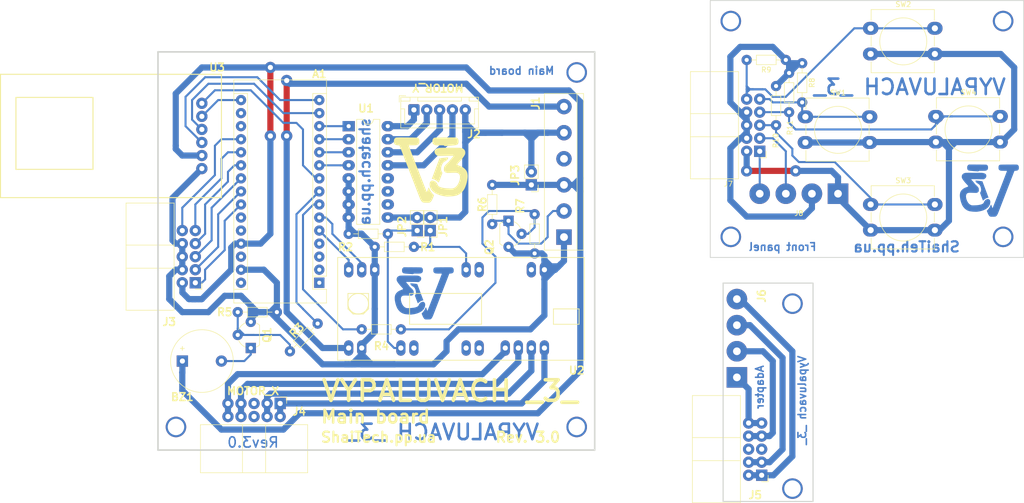
<source format=kicad_pcb>
(kicad_pcb (version 20171130) (host pcbnew 5.0.2-bee76a0~70~ubuntu18.04.1)

  (general
    (thickness 1.6)
    (drawings 27)
    (tracks 453)
    (zones 0)
    (modules 36)
    (nets 49)
  )

  (page A4)
  (layers
    (0 F.Cu signal)
    (31 B.Cu signal)
    (32 B.Adhes user hide)
    (33 F.Adhes user hide)
    (34 B.Paste user hide)
    (35 F.Paste user hide)
    (36 B.SilkS user hide)
    (37 F.SilkS user)
    (38 B.Mask user hide)
    (39 F.Mask user hide)
    (40 Dwgs.User user hide)
    (41 Cmts.User user hide)
    (42 Eco1.User user hide)
    (43 Eco2.User user hide)
    (44 Edge.Cuts user)
    (45 Margin user hide)
    (46 B.CrtYd user hide)
    (47 F.CrtYd user hide)
    (48 B.Fab user hide)
    (49 F.Fab user hide)
  )

  (setup
    (last_trace_width 0.4)
    (trace_clearance 0.2)
    (zone_clearance 0.508)
    (zone_45_only no)
    (trace_min 0.2)
    (segment_width 0.4)
    (edge_width 0.3)
    (via_size 1.6)
    (via_drill 0.8)
    (via_min_size 0.4)
    (via_min_drill 0.3)
    (uvia_size 0.3)
    (uvia_drill 0.1)
    (uvias_allowed no)
    (uvia_min_size 0.2)
    (uvia_min_drill 0.1)
    (pcb_text_width 0.3)
    (pcb_text_size 1.5 1.5)
    (mod_edge_width 0.15)
    (mod_text_size 1 1)
    (mod_text_width 0.15)
    (pad_size 2 2)
    (pad_drill 0.8)
    (pad_to_mask_clearance 0.051)
    (solder_mask_min_width 0.25)
    (aux_axis_origin 0 0)
    (visible_elements FFFFFF7F)
    (pcbplotparams
      (layerselection 0x010fc_ffffffff)
      (usegerberextensions false)
      (usegerberattributes false)
      (usegerberadvancedattributes false)
      (creategerberjobfile false)
      (excludeedgelayer true)
      (linewidth 0.200000)
      (plotframeref false)
      (viasonmask false)
      (mode 1)
      (useauxorigin false)
      (hpglpennumber 1)
      (hpglpenspeed 20)
      (hpglpendiameter 15.000000)
      (psnegative false)
      (psa4output false)
      (plotreference true)
      (plotvalue true)
      (plotinvisibletext false)
      (padsonsilk false)
      (subtractmaskfromsilk false)
      (outputformat 1)
      (mirror false)
      (drillshape 1)
      (scaleselection 1)
      (outputdirectory ""))
  )

  (net 0 "")
  (net 1 IN1_Y)
  (net 2 IN2_Y)
  (net 3 BUZZER_CTRL)
  (net 4 IN3_Y)
  (net 5 SD_CS)
  (net 6 IN4_Y)
  (net 7 BTN_BACK)
  (net 8 LCD_SDA)
  (net 9 BTN_UP)
  (net 10 LCD_SCL)
  (net 11 BTN_DOWN)
  (net 12 BTN_OK)
  (net 13 HEAD_ON_CTRL)
  (net 14 +5VSB)
  (net 15 DIR_X)
  (net 16 STEP_X)
  (net 17 GNDD)
  (net 18 SD_MOSI)
  (net 19 SD_MISO)
  (net 20 SD_SCK)
  (net 21 "Net-(BZ1-Pad2)")
  (net 22 +5V)
  (net 23 +12V)
  (net 24 HEAD_ON)
  (net 25 OUT1_Y)
  (net 26 OUT2_Y)
  (net 27 OUT3_Y)
  (net 28 OUT4_Y)
  (net 29 OUT4_X)
  (net 30 OUT3_X)
  (net 31 OUT2_X)
  (net 32 OUT1_X)
  (net 33 /OtherPCB/ADPTR_OUT4_X)
  (net 34 /OtherPCB/ADPTR_OUT3_X)
  (net 35 /OtherPCB/ADPTR_OUT2_X)
  (net 36 /OtherPCB/ADPTR_OUT1_X)
  (net 37 /OtherPCB/PNL_5V)
  (net 38 /OtherPCB/PNL_BTN_BACK)
  (net 39 /OtherPCB/PNL_LCD_SDA)
  (net 40 /OtherPCB/PNL_BTN_UP)
  (net 41 /OtherPCB/PNL_LCD_SCL)
  (net 42 /OtherPCB/PNL_BTN_DOWN)
  (net 43 /OtherPCB/PNL_GND)
  (net 44 /OtherPCB/PNL_BTN_OK)
  (net 45 MS1_X)
  (net 46 MS2_X)
  (net 47 "Net-(Q1-Pad2)")
  (net 48 "Net-(Q2-Pad2)")

  (net_class Default "This is the default net class."
    (clearance 0.2)
    (trace_width 0.4)
    (via_dia 1.6)
    (via_drill 0.8)
    (uvia_dia 0.3)
    (uvia_drill 0.1)
    (add_net /OtherPCB/PNL_BTN_BACK)
    (add_net /OtherPCB/PNL_BTN_DOWN)
    (add_net /OtherPCB/PNL_BTN_OK)
    (add_net /OtherPCB/PNL_BTN_UP)
    (add_net /OtherPCB/PNL_LCD_SCL)
    (add_net /OtherPCB/PNL_LCD_SDA)
    (add_net BTN_BACK)
    (add_net BTN_DOWN)
    (add_net BTN_OK)
    (add_net BTN_UP)
    (add_net BUZZER_CTRL)
    (add_net DIR_X)
    (add_net HEAD_ON)
    (add_net HEAD_ON_CTRL)
    (add_net IN1_Y)
    (add_net IN2_Y)
    (add_net IN3_Y)
    (add_net IN4_Y)
    (add_net LCD_SCL)
    (add_net LCD_SDA)
    (add_net MS1_X)
    (add_net MS2_X)
    (add_net "Net-(BZ1-Pad2)")
    (add_net "Net-(Q1-Pad2)")
    (add_net "Net-(Q2-Pad2)")
    (add_net SD_CS)
    (add_net SD_MISO)
    (add_net SD_MOSI)
    (add_net SD_SCK)
    (add_net STEP_X)
  )

  (net_class Power ""
    (clearance 0.2)
    (trace_width 1.2)
    (via_dia 2.2)
    (via_drill 1)
    (uvia_dia 0.3)
    (uvia_drill 0.1)
    (add_net +12V)
    (add_net +5V)
    (add_net +5VSB)
    (add_net /OtherPCB/ADPTR_OUT1_X)
    (add_net /OtherPCB/ADPTR_OUT2_X)
    (add_net /OtherPCB/ADPTR_OUT3_X)
    (add_net /OtherPCB/ADPTR_OUT4_X)
    (add_net /OtherPCB/PNL_5V)
    (add_net /OtherPCB/PNL_GND)
    (add_net GNDD)
    (add_net OUT1_X)
    (add_net OUT1_Y)
    (add_net OUT2_X)
    (add_net OUT2_Y)
    (add_net OUT3_X)
    (add_net OUT3_Y)
    (add_net OUT4_X)
    (add_net OUT4_Y)
  )

  (module Connector_IDC:IDC-Header_2x05_P2.54mm_Horizontal (layer F.Cu) (tedit 5D3DFD39) (tstamp 5D459CFF)
    (at 225.625 74.345 180)
    (descr "Through hole angled IDC box header, 2x05, 2.54mm pitch, double rows")
    (tags "Through hole IDC box header THT 2x05 2.54mm double row")
    (path /5D70299B/5D70BFAC)
    (fp_text reference J7 (at 6.105 -6.35 180) (layer F.SilkS)
      (effects (font (size 1 1) (thickness 0.15)))
    )
    (fp_text value PANEL (at 6.105 16.51 180) (layer F.Fab)
      (effects (font (size 1 1) (thickness 0.15)))
    )
    (fp_text user %R (at 8.805 5.08 270) (layer F.Fab)
      (effects (font (size 1 1) (thickness 0.15)))
    )
    (fp_line (start -0.32 -0.32) (end -0.32 0.32) (layer F.Fab) (width 0.1))
    (fp_line (start -0.32 0.32) (end 4.38 0.32) (layer F.Fab) (width 0.1))
    (fp_line (start -0.32 10.48) (end 4.38 10.48) (layer F.Fab) (width 0.1))
    (fp_line (start -0.32 2.22) (end -0.32 2.86) (layer F.Fab) (width 0.1))
    (fp_line (start -0.32 2.86) (end 4.38 2.86) (layer F.Fab) (width 0.1))
    (fp_line (start -0.32 4.76) (end -0.32 5.4) (layer F.Fab) (width 0.1))
    (fp_line (start -0.32 5.4) (end 4.38 5.4) (layer F.Fab) (width 0.1))
    (fp_line (start -0.32 7.3) (end -0.32 7.94) (layer F.Fab) (width 0.1))
    (fp_line (start -0.32 7.94) (end 4.38 7.94) (layer F.Fab) (width 0.1))
    (fp_line (start -0.32 9.84) (end -0.32 10.48) (layer F.Fab) (width 0.1))
    (fp_line (start 13.23 15.26) (end 13.23 -5.1) (layer F.Fab) (width 0.1))
    (fp_line (start 4.38 -0.32) (end -0.32 -0.32) (layer F.Fab) (width 0.1))
    (fp_line (start 4.38 -4.1) (end 5.38 -5.1) (layer F.Fab) (width 0.1))
    (fp_line (start 4.38 15.26) (end 13.23 15.26) (layer F.Fab) (width 0.1))
    (fp_line (start 4.38 15.26) (end 4.38 -4.1) (layer F.Fab) (width 0.1))
    (fp_line (start 4.38 2.22) (end -0.32 2.22) (layer F.Fab) (width 0.1))
    (fp_line (start 4.38 2.83) (end 13.23 2.83) (layer F.Fab) (width 0.1))
    (fp_line (start 4.38 4.76) (end -0.32 4.76) (layer F.Fab) (width 0.1))
    (fp_line (start 4.38 7.3) (end -0.32 7.3) (layer F.Fab) (width 0.1))
    (fp_line (start 4.38 7.33) (end 13.23 7.33) (layer F.Fab) (width 0.1))
    (fp_line (start 4.38 9.84) (end -0.32 9.84) (layer F.Fab) (width 0.1))
    (fp_line (start 5.38 -5.1) (end 13.23 -5.1) (layer F.Fab) (width 0.1))
    (fp_line (start -1.27 -1.27) (end -1.27 0) (layer F.SilkS) (width 0.12))
    (fp_line (start 0 -1.27) (end -1.27 -1.27) (layer F.SilkS) (width 0.12))
    (fp_line (start 13.48 -5.35) (end 13.48 15.51) (layer F.SilkS) (width 0.12))
    (fp_line (start 4.13 -5.35) (end 13.48 -5.35) (layer F.SilkS) (width 0.12))
    (fp_line (start 4.13 15.51) (end 13.48 15.51) (layer F.SilkS) (width 0.12))
    (fp_line (start 4.13 15.51) (end 4.13 -5.35) (layer F.SilkS) (width 0.12))
    (fp_line (start 4.13 2.83) (end 13.48 2.83) (layer F.SilkS) (width 0.12))
    (fp_line (start 4.13 7.33) (end 13.48 7.33) (layer F.SilkS) (width 0.12))
    (fp_line (start -1.12 -5.35) (end 13.48 -5.35) (layer F.CrtYd) (width 0.05))
    (fp_line (start -1.12 15.51) (end -1.12 -5.35) (layer F.CrtYd) (width 0.05))
    (fp_line (start 13.48 -5.35) (end 13.48 15.51) (layer F.CrtYd) (width 0.05))
    (fp_line (start 13.48 15.51) (end -1.12 15.51) (layer F.CrtYd) (width 0.05))
    (pad 1 thru_hole rect (at 0 0 180) (size 2.2 2.2) (drill 1) (layers *.Cu *.Mask)
      (net 41 /OtherPCB/PNL_LCD_SCL))
    (pad 2 thru_hole oval (at 2.54 0 180) (size 2.2 2.2) (drill 1) (layers *.Cu *.Mask)
      (net 37 /OtherPCB/PNL_5V))
    (pad 3 thru_hole oval (at 0 2.54 180) (size 2.2 2.2) (drill 1) (layers *.Cu *.Mask)
      (net 39 /OtherPCB/PNL_LCD_SDA))
    (pad 4 thru_hole oval (at 2.54 2.54 180) (size 2.2 2.2) (drill 1) (layers *.Cu *.Mask)
      (net 43 /OtherPCB/PNL_GND))
    (pad 5 thru_hole oval (at 0 5.08 180) (size 2.2 2.2) (drill 1) (layers *.Cu *.Mask)
      (net 42 /OtherPCB/PNL_BTN_DOWN))
    (pad 6 thru_hole oval (at 2.54 5.08 180) (size 2.2 2.2) (drill 1) (layers *.Cu *.Mask)
      (net 43 /OtherPCB/PNL_GND))
    (pad 7 thru_hole oval (at 0 7.62 180) (size 2.2 2.2) (drill 1) (layers *.Cu *.Mask)
      (net 44 /OtherPCB/PNL_BTN_OK))
    (pad 8 thru_hole oval (at 2.54 7.62 180) (size 2.2 2.2) (drill 1) (layers *.Cu *.Mask)
      (net 43 /OtherPCB/PNL_GND))
    (pad 9 thru_hole oval (at 0 10.16 180) (size 2.2 2.2) (drill 1) (layers *.Cu *.Mask)
      (net 38 /OtherPCB/PNL_BTN_BACK))
    (pad 10 thru_hole oval (at 2.54 10.16 180) (size 2.2 2.2) (drill 1) (layers *.Cu *.Mask)
      (net 40 /OtherPCB/PNL_BTN_UP))
    (model ${KISYS3DMOD}/Connector_IDC.3dshapes/IDC-Header_2x05_P2.54mm_Horizontal.wrl
      (at (xyz 0 0 0))
      (scale (xyz 1 1 1))
      (rotate (xyz 0 0 0))
    )
  )

  (module Button_Switch_THT:SW_PUSH-12mm_Wuerth-430476085716 (layer F.Cu) (tedit 5A02FE31) (tstamp 5D459EA7)
    (at 247.215 50.405)
    (descr "SW PUSH 12mm http://katalog.we-online.de/em/datasheet/430476085716.pdf")
    (tags "tact sw push 12mm")
    (path /5D70299B/5D70C41F)
    (fp_text reference SW2 (at 6.35 -4.66) (layer F.SilkS)
      (effects (font (size 1 1) (thickness 0.15)))
    )
    (fp_text value BTN_UP (at 6.35 9.93) (layer F.Fab)
      (effects (font (size 1 1) (thickness 0.15)))
    )
    (fp_text user %R (at 6.35 2.54) (layer F.Fab)
      (effects (font (size 1 1) (thickness 0.15)))
    )
    (fp_line (start 14.25 -3.75) (end -1.75 -3.75) (layer F.CrtYd) (width 0.05))
    (fp_line (start 14.25 8.75) (end 14.25 -3.75) (layer F.CrtYd) (width 0.05))
    (fp_line (start -1.75 8.75) (end 14.25 8.75) (layer F.CrtYd) (width 0.05))
    (fp_line (start -1.75 -3.75) (end -1.75 8.75) (layer F.CrtYd) (width 0.05))
    (fp_line (start 0.1 3.47) (end 0.1 1.53) (layer F.SilkS) (width 0.12))
    (fp_line (start 0.1 8.65) (end 0.1 6.53) (layer F.SilkS) (width 0.12))
    (fp_line (start 12.4 8.65) (end 0.1 8.65) (layer F.SilkS) (width 0.12))
    (fp_line (start 12.4 6.53) (end 12.4 8.65) (layer F.SilkS) (width 0.12))
    (fp_line (start 12.4 1.53) (end 12.4 3.47) (layer F.SilkS) (width 0.12))
    (fp_line (start 12.4 -3.65) (end 12.4 -1.53) (layer F.SilkS) (width 0.12))
    (fp_line (start 0.1 -3.65) (end 12.4 -3.65) (layer F.SilkS) (width 0.12))
    (fp_line (start 0.1 -1.53) (end 0.1 -3.65) (layer F.SilkS) (width 0.12))
    (fp_line (start 12.25 -3.5) (end 0.25 -3.5) (layer F.Fab) (width 0.1))
    (fp_line (start 12.25 8.5) (end 12.25 -3.5) (layer F.Fab) (width 0.1))
    (fp_line (start 0.25 8.5) (end 12.25 8.5) (layer F.Fab) (width 0.1))
    (fp_line (start 0.25 -3.5) (end 0.25 8.5) (layer F.Fab) (width 0.1))
    (fp_circle (center 6.35 2.54) (end 10.92905 2.54) (layer F.SilkS) (width 0.12))
    (pad 2 thru_hole oval (at 0 5) (size 3 2.5) (drill 1.2) (layers *.Cu *.Mask)
      (net 37 /OtherPCB/PNL_5V))
    (pad 1 thru_hole oval (at 0 0) (size 3 2.5) (drill 1.2) (layers *.Cu *.Mask)
      (net 40 /OtherPCB/PNL_BTN_UP))
    (pad 2 thru_hole oval (at 12.5 5) (size 3 2.5) (drill 1.2) (layers *.Cu *.Mask)
      (net 37 /OtherPCB/PNL_5V))
    (pad 1 thru_hole oval (at 12.5 0) (size 3 2.5) (drill 1.2) (layers *.Cu *.Mask)
      (net 40 /OtherPCB/PNL_BTN_UP))
    (model ${KISYS3DMOD}/Button_Switch_THT.3dshapes/SW_PUSH-12mm_Wuerth-430476085716.wrl
      (at (xyz 0 0 0))
      (scale (xyz 1 1 1))
      (rotate (xyz 0 0 0))
    )
  )

  (module Connector_Wire:SolderWirePad_1x04_P5.08mm_Drill1.5mm (layer F.Cu) (tedit 5D3ECB8B) (tstamp 5D459CCE)
    (at 221.18 118.35 90)
    (descr "Wire solder connection")
    (tags connector)
    (path /5D70299B/5D72699F)
    (attr virtual)
    (fp_text reference J6 (at 15.85 4.82 90) (layer F.SilkS)
      (effects (font (size 1.5 1.5) (thickness 0.3)))
    )
    (fp_text value Motor_Connector (at 7.62 3.81 90) (layer F.Fab)
      (effects (font (size 1 1) (thickness 0.15)))
    )
    (fp_text user %R (at 7.62 0 90) (layer F.Fab)
      (effects (font (size 1 1) (thickness 0.15)))
    )
    (fp_line (start -2.5 -2.5) (end 17.74 -2.5) (layer F.CrtYd) (width 0.05))
    (fp_line (start -2.5 -2.5) (end -2.5 2.5) (layer F.CrtYd) (width 0.05))
    (fp_line (start 17.74 2.5) (end 17.74 -2.5) (layer F.CrtYd) (width 0.05))
    (fp_line (start 17.74 2.5) (end -2.5 2.5) (layer F.CrtYd) (width 0.05))
    (pad 1 thru_hole rect (at 0 0 90) (size 4.0005 4.0005) (drill 1.50114) (layers *.Cu *.Mask)
      (net 36 /OtherPCB/ADPTR_OUT1_X))
    (pad 2 thru_hole circle (at 5.08 0 90) (size 4.0005 4.0005) (drill 1.50114) (layers *.Cu *.Mask)
      (net 35 /OtherPCB/ADPTR_OUT2_X))
    (pad 3 thru_hole circle (at 10.16 0 90) (size 4.0005 4.0005) (drill 1.50114) (layers *.Cu *.Mask)
      (net 34 /OtherPCB/ADPTR_OUT3_X))
    (pad 4 thru_hole circle (at 15.24 0 90) (size 4.0005 4.0005) (drill 1.50114) (layers *.Cu *.Mask)
      (net 33 /OtherPCB/ADPTR_OUT4_X))
  )

  (module Connector_IDC:IDC-Header_2x05_P2.54mm_Horizontal (layer F.Cu) (tedit 5D3ECB9A) (tstamp 5D459CC1)
    (at 226 137.4 180)
    (descr "Through hole angled IDC box header, 2x05, 2.54mm pitch, double rows")
    (tags "Through hole IDC box header THT 2x05 2.54mm double row")
    (path /5D70299B/5D71A4FD)
    (fp_text reference J5 (at 1.25 -3.85 180) (layer F.SilkS)
      (effects (font (size 1.5 1.5) (thickness 0.3)))
    )
    (fp_text value OUT_X (at 6.105 16.51 180) (layer F.Fab)
      (effects (font (size 1 1) (thickness 0.15)))
    )
    (fp_line (start 13.48 15.51) (end -1.12 15.51) (layer F.CrtYd) (width 0.05))
    (fp_line (start 13.48 -5.35) (end 13.48 15.51) (layer F.CrtYd) (width 0.05))
    (fp_line (start -1.12 15.51) (end -1.12 -5.35) (layer F.CrtYd) (width 0.05))
    (fp_line (start -1.12 -5.35) (end 13.48 -5.35) (layer F.CrtYd) (width 0.05))
    (fp_line (start 4.13 7.33) (end 13.48 7.33) (layer F.SilkS) (width 0.12))
    (fp_line (start 4.13 2.83) (end 13.48 2.83) (layer F.SilkS) (width 0.12))
    (fp_line (start 4.13 15.51) (end 4.13 -5.35) (layer F.SilkS) (width 0.12))
    (fp_line (start 4.13 15.51) (end 13.48 15.51) (layer F.SilkS) (width 0.12))
    (fp_line (start 4.13 -5.35) (end 13.48 -5.35) (layer F.SilkS) (width 0.12))
    (fp_line (start 13.48 -5.35) (end 13.48 15.51) (layer F.SilkS) (width 0.12))
    (fp_line (start 0 -1.27) (end -1.27 -1.27) (layer F.SilkS) (width 0.12))
    (fp_line (start -1.27 -1.27) (end -1.27 0) (layer F.SilkS) (width 0.12))
    (fp_line (start 5.38 -5.1) (end 13.23 -5.1) (layer F.Fab) (width 0.1))
    (fp_line (start 4.38 9.84) (end -0.32 9.84) (layer F.Fab) (width 0.1))
    (fp_line (start 4.38 7.33) (end 13.23 7.33) (layer F.Fab) (width 0.1))
    (fp_line (start 4.38 7.3) (end -0.32 7.3) (layer F.Fab) (width 0.1))
    (fp_line (start 4.38 4.76) (end -0.32 4.76) (layer F.Fab) (width 0.1))
    (fp_line (start 4.38 2.83) (end 13.23 2.83) (layer F.Fab) (width 0.1))
    (fp_line (start 4.38 2.22) (end -0.32 2.22) (layer F.Fab) (width 0.1))
    (fp_line (start 4.38 15.26) (end 4.38 -4.1) (layer F.Fab) (width 0.1))
    (fp_line (start 4.38 15.26) (end 13.23 15.26) (layer F.Fab) (width 0.1))
    (fp_line (start 4.38 -4.1) (end 5.38 -5.1) (layer F.Fab) (width 0.1))
    (fp_line (start 4.38 -0.32) (end -0.32 -0.32) (layer F.Fab) (width 0.1))
    (fp_line (start 13.23 15.26) (end 13.23 -5.1) (layer F.Fab) (width 0.1))
    (fp_line (start -0.32 9.84) (end -0.32 10.48) (layer F.Fab) (width 0.1))
    (fp_line (start -0.32 7.94) (end 4.38 7.94) (layer F.Fab) (width 0.1))
    (fp_line (start -0.32 7.3) (end -0.32 7.94) (layer F.Fab) (width 0.1))
    (fp_line (start -0.32 5.4) (end 4.38 5.4) (layer F.Fab) (width 0.1))
    (fp_line (start -0.32 4.76) (end -0.32 5.4) (layer F.Fab) (width 0.1))
    (fp_line (start -0.32 2.86) (end 4.38 2.86) (layer F.Fab) (width 0.1))
    (fp_line (start -0.32 2.22) (end -0.32 2.86) (layer F.Fab) (width 0.1))
    (fp_line (start -0.32 10.48) (end 4.38 10.48) (layer F.Fab) (width 0.1))
    (fp_line (start -0.32 0.32) (end 4.38 0.32) (layer F.Fab) (width 0.1))
    (fp_line (start -0.32 -0.32) (end -0.32 0.32) (layer F.Fab) (width 0.1))
    (fp_text user %R (at 8.805 5.08 270) (layer F.Fab)
      (effects (font (size 1 1) (thickness 0.15)))
    )
    (pad 10 thru_hole oval (at 2.54 10.16 180) (size 2.2 2.2) (drill 1) (layers *.Cu *.Mask)
      (net 36 /OtherPCB/ADPTR_OUT1_X))
    (pad 9 thru_hole oval (at 0 10.16 180) (size 2.2 2.2) (drill 1) (layers *.Cu *.Mask)
      (net 36 /OtherPCB/ADPTR_OUT1_X))
    (pad 8 thru_hole oval (at 2.54 7.62 180) (size 2.2 2.2) (drill 1) (layers *.Cu *.Mask)
      (net 35 /OtherPCB/ADPTR_OUT2_X))
    (pad 7 thru_hole oval (at 0 7.62 180) (size 2.2 2.2) (drill 1) (layers *.Cu *.Mask)
      (net 35 /OtherPCB/ADPTR_OUT2_X))
    (pad 6 thru_hole oval (at 2.54 5.08 180) (size 2.2 2.2) (drill 1) (layers *.Cu *.Mask))
    (pad 5 thru_hole oval (at 0 5.08 180) (size 2.2 2.2) (drill 1) (layers *.Cu *.Mask))
    (pad 4 thru_hole oval (at 2.54 2.54 180) (size 2.2 2.2) (drill 1) (layers *.Cu *.Mask)
      (net 34 /OtherPCB/ADPTR_OUT3_X))
    (pad 3 thru_hole oval (at 0 2.54 180) (size 2.2 2.2) (drill 1) (layers *.Cu *.Mask)
      (net 34 /OtherPCB/ADPTR_OUT3_X))
    (pad 2 thru_hole oval (at 2.54 0 180) (size 2.2 2.2) (drill 1) (layers *.Cu *.Mask)
      (net 33 /OtherPCB/ADPTR_OUT4_X))
    (pad 1 thru_hole rect (at 0 0 180) (size 2.2 2.2) (drill 1) (layers *.Cu *.Mask)
      (net 33 /OtherPCB/ADPTR_OUT4_X))
    (model ${KISYS3DMOD}/Connector_IDC.3dshapes/IDC-Header_2x05_P2.54mm_Horizontal.wrl
      (at (xyz 0 0 0))
      (scale (xyz 1 1 1))
      (rotate (xyz 0 0 0))
    )
  )

  (module Resistor_THT:R_Axial_DIN0204_L3.6mm_D1.6mm_P7.62mm_Horizontal (layer F.Cu) (tedit 5D3DFD76) (tstamp 5D459E5C)
    (at 228.8 61.645 270)
    (descr "Resistor, Axial_DIN0204 series, Axial, Horizontal, pin pitch=7.62mm, 0.167W, length*diameter=3.6*1.6mm^2, http://cdn-reichelt.de/documents/datenblatt/B400/1_4W%23YAG.pdf")
    (tags "Resistor Axial_DIN0204 series Axial Horizontal pin pitch 7.62mm 0.167W length 3.6mm diameter 1.6mm")
    (path /5D70299B/5D70D2E1)
    (fp_text reference R10 (at 10.605 0.05 270) (layer F.SilkS)
      (effects (font (size 1 1) (thickness 0.15)))
    )
    (fp_text value 4.7K (at 3.81 1.92 270) (layer F.Fab)
      (effects (font (size 1 1) (thickness 0.15)))
    )
    (fp_line (start 2.01 -0.8) (end 2.01 0.8) (layer F.Fab) (width 0.1))
    (fp_line (start 2.01 0.8) (end 5.61 0.8) (layer F.Fab) (width 0.1))
    (fp_line (start 5.61 0.8) (end 5.61 -0.8) (layer F.Fab) (width 0.1))
    (fp_line (start 5.61 -0.8) (end 2.01 -0.8) (layer F.Fab) (width 0.1))
    (fp_line (start 0 0) (end 2.01 0) (layer F.Fab) (width 0.1))
    (fp_line (start 7.62 0) (end 5.61 0) (layer F.Fab) (width 0.1))
    (fp_line (start 1.89 -0.92) (end 1.89 0.92) (layer F.SilkS) (width 0.12))
    (fp_line (start 1.89 0.92) (end 5.73 0.92) (layer F.SilkS) (width 0.12))
    (fp_line (start 5.73 0.92) (end 5.73 -0.92) (layer F.SilkS) (width 0.12))
    (fp_line (start 5.73 -0.92) (end 1.89 -0.92) (layer F.SilkS) (width 0.12))
    (fp_line (start 0.94 0) (end 1.89 0) (layer F.SilkS) (width 0.12))
    (fp_line (start 6.68 0) (end 5.73 0) (layer F.SilkS) (width 0.12))
    (fp_line (start -0.95 -1.05) (end -0.95 1.05) (layer F.CrtYd) (width 0.05))
    (fp_line (start -0.95 1.05) (end 8.57 1.05) (layer F.CrtYd) (width 0.05))
    (fp_line (start 8.57 1.05) (end 8.57 -1.05) (layer F.CrtYd) (width 0.05))
    (fp_line (start 8.57 -1.05) (end -0.95 -1.05) (layer F.CrtYd) (width 0.05))
    (fp_text user %R (at 3.81 0 270) (layer F.Fab)
      (effects (font (size 0.72 0.72) (thickness 0.108)))
    )
    (pad 1 thru_hole circle (at 0 0 270) (size 2 2) (drill 0.8) (layers *.Cu *.Mask)
      (net 43 /OtherPCB/PNL_GND))
    (pad 2 thru_hole oval (at 7.62 0 270) (size 2 2) (drill 0.8) (layers *.Cu *.Mask)
      (net 42 /OtherPCB/PNL_BTN_DOWN))
    (model ${KISYS3DMOD}/Resistor_THT.3dshapes/R_Axial_DIN0204_L3.6mm_D1.6mm_P7.62mm_Horizontal.wrl
      (at (xyz 0 0 0))
      (scale (xyz 1 1 1))
      (rotate (xyz 0 0 0))
    )
  )

  (module Connector_Wire:SolderWirePad_1x04_P5.08mm_Drill1.5mm (layer F.Cu) (tedit 5AEE6009) (tstamp 5D459D0C)
    (at 240.865 82.6 180)
    (descr "Wire solder connection")
    (tags connector)
    (path /5D70299B/5D715776)
    (attr virtual)
    (fp_text reference J8 (at 7.62 -3.81 180) (layer F.SilkS)
      (effects (font (size 1 1) (thickness 0.15)))
    )
    (fp_text value LCD_Connector (at 7.62 3.81 180) (layer F.Fab)
      (effects (font (size 1 1) (thickness 0.15)))
    )
    (fp_line (start 17.74 2.5) (end -2.5 2.5) (layer F.CrtYd) (width 0.05))
    (fp_line (start 17.74 2.5) (end 17.74 -2.5) (layer F.CrtYd) (width 0.05))
    (fp_line (start -2.5 -2.5) (end -2.5 2.5) (layer F.CrtYd) (width 0.05))
    (fp_line (start -2.5 -2.5) (end 17.74 -2.5) (layer F.CrtYd) (width 0.05))
    (fp_text user %R (at 7.62 0 180) (layer F.Fab)
      (effects (font (size 1 1) (thickness 0.15)))
    )
    (pad 4 thru_hole circle (at 15.24 0 180) (size 4.0005 4.0005) (drill 1.50114) (layers *.Cu *.Mask)
      (net 41 /OtherPCB/PNL_LCD_SCL))
    (pad 3 thru_hole circle (at 10.16 0 180) (size 4.0005 4.0005) (drill 1.50114) (layers *.Cu *.Mask)
      (net 39 /OtherPCB/PNL_LCD_SDA))
    (pad 2 thru_hole circle (at 5.08 0 180) (size 4.0005 4.0005) (drill 1.50114) (layers *.Cu *.Mask)
      (net 43 /OtherPCB/PNL_GND))
    (pad 1 thru_hole rect (at 0 0 180) (size 4.0005 4.0005) (drill 1.50114) (layers *.Cu *.Mask)
      (net 37 /OtherPCB/PNL_5V))
  )

  (module Button_Switch_THT:SW_PUSH-12mm_Wuerth-430476085716 (layer F.Cu) (tedit 5A02FE31) (tstamp 5D459EC1)
    (at 247.215 84.695)
    (descr "SW PUSH 12mm http://katalog.we-online.de/em/datasheet/430476085716.pdf")
    (tags "tact sw push 12mm")
    (path /5D70299B/5D70C45B)
    (fp_text reference SW3 (at 6.35 -4.66) (layer F.SilkS)
      (effects (font (size 1 1) (thickness 0.15)))
    )
    (fp_text value BTN_DOWN (at 6.35 9.93) (layer F.Fab)
      (effects (font (size 1 1) (thickness 0.15)))
    )
    (fp_circle (center 6.35 2.54) (end 10.92905 2.54) (layer F.SilkS) (width 0.12))
    (fp_line (start 0.25 -3.5) (end 0.25 8.5) (layer F.Fab) (width 0.1))
    (fp_line (start 0.25 8.5) (end 12.25 8.5) (layer F.Fab) (width 0.1))
    (fp_line (start 12.25 8.5) (end 12.25 -3.5) (layer F.Fab) (width 0.1))
    (fp_line (start 12.25 -3.5) (end 0.25 -3.5) (layer F.Fab) (width 0.1))
    (fp_line (start 0.1 -1.53) (end 0.1 -3.65) (layer F.SilkS) (width 0.12))
    (fp_line (start 0.1 -3.65) (end 12.4 -3.65) (layer F.SilkS) (width 0.12))
    (fp_line (start 12.4 -3.65) (end 12.4 -1.53) (layer F.SilkS) (width 0.12))
    (fp_line (start 12.4 1.53) (end 12.4 3.47) (layer F.SilkS) (width 0.12))
    (fp_line (start 12.4 6.53) (end 12.4 8.65) (layer F.SilkS) (width 0.12))
    (fp_line (start 12.4 8.65) (end 0.1 8.65) (layer F.SilkS) (width 0.12))
    (fp_line (start 0.1 8.65) (end 0.1 6.53) (layer F.SilkS) (width 0.12))
    (fp_line (start 0.1 3.47) (end 0.1 1.53) (layer F.SilkS) (width 0.12))
    (fp_line (start -1.75 -3.75) (end -1.75 8.75) (layer F.CrtYd) (width 0.05))
    (fp_line (start -1.75 8.75) (end 14.25 8.75) (layer F.CrtYd) (width 0.05))
    (fp_line (start 14.25 8.75) (end 14.25 -3.75) (layer F.CrtYd) (width 0.05))
    (fp_line (start 14.25 -3.75) (end -1.75 -3.75) (layer F.CrtYd) (width 0.05))
    (fp_text user %R (at 6.35 2.54) (layer F.Fab)
      (effects (font (size 1 1) (thickness 0.15)))
    )
    (pad 1 thru_hole oval (at 12.5 0) (size 3 2.5) (drill 1.2) (layers *.Cu *.Mask)
      (net 42 /OtherPCB/PNL_BTN_DOWN))
    (pad 2 thru_hole oval (at 12.5 5) (size 3 2.5) (drill 1.2) (layers *.Cu *.Mask)
      (net 37 /OtherPCB/PNL_5V))
    (pad 1 thru_hole oval (at 0 0) (size 3 2.5) (drill 1.2) (layers *.Cu *.Mask)
      (net 42 /OtherPCB/PNL_BTN_DOWN))
    (pad 2 thru_hole oval (at 0 5) (size 3 2.5) (drill 1.2) (layers *.Cu *.Mask)
      (net 37 /OtherPCB/PNL_5V))
    (model ${KISYS3DMOD}/Button_Switch_THT.3dshapes/SW_PUSH-12mm_Wuerth-430476085716.wrl
      (at (xyz 0 0 0))
      (scale (xyz 1 1 1))
      (rotate (xyz 0 0 0))
    )
  )

  (module Resistor_THT:R_Axial_DIN0204_L3.6mm_D1.6mm_P7.62mm_Horizontal (layer F.Cu) (tedit 5D3DFD4C) (tstamp 5D459E45)
    (at 230.705 56.565 180)
    (descr "Resistor, Axial_DIN0204 series, Axial, Horizontal, pin pitch=7.62mm, 0.167W, length*diameter=3.6*1.6mm^2, http://cdn-reichelt.de/documents/datenblatt/B400/1_4W%23YAG.pdf")
    (tags "Resistor Axial_DIN0204 series Axial Horizontal pin pitch 7.62mm 0.167W length 3.6mm diameter 1.6mm")
    (path /5D70299B/5D70D33A)
    (fp_text reference R9 (at 3.81 -1.92 180) (layer F.SilkS)
      (effects (font (size 1 1) (thickness 0.15)))
    )
    (fp_text value 4.7K (at 3.81 1.92 180) (layer F.Fab)
      (effects (font (size 1 1) (thickness 0.15)))
    )
    (fp_text user %R (at 3.81 0 180) (layer F.Fab)
      (effects (font (size 0.72 0.72) (thickness 0.108)))
    )
    (fp_line (start 8.57 -1.05) (end -0.95 -1.05) (layer F.CrtYd) (width 0.05))
    (fp_line (start 8.57 1.05) (end 8.57 -1.05) (layer F.CrtYd) (width 0.05))
    (fp_line (start -0.95 1.05) (end 8.57 1.05) (layer F.CrtYd) (width 0.05))
    (fp_line (start -0.95 -1.05) (end -0.95 1.05) (layer F.CrtYd) (width 0.05))
    (fp_line (start 6.68 0) (end 5.73 0) (layer F.SilkS) (width 0.12))
    (fp_line (start 0.94 0) (end 1.89 0) (layer F.SilkS) (width 0.12))
    (fp_line (start 5.73 -0.92) (end 1.89 -0.92) (layer F.SilkS) (width 0.12))
    (fp_line (start 5.73 0.92) (end 5.73 -0.92) (layer F.SilkS) (width 0.12))
    (fp_line (start 1.89 0.92) (end 5.73 0.92) (layer F.SilkS) (width 0.12))
    (fp_line (start 1.89 -0.92) (end 1.89 0.92) (layer F.SilkS) (width 0.12))
    (fp_line (start 7.62 0) (end 5.61 0) (layer F.Fab) (width 0.1))
    (fp_line (start 0 0) (end 2.01 0) (layer F.Fab) (width 0.1))
    (fp_line (start 5.61 -0.8) (end 2.01 -0.8) (layer F.Fab) (width 0.1))
    (fp_line (start 5.61 0.8) (end 5.61 -0.8) (layer F.Fab) (width 0.1))
    (fp_line (start 2.01 0.8) (end 5.61 0.8) (layer F.Fab) (width 0.1))
    (fp_line (start 2.01 -0.8) (end 2.01 0.8) (layer F.Fab) (width 0.1))
    (pad 2 thru_hole oval (at 7.62 0 180) (size 2 2) (drill 0.8) (layers *.Cu *.Mask)
      (net 40 /OtherPCB/PNL_BTN_UP))
    (pad 1 thru_hole circle (at 0 0 180) (size 2 2) (drill 0.8) (layers *.Cu *.Mask)
      (net 43 /OtherPCB/PNL_GND))
    (model ${KISYS3DMOD}/Resistor_THT.3dshapes/R_Axial_DIN0204_L3.6mm_D1.6mm_P7.62mm_Horizontal.wrl
      (at (xyz 0 0 0))
      (scale (xyz 1 1 1))
      (rotate (xyz 0 0 0))
    )
  )

  (module Button_Switch_THT:SW_PUSH-12mm_Wuerth-430476085716 (layer F.Cu) (tedit 5A02FE31) (tstamp 5D459EDB)
    (at 259.915 67.55)
    (descr "SW PUSH 12mm http://katalog.we-online.de/em/datasheet/430476085716.pdf")
    (tags "tact sw push 12mm")
    (path /5D70299B/5D70C3F5)
    (fp_text reference SW4 (at 6.35 -4.66) (layer F.SilkS)
      (effects (font (size 1 1) (thickness 0.15)))
    )
    (fp_text value BTN_OK (at 6.35 9.93) (layer F.Fab)
      (effects (font (size 1 1) (thickness 0.15)))
    )
    (fp_circle (center 6.35 2.54) (end 10.92905 2.54) (layer F.SilkS) (width 0.12))
    (fp_line (start 0.25 -3.5) (end 0.25 8.5) (layer F.Fab) (width 0.1))
    (fp_line (start 0.25 8.5) (end 12.25 8.5) (layer F.Fab) (width 0.1))
    (fp_line (start 12.25 8.5) (end 12.25 -3.5) (layer F.Fab) (width 0.1))
    (fp_line (start 12.25 -3.5) (end 0.25 -3.5) (layer F.Fab) (width 0.1))
    (fp_line (start 0.1 -1.53) (end 0.1 -3.65) (layer F.SilkS) (width 0.12))
    (fp_line (start 0.1 -3.65) (end 12.4 -3.65) (layer F.SilkS) (width 0.12))
    (fp_line (start 12.4 -3.65) (end 12.4 -1.53) (layer F.SilkS) (width 0.12))
    (fp_line (start 12.4 1.53) (end 12.4 3.47) (layer F.SilkS) (width 0.12))
    (fp_line (start 12.4 6.53) (end 12.4 8.65) (layer F.SilkS) (width 0.12))
    (fp_line (start 12.4 8.65) (end 0.1 8.65) (layer F.SilkS) (width 0.12))
    (fp_line (start 0.1 8.65) (end 0.1 6.53) (layer F.SilkS) (width 0.12))
    (fp_line (start 0.1 3.47) (end 0.1 1.53) (layer F.SilkS) (width 0.12))
    (fp_line (start -1.75 -3.75) (end -1.75 8.75) (layer F.CrtYd) (width 0.05))
    (fp_line (start -1.75 8.75) (end 14.25 8.75) (layer F.CrtYd) (width 0.05))
    (fp_line (start 14.25 8.75) (end 14.25 -3.75) (layer F.CrtYd) (width 0.05))
    (fp_line (start 14.25 -3.75) (end -1.75 -3.75) (layer F.CrtYd) (width 0.05))
    (fp_text user %R (at 6.35 2.54) (layer F.Fab)
      (effects (font (size 1 1) (thickness 0.15)))
    )
    (pad 1 thru_hole oval (at 12.5 0) (size 3 2.5) (drill 1.2) (layers *.Cu *.Mask)
      (net 44 /OtherPCB/PNL_BTN_OK))
    (pad 2 thru_hole oval (at 12.5 5) (size 3 2.5) (drill 1.2) (layers *.Cu *.Mask)
      (net 37 /OtherPCB/PNL_5V))
    (pad 1 thru_hole oval (at 0 0) (size 3 2.5) (drill 1.2) (layers *.Cu *.Mask)
      (net 44 /OtherPCB/PNL_BTN_OK))
    (pad 2 thru_hole oval (at 0 5) (size 3 2.5) (drill 1.2) (layers *.Cu *.Mask)
      (net 37 /OtherPCB/PNL_5V))
    (model ${KISYS3DMOD}/Button_Switch_THT.3dshapes/SW_PUSH-12mm_Wuerth-430476085716.wrl
      (at (xyz 0 0 0))
      (scale (xyz 1 1 1))
      (rotate (xyz 0 0 0))
    )
  )

  (module Resistor_THT:R_Axial_DIN0204_L3.6mm_D1.6mm_P7.62mm_Horizontal (layer F.Cu) (tedit 5D3DFD6A) (tstamp 5D459E2E)
    (at 233.88 57.2 270)
    (descr "Resistor, Axial_DIN0204 series, Axial, Horizontal, pin pitch=7.62mm, 0.167W, length*diameter=3.6*1.6mm^2, http://cdn-reichelt.de/documents/datenblatt/B400/1_4W%23YAG.pdf")
    (tags "Resistor Axial_DIN0204 series Axial Horizontal pin pitch 7.62mm 0.167W length 3.6mm diameter 1.6mm")
    (path /5D70299B/5D70D35E)
    (fp_text reference R8 (at 3.81 -1.92 270) (layer F.SilkS)
      (effects (font (size 1 1) (thickness 0.15)))
    )
    (fp_text value 4.7K (at 3.81 1.92 270) (layer F.Fab)
      (effects (font (size 1 1) (thickness 0.15)))
    )
    (fp_line (start 2.01 -0.8) (end 2.01 0.8) (layer F.Fab) (width 0.1))
    (fp_line (start 2.01 0.8) (end 5.61 0.8) (layer F.Fab) (width 0.1))
    (fp_line (start 5.61 0.8) (end 5.61 -0.8) (layer F.Fab) (width 0.1))
    (fp_line (start 5.61 -0.8) (end 2.01 -0.8) (layer F.Fab) (width 0.1))
    (fp_line (start 0 0) (end 2.01 0) (layer F.Fab) (width 0.1))
    (fp_line (start 7.62 0) (end 5.61 0) (layer F.Fab) (width 0.1))
    (fp_line (start 1.89 -0.92) (end 1.89 0.92) (layer F.SilkS) (width 0.12))
    (fp_line (start 1.89 0.92) (end 5.73 0.92) (layer F.SilkS) (width 0.12))
    (fp_line (start 5.73 0.92) (end 5.73 -0.92) (layer F.SilkS) (width 0.12))
    (fp_line (start 5.73 -0.92) (end 1.89 -0.92) (layer F.SilkS) (width 0.12))
    (fp_line (start 0.94 0) (end 1.89 0) (layer F.SilkS) (width 0.12))
    (fp_line (start 6.68 0) (end 5.73 0) (layer F.SilkS) (width 0.12))
    (fp_line (start -0.95 -1.05) (end -0.95 1.05) (layer F.CrtYd) (width 0.05))
    (fp_line (start -0.95 1.05) (end 8.57 1.05) (layer F.CrtYd) (width 0.05))
    (fp_line (start 8.57 1.05) (end 8.57 -1.05) (layer F.CrtYd) (width 0.05))
    (fp_line (start 8.57 -1.05) (end -0.95 -1.05) (layer F.CrtYd) (width 0.05))
    (fp_text user %R (at 3.81 0 270) (layer F.Fab)
      (effects (font (size 0.72 0.72) (thickness 0.108)))
    )
    (pad 1 thru_hole circle (at 0 0 270) (size 2 2) (drill 0.8) (layers *.Cu *.Mask)
      (net 43 /OtherPCB/PNL_GND))
    (pad 2 thru_hole oval (at 7.62 0 270) (size 2 2) (drill 0.8) (layers *.Cu *.Mask)
      (net 38 /OtherPCB/PNL_BTN_BACK))
    (model ${KISYS3DMOD}/Resistor_THT.3dshapes/R_Axial_DIN0204_L3.6mm_D1.6mm_P7.62mm_Horizontal.wrl
      (at (xyz 0 0 0))
      (scale (xyz 1 1 1))
      (rotate (xyz 0 0 0))
    )
  )

  (module Button_Switch_THT:SW_PUSH-12mm_Wuerth-430476085716 (layer F.Cu) (tedit 5A02FE31) (tstamp 5D459E8D)
    (at 234.515 67.63)
    (descr "SW PUSH 12mm http://katalog.we-online.de/em/datasheet/430476085716.pdf")
    (tags "tact sw push 12mm")
    (path /5D70299B/5D70C16F)
    (fp_text reference SW1 (at 6.35 -4.66) (layer F.SilkS)
      (effects (font (size 1 1) (thickness 0.15)))
    )
    (fp_text value BTN_BACK (at 6.35 9.93) (layer F.Fab)
      (effects (font (size 1 1) (thickness 0.15)))
    )
    (fp_text user %R (at 6.35 2.54) (layer F.Fab)
      (effects (font (size 1 1) (thickness 0.15)))
    )
    (fp_line (start 14.25 -3.75) (end -1.75 -3.75) (layer F.CrtYd) (width 0.05))
    (fp_line (start 14.25 8.75) (end 14.25 -3.75) (layer F.CrtYd) (width 0.05))
    (fp_line (start -1.75 8.75) (end 14.25 8.75) (layer F.CrtYd) (width 0.05))
    (fp_line (start -1.75 -3.75) (end -1.75 8.75) (layer F.CrtYd) (width 0.05))
    (fp_line (start 0.1 3.47) (end 0.1 1.53) (layer F.SilkS) (width 0.12))
    (fp_line (start 0.1 8.65) (end 0.1 6.53) (layer F.SilkS) (width 0.12))
    (fp_line (start 12.4 8.65) (end 0.1 8.65) (layer F.SilkS) (width 0.12))
    (fp_line (start 12.4 6.53) (end 12.4 8.65) (layer F.SilkS) (width 0.12))
    (fp_line (start 12.4 1.53) (end 12.4 3.47) (layer F.SilkS) (width 0.12))
    (fp_line (start 12.4 -3.65) (end 12.4 -1.53) (layer F.SilkS) (width 0.12))
    (fp_line (start 0.1 -3.65) (end 12.4 -3.65) (layer F.SilkS) (width 0.12))
    (fp_line (start 0.1 -1.53) (end 0.1 -3.65) (layer F.SilkS) (width 0.12))
    (fp_line (start 12.25 -3.5) (end 0.25 -3.5) (layer F.Fab) (width 0.1))
    (fp_line (start 12.25 8.5) (end 12.25 -3.5) (layer F.Fab) (width 0.1))
    (fp_line (start 0.25 8.5) (end 12.25 8.5) (layer F.Fab) (width 0.1))
    (fp_line (start 0.25 -3.5) (end 0.25 8.5) (layer F.Fab) (width 0.1))
    (fp_circle (center 6.35 2.54) (end 10.92905 2.54) (layer F.SilkS) (width 0.12))
    (pad 2 thru_hole oval (at 0 5) (size 3 2.5) (drill 1.2) (layers *.Cu *.Mask)
      (net 37 /OtherPCB/PNL_5V))
    (pad 1 thru_hole oval (at 0 0) (size 3 2.5) (drill 1.2) (layers *.Cu *.Mask)
      (net 38 /OtherPCB/PNL_BTN_BACK))
    (pad 2 thru_hole oval (at 12.5 5) (size 3 2.5) (drill 1.2) (layers *.Cu *.Mask)
      (net 37 /OtherPCB/PNL_5V))
    (pad 1 thru_hole oval (at 12.5 0) (size 3 2.5) (drill 1.2) (layers *.Cu *.Mask)
      (net 38 /OtherPCB/PNL_BTN_BACK))
    (model ${KISYS3DMOD}/Button_Switch_THT.3dshapes/SW_PUSH-12mm_Wuerth-430476085716.wrl
      (at (xyz 0 0 0))
      (scale (xyz 1 1 1))
      (rotate (xyz 0 0 0))
    )
  )

  (module Resistor_THT:R_Axial_DIN0204_L3.6mm_D1.6mm_P7.62mm_Horizontal (layer F.Cu) (tedit 5D3DFD6F) (tstamp 5D459E73)
    (at 231.34 59.105 270)
    (descr "Resistor, Axial_DIN0204 series, Axial, Horizontal, pin pitch=7.62mm, 0.167W, length*diameter=3.6*1.6mm^2, http://cdn-reichelt.de/documents/datenblatt/B400/1_4W%23YAG.pdf")
    (tags "Resistor Axial_DIN0204 series Axial Horizontal pin pitch 7.62mm 0.167W length 3.6mm diameter 1.6mm")
    (path /5D70299B/5D70D04A)
    (fp_text reference R11 (at 10.645 -0.16 270) (layer F.SilkS)
      (effects (font (size 1 1) (thickness 0.15)))
    )
    (fp_text value 4.7K (at 3.81 1.92 270) (layer F.Fab)
      (effects (font (size 1 1) (thickness 0.15)))
    )
    (fp_line (start 2.01 -0.8) (end 2.01 0.8) (layer F.Fab) (width 0.1))
    (fp_line (start 2.01 0.8) (end 5.61 0.8) (layer F.Fab) (width 0.1))
    (fp_line (start 5.61 0.8) (end 5.61 -0.8) (layer F.Fab) (width 0.1))
    (fp_line (start 5.61 -0.8) (end 2.01 -0.8) (layer F.Fab) (width 0.1))
    (fp_line (start 0 0) (end 2.01 0) (layer F.Fab) (width 0.1))
    (fp_line (start 7.62 0) (end 5.61 0) (layer F.Fab) (width 0.1))
    (fp_line (start 1.89 -0.92) (end 1.89 0.92) (layer F.SilkS) (width 0.12))
    (fp_line (start 1.89 0.92) (end 5.73 0.92) (layer F.SilkS) (width 0.12))
    (fp_line (start 5.73 0.92) (end 5.73 -0.92) (layer F.SilkS) (width 0.12))
    (fp_line (start 5.73 -0.92) (end 1.89 -0.92) (layer F.SilkS) (width 0.12))
    (fp_line (start 0.94 0) (end 1.89 0) (layer F.SilkS) (width 0.12))
    (fp_line (start 6.68 0) (end 5.73 0) (layer F.SilkS) (width 0.12))
    (fp_line (start -0.95 -1.05) (end -0.95 1.05) (layer F.CrtYd) (width 0.05))
    (fp_line (start -0.95 1.05) (end 8.57 1.05) (layer F.CrtYd) (width 0.05))
    (fp_line (start 8.57 1.05) (end 8.57 -1.05) (layer F.CrtYd) (width 0.05))
    (fp_line (start 8.57 -1.05) (end -0.95 -1.05) (layer F.CrtYd) (width 0.05))
    (fp_text user %R (at 3.81 0 270) (layer F.Fab)
      (effects (font (size 0.72 0.72) (thickness 0.108)))
    )
    (pad 1 thru_hole circle (at 0 0 270) (size 2 2) (drill 0.8) (layers *.Cu *.Mask)
      (net 43 /OtherPCB/PNL_GND))
    (pad 2 thru_hole oval (at 7.62 0 270) (size 2 2) (drill 0.8) (layers *.Cu *.Mask)
      (net 44 /OtherPCB/PNL_BTN_OK))
    (model ${KISYS3DMOD}/Resistor_THT.3dshapes/R_Axial_DIN0204_L3.6mm_D1.6mm_P7.62mm_Horizontal.wrl
      (at (xyz 0 0 0))
      (scale (xyz 1 1 1))
      (rotate (xyz 0 0 0))
    )
  )

  (module MyFootprints:VypaluvachLogo_solder locked (layer B.Cu) (tedit 5D3E8EE6) (tstamp 5D3EBB57)
    (at 270 82 180)
    (zone_connect 2)
    (fp_text reference G*** (at 0 0 180) (layer B.SilkS) hide
      (effects (font (size 1.524 1.524) (thickness 0.3)) (justify mirror))
    )
    (fp_text value LOGO (at 0.75 0 180) (layer B.SilkS) hide
      (effects (font (size 1.524 1.524) (thickness 0.3)) (justify mirror))
    )
    (fp_poly (pts (xy 3.760913 5.004301) (xy 3.854098 4.921924) (xy 3.929495 4.822235) (xy 3.936947 4.808392)
      (xy 3.978968 4.673412) (xy 3.996151 4.504322) (xy 3.988494 4.329828) (xy 3.955998 4.178636)
      (xy 3.936947 4.132886) (xy 3.898162 4.065252) (xy 3.851899 4.009694) (xy 3.790848 3.96433)
      (xy 3.707703 3.927278) (xy 3.595158 3.896656) (xy 3.445903 3.870582) (xy 3.252632 3.847175)
      (xy 3.008038 3.824552) (xy 2.704813 3.800832) (xy 2.624667 3.794925) (xy 2.435044 3.780896)
      (xy 2.247588 3.766752) (xy 2.084374 3.754176) (xy 1.970798 3.745121) (xy 1.855472 3.737081)
      (xy 1.793835 3.739466) (xy 1.772202 3.755765) (xy 1.776884 3.789464) (xy 1.778347 3.794161)
      (xy 1.782997 3.816376) (xy 1.775382 3.833012) (xy 1.747216 3.844875) (xy 1.690212 3.85277)
      (xy 1.596085 3.857504) (xy 1.45655 3.859883) (xy 1.263321 3.860711) (xy 1.093191 3.8608)
      (xy 0.855066 3.861197) (xy 0.674148 3.863013) (xy 0.539915 3.867184) (xy 0.441843 3.874649)
      (xy 0.369409 3.886345) (xy 0.31209 3.90321) (xy 0.259361 3.926179) (xy 0.237758 3.937)
      (xy 0.10142 4.02201) (xy 0.012906 4.121033) (xy -0.037502 4.250676) (xy -0.059517 4.427546)
      (xy -0.060454 4.446719) (xy -0.053638 4.651681) (xy -0.009454 4.809735) (xy 0.076805 4.933312)
      (xy 0.146381 4.992926) (xy 0.169705 5.008736) (xy 0.1968 5.022017) (xy 0.233502 5.03303)
      (xy 0.285645 5.042033) (xy 0.359063 5.049285) (xy 0.459592 5.055046) (xy 0.593066 5.059574)
      (xy 0.765319 5.063129) (xy 0.982187 5.06597) (xy 1.249504 5.068356) (xy 1.573106 5.070546)
      (xy 1.943027 5.07271) (xy 3.644093 5.082352) (xy 3.760913 5.004301)) (layer B.Cu) (width 0.01))
    (fp_poly (pts (xy 2.343276 1.959472) (xy 2.370544 1.945046) (xy 2.374102 1.909133) (xy 2.352683 1.836034)
      (xy 2.3279 1.76933) (xy 2.294586 1.689829) (xy 2.25687 1.627302) (xy 2.202679 1.570017)
      (xy 2.11994 1.506243) (xy 1.996579 1.424249) (xy 1.927087 1.379863) (xy 1.776929 1.281937)
      (xy 1.671975 1.205143) (xy 1.598644 1.136964) (xy 1.543357 1.064882) (xy 1.495572 0.982134)
      (xy 1.370737 0.698265) (xy 1.297864 0.420502) (xy 1.277372 0.15706) (xy 1.30968 -0.083847)
      (xy 1.395204 -0.294003) (xy 1.427976 -0.345124) (xy 1.491885 -0.436248) (xy 1.211609 -1.182857)
      (xy 1.132034 -1.392984) (xy 1.059808 -1.5802) (xy 0.99842 -1.735744) (xy 0.951361 -1.850851)
      (xy 0.92212 -1.916757) (xy 0.9144 -1.929072) (xy 0.882128 -1.908759) (xy 0.812114 -1.855362)
      (xy 0.718291 -1.779586) (xy 0.698828 -1.763463) (xy 0.45724 -1.583611) (xy 0.235539 -1.463588)
      (xy 0.028177 -1.400448) (xy 0.009541 -1.397381) (xy -0.159418 -1.3716) (xy 0.437728 0.220134)
      (xy 1.034873 1.811867) (xy 1.152436 1.835837) (xy 1.243146 1.850985) (xy 1.376917 1.86915)
      (xy 1.539771 1.888883) (xy 1.717734 1.908732) (xy 1.896828 1.927246) (xy 2.063077 1.942973)
      (xy 2.202506 1.954464) (xy 2.301138 1.960266) (xy 2.343276 1.959472)) (layer B.Cu) (width 0.01))
    (fp_poly (pts (xy 3.073983 3.471174) (xy 3.394037 3.470553) (xy 3.658764 3.469261) (xy 3.874367 3.467087)
      (xy 4.04705 3.463822) (xy 4.183016 3.459255) (xy 4.288468 3.453175) (xy 4.369608 3.445373)
      (xy 4.432641 3.435637) (xy 4.48377 3.423758) (xy 4.529196 3.409525) (xy 4.530718 3.408996)
      (xy 4.744713 3.306031) (xy 4.902146 3.166456) (xy 5.002351 2.99115) (xy 5.04466 2.780992)
      (xy 5.046133 2.72921) (xy 5.038598 2.604479) (xy 5.01938 2.492743) (xy 5.005242 2.448461)
      (xy 4.907119 2.261232) (xy 4.760672 2.038871) (xy 4.570921 1.787984) (xy 4.342886 1.515179)
      (xy 4.081587 1.227062) (xy 4.059021 1.203153) (xy 3.924373 1.057402) (xy 3.838997 0.949676)
      (xy 3.803889 0.870494) (xy 3.820041 0.810374) (xy 3.888448 0.759836) (xy 4.010103 0.709399)
      (xy 4.114541 0.673404) (xy 4.415659 0.557424) (xy 4.666174 0.425774) (xy 4.882937 0.268967)
      (xy 4.969172 0.192188) (xy 5.152418 -0.009834) (xy 5.284169 -0.227268) (xy 5.369014 -0.471866)
      (xy 5.41154 -0.755381) (xy 5.418667 -0.959593) (xy 5.400227 -1.268514) (xy 5.348334 -1.610686)
      (xy 5.268128 -1.966954) (xy 5.164751 -2.318166) (xy 5.043342 -2.645165) (xy 4.909041 -2.928799)
      (xy 4.873185 -2.992164) (xy 4.708219 -3.230723) (xy 4.507634 -3.455052) (xy 4.287454 -3.649798)
      (xy 4.063705 -3.79961) (xy 3.991654 -3.836646) (xy 3.847768 -3.899513) (xy 3.70247 -3.954937)
      (xy 3.585341 -3.991705) (xy 3.577503 -3.993642) (xy 3.419684 -4.024222) (xy 3.218307 -4.052676)
      (xy 2.990457 -4.077645) (xy 2.753222 -4.097773) (xy 2.523689 -4.111704) (xy 2.318944 -4.11808)
      (xy 2.156074 -4.115544) (xy 2.099733 -4.11099) (xy 1.613542 -4.038642) (xy 1.183432 -3.938567)
      (xy 0.802507 -3.807966) (xy 0.463871 -3.644044) (xy 0.160627 -3.444003) (xy -0.099989 -3.218902)
      (xy -0.271485 -3.010584) (xy -0.396062 -2.762686) (xy -0.475747 -2.477801) (xy -0.505854 -2.224369)
      (xy -0.486725 -2.015398) (xy -0.417472 -1.847908) (xy -0.297203 -1.718922) (xy -0.237113 -1.678899)
      (xy -0.164018 -1.642318) (xy -0.095611 -1.630149) (xy -0.004139 -1.63998) (xy 0.061511 -1.652934)
      (xy 0.195683 -1.692976) (xy 0.32568 -1.750491) (xy 0.378104 -1.78186) (xy 0.509966 -1.901721)
      (xy 0.631727 -2.062573) (xy 0.724959 -2.238187) (xy 0.752655 -2.314905) (xy 0.826949 -2.445927)
      (xy 0.965354 -2.560545) (xy 1.166134 -2.658221) (xy 1.427552 -2.738417) (xy 1.747871 -2.800595)
      (xy 2.125353 -2.844219) (xy 2.54 -2.868145) (xy 2.744483 -2.874322) (xy 2.895492 -2.876055)
      (xy 3.007206 -2.872239) (xy 3.093801 -2.861768) (xy 3.169455 -2.843537) (xy 3.248346 -2.816439)
      (xy 3.260145 -2.811993) (xy 3.491852 -2.688269) (xy 3.700045 -2.50301) (xy 3.882568 -2.258956)
      (xy 4.037268 -1.958849) (xy 4.132767 -1.70167) (xy 4.20774 -1.404248) (xy 4.23424 -1.135644)
      (xy 4.212623 -0.901118) (xy 4.143244 -0.705927) (xy 4.057519 -0.585768) (xy 3.987082 -0.523695)
      (xy 3.901583 -0.476823) (xy 3.792087 -0.443778) (xy 3.649658 -0.423189) (xy 3.465359 -0.413681)
      (xy 3.230254 -0.413881) (xy 2.983216 -0.420679) (xy 2.771557 -0.427925) (xy 2.577495 -0.434165)
      (xy 2.413371 -0.439033) (xy 2.291523 -0.442164) (xy 2.224293 -0.443194) (xy 2.222291 -0.443182)
      (xy 2.081007 -0.413447) (xy 1.938577 -0.336623) (xy 1.820986 -0.227677) (xy 1.800597 -0.200254)
      (xy 1.760701 -0.133597) (xy 1.738265 -0.065648) (xy 1.729724 0.024213) (xy 1.731515 0.156608)
      (xy 1.732864 0.191586) (xy 1.741031 0.334403) (xy 1.756672 0.434686) (xy 1.78761 0.517633)
      (xy 1.841663 0.608443) (xy 1.8796 0.664377) (xy 1.97326 0.782736) (xy 2.096909 0.915802)
      (xy 2.226277 1.037739) (xy 2.24674 1.055207) (xy 2.366192 1.163288) (xy 2.476534 1.276797)
      (xy 2.557985 1.375044) (xy 2.571786 1.395217) (xy 2.632142 1.479395) (xy 2.724988 1.597114)
      (xy 2.837057 1.731973) (xy 2.941245 1.852026) (xy 3.047503 1.974949) (xy 3.134799 2.082018)
      (xy 3.194333 2.162001) (xy 3.2173 2.203662) (xy 3.217333 2.204346) (xy 3.202737 2.215389)
      (xy 3.155486 2.223811) (xy 3.070389 2.229703) (xy 2.942254 2.233156) (xy 2.765887 2.234262)
      (xy 2.536097 2.233113) (xy 2.247692 2.229798) (xy 1.989666 2.225945) (xy 0.762 2.206317)
      (xy 0.619147 2.289286) (xy 0.455666 2.417109) (xy 0.339181 2.577699) (xy 0.278106 2.757653)
      (xy 0.270933 2.844118) (xy 0.288449 3.014077) (xy 0.345665 3.148757) (xy 0.449584 3.255449)
      (xy 0.607208 3.341447) (xy 0.81557 3.411308) (xy 0.871372 3.425185) (xy 0.93371 3.436771)
      (xy 1.00891 3.446268) (xy 1.103299 3.453877) (xy 1.223204 3.459803) (xy 1.374952 3.464247)
      (xy 1.564871 3.46741) (xy 1.799288 3.469497) (xy 2.084529 3.470709) (xy 2.426922 3.471248)
      (xy 2.6924 3.471334) (xy 3.073983 3.471174)) (layer B.Cu) (width 0.01))
    (fp_poly (pts (xy -4.662349 5.075079) (xy -4.32908 5.073527) (xy -4.064 5.072103) (xy -3.687058 5.069918)
      (xy -3.371853 5.067698) (xy -3.112388 5.065188) (xy -2.902666 5.062129) (xy -2.736692 5.058263)
      (xy -2.608468 5.053333) (xy -2.511999 5.04708) (xy -2.441287 5.039249) (xy -2.390337 5.02958)
      (xy -2.353151 5.017816) (xy -2.323734 5.003699) (xy -2.311947 4.996822) (xy -2.206913 4.910071)
      (xy -2.140187 4.79424) (xy -2.10764 4.638111) (xy -2.104962 4.434395) (xy -2.113307 4.297153)
      (xy -2.127664 4.206689) (xy -2.154852 4.14205) (xy -2.201694 4.082287) (xy -2.228948 4.053518)
      (xy -2.299303 3.98932) (xy -2.376256 3.940864) (xy -2.47024 3.90604) (xy -2.591689 3.882736)
      (xy -2.751036 3.868842) (xy -2.958716 3.862246) (xy -3.181413 3.8608) (xy -3.397331 3.859949)
      (xy -3.553839 3.856937) (xy -3.659245 3.85108) (xy -3.721854 3.841695) (xy -3.749975 3.828098)
      (xy -3.753217 3.813699) (xy -3.737786 3.767828) (xy -3.700039 3.664843) (xy -3.641841 3.509554)
      (xy -3.565056 3.306772) (xy -3.471545 3.061305) (xy -3.363174 2.777965) (xy -3.241806 2.461561)
      (xy -3.109304 2.116904) (xy -2.967532 1.748803) (xy -2.818354 1.362069) (xy -2.663633 0.961512)
      (xy -2.505232 0.551941) (xy -2.345016 0.138167) (xy -2.184848 -0.275) (xy -2.026592 -0.682751)
      (xy -1.87211 -1.080274) (xy -1.723268 -1.46276) (xy -1.581928 -1.8254) (xy -1.449953 -2.163382)
      (xy -1.329208 -2.471897) (xy -1.221557 -2.746135) (xy -1.128862 -2.981285) (xy -1.052987 -3.172538)
      (xy -0.995796 -3.315084) (xy -0.959153 -3.404112) (xy -0.944921 -3.434812) (xy -0.944882 -3.434801)
      (xy -0.925766 -3.400016) (xy -0.889384 -3.314777) (xy -0.841202 -3.192435) (xy -0.793892 -3.066075)
      (xy -0.739891 -2.923717) (xy -0.692597 -2.80835) (xy -0.657493 -2.73277) (xy -0.641011 -2.709333)
      (xy -0.617717 -2.738225) (xy -0.582484 -2.812108) (xy -0.559597 -2.870199) (xy -0.451444 -3.108267)
      (xy -0.302332 -3.358091) (xy -0.128147 -3.594595) (xy -0.028128 -3.709144) (xy 0.176556 -3.927952)
      (xy 0.054614 -4.242669) (xy -0.068795 -4.531349) (xy -0.191003 -4.758033) (xy -0.310806 -4.920719)
      (xy -0.402942 -5.002664) (xy -0.454612 -5.034009) (xy -0.508923 -5.055487) (xy -0.579429 -5.068888)
      (xy -0.679684 -5.076002) (xy -0.823244 -5.078618) (xy -0.978675 -5.078674) (xy -1.227509 -5.073736)
      (xy -1.409366 -5.060552) (xy -1.524134 -5.039131) (xy -1.543091 -5.032162) (xy -1.646555 -4.970802)
      (xy -1.743437 -4.876237) (xy -1.838431 -4.741217) (xy -1.936232 -4.558492) (xy -2.041533 -4.320811)
      (xy -2.103055 -4.16735) (xy -2.142196 -4.066713) (xy -2.203945 -3.907541) (xy -2.286503 -3.694485)
      (xy -2.388072 -3.432194) (xy -2.506853 -3.125318) (xy -2.641047 -2.778504) (xy -2.788856 -2.396404)
      (xy -2.948481 -1.983667) (xy -3.118124 -1.544941) (xy -3.295985 -1.084876) (xy -3.480267 -0.608122)
      (xy -3.669169 -0.119328) (xy -3.75454 0.1016) (xy -5.200565 3.843867) (xy -5.454726 3.864628)
      (xy -5.678167 3.897007) (xy -5.843743 3.956904) (xy -5.957986 4.050834) (xy -6.027426 4.185314)
      (xy -6.058595 4.36686) (xy -6.06188 4.4704) (xy -6.047952 4.670205) (xy -6.002107 4.820888)
      (xy -5.918254 4.935946) (xy -5.81691 5.013146) (xy -5.789624 5.028705) (xy -5.758753 5.041644)
      (xy -5.718292 5.052166) (xy -5.66224 5.060471) (xy -5.584593 5.066763) (xy -5.47935 5.071243)
      (xy -5.340506 5.074113) (xy -5.16206 5.075574) (xy -4.938009 5.075829) (xy -4.662349 5.075079)) (layer B.Cu) (width 0.01))
  )

  (module Module:Arduino_Nano (layer F.Cu) (tedit 5D3DF9D9) (tstamp 5D459B7F)
    (at 139.9 99.935 180)
    (descr "Arduino Nano, http://www.mouser.com/pdfdocs/Gravitech_Arduino_Nano3_0.pdf")
    (tags "Arduino Nano")
    (path /5D407C1A)
    (fp_text reference A1 (at 0 40.64 180) (layer F.SilkS)
      (effects (font (size 1.5 1.5) (thickness 0.3)))
    )
    (fp_text value Arduino_Nano_v3.x (at 8.89 19.05 270) (layer F.Fab)
      (effects (font (size 1 1) (thickness 0.15)))
    )
    (fp_text user %R (at 6.35 19.05 270) (layer F.Fab)
      (effects (font (size 1 1) (thickness 0.15)))
    )
    (fp_line (start 1.27 1.27) (end 1.27 -1.27) (layer F.SilkS) (width 0.12))
    (fp_line (start 1.27 -1.27) (end -1.4 -1.27) (layer F.SilkS) (width 0.12))
    (fp_line (start -1.4 1.27) (end -1.4 39.5) (layer F.SilkS) (width 0.12))
    (fp_line (start -1.4 -3.94) (end -1.4 -1.27) (layer F.SilkS) (width 0.12))
    (fp_line (start 13.97 -1.27) (end 16.64 -1.27) (layer F.SilkS) (width 0.12))
    (fp_line (start 13.97 -1.27) (end 13.97 36.83) (layer F.SilkS) (width 0.12))
    (fp_line (start 13.97 36.83) (end 16.64 36.83) (layer F.SilkS) (width 0.12))
    (fp_line (start 1.27 1.27) (end -1.4 1.27) (layer F.SilkS) (width 0.12))
    (fp_line (start 1.27 1.27) (end 1.27 36.83) (layer F.SilkS) (width 0.12))
    (fp_line (start 1.27 36.83) (end -1.4 36.83) (layer F.SilkS) (width 0.12))
    (fp_line (start 3.81 31.75) (end 11.43 31.75) (layer F.Fab) (width 0.1))
    (fp_line (start 11.43 31.75) (end 11.43 41.91) (layer F.Fab) (width 0.1))
    (fp_line (start 11.43 41.91) (end 3.81 41.91) (layer F.Fab) (width 0.1))
    (fp_line (start 3.81 41.91) (end 3.81 31.75) (layer F.Fab) (width 0.1))
    (fp_line (start -1.4 39.5) (end 16.64 39.5) (layer F.SilkS) (width 0.12))
    (fp_line (start 16.64 39.5) (end 16.64 -3.94) (layer F.SilkS) (width 0.12))
    (fp_line (start 16.64 -3.94) (end -1.4 -3.94) (layer F.SilkS) (width 0.12))
    (fp_line (start 16.51 39.37) (end -1.27 39.37) (layer F.Fab) (width 0.1))
    (fp_line (start -1.27 39.37) (end -1.27 -2.54) (layer F.Fab) (width 0.1))
    (fp_line (start -1.27 -2.54) (end 0 -3.81) (layer F.Fab) (width 0.1))
    (fp_line (start 0 -3.81) (end 16.51 -3.81) (layer F.Fab) (width 0.1))
    (fp_line (start 16.51 -3.81) (end 16.51 39.37) (layer F.Fab) (width 0.1))
    (fp_line (start -1.53 -4.06) (end 16.75 -4.06) (layer F.CrtYd) (width 0.05))
    (fp_line (start -1.53 -4.06) (end -1.53 42.16) (layer F.CrtYd) (width 0.05))
    (fp_line (start 16.75 42.16) (end 16.75 -4.06) (layer F.CrtYd) (width 0.05))
    (fp_line (start 16.75 42.16) (end -1.53 42.16) (layer F.CrtYd) (width 0.05))
    (pad 1 thru_hole rect (at 0 0 180) (size 2 2) (drill 0.8) (layers *.Cu *.Mask))
    (pad 17 thru_hole oval (at 15.24 33.02 180) (size 2 2) (drill 0.8) (layers *.Cu *.Mask))
    (pad 2 thru_hole oval (at 0 2.54 180) (size 2 2) (drill 0.8) (layers *.Cu *.Mask))
    (pad 18 thru_hole oval (at 15.24 30.48 180) (size 2 2) (drill 0.8) (layers *.Cu *.Mask))
    (pad 3 thru_hole oval (at 0 5.08 180) (size 2 2) (drill 0.8) (layers *.Cu *.Mask))
    (pad 19 thru_hole oval (at 15.24 27.94 180) (size 2 2) (drill 0.8) (layers *.Cu *.Mask)
      (net 9 BTN_UP))
    (pad 4 thru_hole oval (at 0 7.62 180) (size 2 2) (drill 0.8) (layers *.Cu *.Mask))
    (pad 20 thru_hole oval (at 15.24 25.4 180) (size 2 2) (drill 0.8) (layers *.Cu *.Mask)
      (net 7 BTN_BACK))
    (pad 5 thru_hole oval (at 0 10.16 180) (size 2 2) (drill 0.8) (layers *.Cu *.Mask)
      (net 15 DIR_X))
    (pad 21 thru_hole oval (at 15.24 22.86 180) (size 2 2) (drill 0.8) (layers *.Cu *.Mask)
      (net 12 BTN_OK))
    (pad 6 thru_hole oval (at 0 12.7 180) (size 2 2) (drill 0.8) (layers *.Cu *.Mask)
      (net 16 STEP_X))
    (pad 22 thru_hole oval (at 15.24 20.32 180) (size 2 2) (drill 0.8) (layers *.Cu *.Mask)
      (net 11 BTN_DOWN))
    (pad 7 thru_hole oval (at 0 15.24 180) (size 2 2) (drill 0.8) (layers *.Cu *.Mask)
      (net 13 HEAD_ON_CTRL))
    (pad 23 thru_hole oval (at 15.24 17.78 180) (size 2 2) (drill 0.8) (layers *.Cu *.Mask)
      (net 8 LCD_SDA))
    (pad 8 thru_hole oval (at 0 17.78 180) (size 2 2) (drill 0.8) (layers *.Cu *.Mask)
      (net 3 BUZZER_CTRL))
    (pad 24 thru_hole oval (at 15.24 15.24 180) (size 2 2) (drill 0.8) (layers *.Cu *.Mask)
      (net 10 LCD_SCL))
    (pad 9 thru_hole oval (at 0 20.32 180) (size 2 2) (drill 0.8) (layers *.Cu *.Mask)
      (net 5 SD_CS))
    (pad 25 thru_hole oval (at 15.24 12.7 180) (size 2 2) (drill 0.8) (layers *.Cu *.Mask))
    (pad 10 thru_hole oval (at 0 22.86 180) (size 2 2) (drill 0.8) (layers *.Cu *.Mask)
      (net 6 IN4_Y))
    (pad 26 thru_hole oval (at 15.24 10.16 180) (size 2 2) (drill 0.8) (layers *.Cu *.Mask))
    (pad 11 thru_hole oval (at 0 25.4 180) (size 2 2) (drill 0.8) (layers *.Cu *.Mask)
      (net 4 IN3_Y))
    (pad 27 thru_hole oval (at 15.24 7.62 180) (size 2 2) (drill 0.8) (layers *.Cu *.Mask)
      (net 14 +5VSB))
    (pad 12 thru_hole oval (at 0 27.94 180) (size 2 2) (drill 0.8) (layers *.Cu *.Mask)
      (net 2 IN2_Y))
    (pad 28 thru_hole oval (at 15.24 5.08 180) (size 2 2) (drill 0.8) (layers *.Cu *.Mask))
    (pad 13 thru_hole oval (at 0 30.48 180) (size 2 2) (drill 0.8) (layers *.Cu *.Mask)
      (net 1 IN1_Y))
    (pad 29 thru_hole oval (at 15.24 2.54 180) (size 2 2) (drill 0.8) (layers *.Cu *.Mask)
      (net 17 GNDD))
    (pad 14 thru_hole oval (at 0 33.02 180) (size 2 2) (drill 0.8) (layers *.Cu *.Mask)
      (net 18 SD_MOSI))
    (pad 30 thru_hole oval (at 15.24 0 180) (size 2 2) (drill 0.8) (layers *.Cu *.Mask))
    (pad 15 thru_hole oval (at 0 35.56 180) (size 2 2) (drill 0.8) (layers *.Cu *.Mask)
      (net 19 SD_MISO))
    (pad 16 thru_hole oval (at 15.24 35.56 180) (size 2 2) (drill 0.8) (layers *.Cu *.Mask)
      (net 20 SD_SCK))
    (model ${KISYS3DMOD}/Module.3dshapes/Arduino_Nano_WithMountingHoles.wrl
      (at (xyz 0 0 0))
      (scale (xyz 1 1 1))
      (rotate (xyz 0 0 0))
    )
  )

  (module MyFootprints:MicroSDCardAdapter (layer F.Cu) (tedit 5D3E8079) (tstamp 5D459F3A)
    (at 117.04 71.36)
    (path /5D3C7BDF)
    (fp_text reference U3 (at 2.96 -13.36) (layer F.SilkS)
      (effects (font (size 1.5 1.5) (thickness 0.3)))
    )
    (fp_text value MicroSDCardAdapter (at 6.5 7.5) (layer F.Fab)
      (effects (font (size 1 1) (thickness 0.15)))
    )
    (fp_line (start -21.19 -7.5) (end -36.19 -7.5) (layer F.SilkS) (width 0.2))
    (fp_line (start -21.19 6.5) (end -21.19 -7.5) (layer F.SilkS) (width 0.2))
    (fp_line (start -36.19 6.5) (end -21.19 6.5) (layer F.SilkS) (width 0.2))
    (fp_line (start -36.19 -7.5) (end -36.19 6.5) (layer F.SilkS) (width 0.2))
    (fp_line (start 3.81 12) (end 3.81 -12) (layer F.SilkS) (width 0.2))
    (fp_line (start -39.19 12) (end 3.81 12) (layer F.SilkS) (width 0.2))
    (fp_line (start -39.19 -12) (end -39.19 12) (layer F.SilkS) (width 0.2))
    (fp_line (start 3.81 -12) (end -39.19 -12) (layer F.SilkS) (width 0.2))
    (pad 6 thru_hole circle (at 0 6.35) (size 2.2 2.2) (drill 1) (layers *.Cu *.Mask)
      (net 17 GNDD))
    (pad 5 thru_hole circle (at 0 3.81) (size 2.2 2.2) (drill 1) (layers *.Cu *.Mask)
      (net 14 +5VSB))
    (pad 4 thru_hole circle (at 0 1.27) (size 2.2 2.2) (drill 1) (layers *.Cu *.Mask)
      (net 19 SD_MISO))
    (pad 3 thru_hole circle (at 0 -1.27) (size 2.2 2.2) (drill 1) (layers *.Cu *.Mask)
      (net 18 SD_MOSI))
    (pad 2 thru_hole circle (at 0 -3.81) (size 2.2 2.2) (drill 1) (layers *.Cu *.Mask)
      (net 20 SD_SCK))
    (pad 1 thru_hole circle (at 0 -6.35) (size 2.2 2.2) (drill 1) (layers *.Cu *.Mask)
      (net 5 SD_CS))
  )

  (module Connector_IDC:IDC-Header_2x05_P2.54mm_Horizontal (layer F.Cu) (tedit 5D3DFAE6) (tstamp 5D459C5F)
    (at 115.77 99.935 180)
    (descr "Through hole angled IDC box header, 2x05, 2.54mm pitch, double rows")
    (tags "Through hole IDC box header THT 2x05 2.54mm double row")
    (path /5D3A8AA9)
    (fp_text reference J3 (at 5.08 -7.62 180) (layer F.SilkS)
      (effects (font (size 1.5 1.5) (thickness 0.3)))
    )
    (fp_text value PANEL (at 6.105 16.51 180) (layer F.Fab)
      (effects (font (size 1 1) (thickness 0.15)))
    )
    (fp_text user %R (at 8.805 5.08 270) (layer F.Fab)
      (effects (font (size 1 1) (thickness 0.15)))
    )
    (fp_line (start -0.32 -0.32) (end -0.32 0.32) (layer F.Fab) (width 0.1))
    (fp_line (start -0.32 0.32) (end 4.38 0.32) (layer F.Fab) (width 0.1))
    (fp_line (start -0.32 10.48) (end 4.38 10.48) (layer F.Fab) (width 0.1))
    (fp_line (start -0.32 2.22) (end -0.32 2.86) (layer F.Fab) (width 0.1))
    (fp_line (start -0.32 2.86) (end 4.38 2.86) (layer F.Fab) (width 0.1))
    (fp_line (start -0.32 4.76) (end -0.32 5.4) (layer F.Fab) (width 0.1))
    (fp_line (start -0.32 5.4) (end 4.38 5.4) (layer F.Fab) (width 0.1))
    (fp_line (start -0.32 7.3) (end -0.32 7.94) (layer F.Fab) (width 0.1))
    (fp_line (start -0.32 7.94) (end 4.38 7.94) (layer F.Fab) (width 0.1))
    (fp_line (start -0.32 9.84) (end -0.32 10.48) (layer F.Fab) (width 0.1))
    (fp_line (start 13.23 15.26) (end 13.23 -5.1) (layer F.Fab) (width 0.1))
    (fp_line (start 4.38 -0.32) (end -0.32 -0.32) (layer F.Fab) (width 0.1))
    (fp_line (start 4.38 -4.1) (end 5.38 -5.1) (layer F.Fab) (width 0.1))
    (fp_line (start 4.38 15.26) (end 13.23 15.26) (layer F.Fab) (width 0.1))
    (fp_line (start 4.38 15.26) (end 4.38 -4.1) (layer F.Fab) (width 0.1))
    (fp_line (start 4.38 2.22) (end -0.32 2.22) (layer F.Fab) (width 0.1))
    (fp_line (start 4.38 2.83) (end 13.23 2.83) (layer F.Fab) (width 0.1))
    (fp_line (start 4.38 4.76) (end -0.32 4.76) (layer F.Fab) (width 0.1))
    (fp_line (start 4.38 7.3) (end -0.32 7.3) (layer F.Fab) (width 0.1))
    (fp_line (start 4.38 7.33) (end 13.23 7.33) (layer F.Fab) (width 0.1))
    (fp_line (start 4.38 9.84) (end -0.32 9.84) (layer F.Fab) (width 0.1))
    (fp_line (start 5.38 -5.1) (end 13.23 -5.1) (layer F.Fab) (width 0.1))
    (fp_line (start -1.27 -1.27) (end -1.27 0) (layer F.SilkS) (width 0.12))
    (fp_line (start 0 -1.27) (end -1.27 -1.27) (layer F.SilkS) (width 0.12))
    (fp_line (start 13.48 -5.35) (end 13.48 15.51) (layer F.SilkS) (width 0.12))
    (fp_line (start 4.13 -5.35) (end 13.48 -5.35) (layer F.SilkS) (width 0.12))
    (fp_line (start 4.13 15.51) (end 13.48 15.51) (layer F.SilkS) (width 0.12))
    (fp_line (start 4.13 15.51) (end 4.13 -5.35) (layer F.SilkS) (width 0.12))
    (fp_line (start 4.13 2.83) (end 13.48 2.83) (layer F.SilkS) (width 0.12))
    (fp_line (start 4.13 7.33) (end 13.48 7.33) (layer F.SilkS) (width 0.12))
    (fp_line (start -1.12 -5.35) (end 13.48 -5.35) (layer F.CrtYd) (width 0.05))
    (fp_line (start -1.12 15.51) (end -1.12 -5.35) (layer F.CrtYd) (width 0.05))
    (fp_line (start 13.48 -5.35) (end 13.48 15.51) (layer F.CrtYd) (width 0.05))
    (fp_line (start 13.48 15.51) (end -1.12 15.51) (layer F.CrtYd) (width 0.05))
    (pad 1 thru_hole rect (at 0 0 180) (size 2.2 2.2) (drill 1) (layers *.Cu *.Mask)
      (net 10 LCD_SCL))
    (pad 2 thru_hole oval (at 2.54 0 180) (size 2.2 2.2) (drill 1) (layers *.Cu *.Mask)
      (net 14 +5VSB))
    (pad 3 thru_hole oval (at 0 2.54 180) (size 2.2 2.2) (drill 1) (layers *.Cu *.Mask)
      (net 8 LCD_SDA))
    (pad 4 thru_hole oval (at 2.54 2.54 180) (size 2.2 2.2) (drill 1) (layers *.Cu *.Mask)
      (net 17 GNDD))
    (pad 5 thru_hole oval (at 0 5.08 180) (size 2.2 2.2) (drill 1) (layers *.Cu *.Mask)
      (net 11 BTN_DOWN))
    (pad 6 thru_hole oval (at 2.54 5.08 180) (size 2.2 2.2) (drill 1) (layers *.Cu *.Mask)
      (net 17 GNDD))
    (pad 7 thru_hole oval (at 0 7.62 180) (size 2.2 2.2) (drill 1) (layers *.Cu *.Mask)
      (net 12 BTN_OK))
    (pad 8 thru_hole oval (at 2.54 7.62 180) (size 2.2 2.2) (drill 1) (layers *.Cu *.Mask)
      (net 17 GNDD))
    (pad 9 thru_hole oval (at 0 10.16 180) (size 2.2 2.2) (drill 1) (layers *.Cu *.Mask)
      (net 7 BTN_BACK))
    (pad 10 thru_hole oval (at 2.54 10.16 180) (size 2.2 2.2) (drill 1) (layers *.Cu *.Mask)
      (net 9 BTN_UP))
    (model ${KISYS3DMOD}/Connector_IDC.3dshapes/IDC-Header_2x05_P2.54mm_Horizontal.wrl
      (at (xyz 0 0 0))
      (scale (xyz 1 1 1))
      (rotate (xyz 0 0 0))
    )
  )

  (module Resistor_THT:R_Axial_DIN0204_L3.6mm_D1.6mm_P7.62mm_Horizontal (layer F.Cu) (tedit 5D3E820C) (tstamp 5D3E8D17)
    (at 181.81 94.22 90)
    (descr "Resistor, Axial_DIN0204 series, Axial, Horizontal, pin pitch=7.62mm, 0.167W, length*diameter=3.6*1.6mm^2, http://cdn-reichelt.de/documents/datenblatt/B400/1_4W%23YAG.pdf")
    (tags "Resistor Axial_DIN0204 series Axial Horizontal pin pitch 7.62mm 0.167W length 3.6mm diameter 1.6mm")
    (path /5D3E23A2)
    (fp_text reference R7 (at 9.22 -2.81 90) (layer F.SilkS)
      (effects (font (size 1.5 1.5) (thickness 0.3)))
    )
    (fp_text value 4.7K (at 3.81 1.92 90) (layer F.Fab)
      (effects (font (size 1 1) (thickness 0.15)))
    )
    (fp_text user %R (at 3.81 0 90) (layer F.Fab)
      (effects (font (size 0.72 0.72) (thickness 0.108)))
    )
    (fp_line (start 8.57 -1.05) (end -0.95 -1.05) (layer F.CrtYd) (width 0.05))
    (fp_line (start 8.57 1.05) (end 8.57 -1.05) (layer F.CrtYd) (width 0.05))
    (fp_line (start -0.95 1.05) (end 8.57 1.05) (layer F.CrtYd) (width 0.05))
    (fp_line (start -0.95 -1.05) (end -0.95 1.05) (layer F.CrtYd) (width 0.05))
    (fp_line (start 6.68 0) (end 5.73 0) (layer F.SilkS) (width 0.12))
    (fp_line (start 0.94 0) (end 1.89 0) (layer F.SilkS) (width 0.12))
    (fp_line (start 5.73 -0.92) (end 1.89 -0.92) (layer F.SilkS) (width 0.12))
    (fp_line (start 5.73 0.92) (end 5.73 -0.92) (layer F.SilkS) (width 0.12))
    (fp_line (start 1.89 0.92) (end 5.73 0.92) (layer F.SilkS) (width 0.12))
    (fp_line (start 1.89 -0.92) (end 1.89 0.92) (layer F.SilkS) (width 0.12))
    (fp_line (start 7.62 0) (end 5.61 0) (layer F.Fab) (width 0.1))
    (fp_line (start 0 0) (end 2.01 0) (layer F.Fab) (width 0.1))
    (fp_line (start 5.61 -0.8) (end 2.01 -0.8) (layer F.Fab) (width 0.1))
    (fp_line (start 5.61 0.8) (end 5.61 -0.8) (layer F.Fab) (width 0.1))
    (fp_line (start 2.01 0.8) (end 5.61 0.8) (layer F.Fab) (width 0.1))
    (fp_line (start 2.01 -0.8) (end 2.01 0.8) (layer F.Fab) (width 0.1))
    (pad 2 thru_hole oval (at 7.62 0 90) (size 2 2) (drill 0.8) (layers *.Cu *.Mask)
      (net 48 "Net-(Q2-Pad2)"))
    (pad 1 thru_hole circle (at 0 0 90) (size 2 2) (drill 0.8) (layers *.Cu *.Mask)
      (net 17 GNDD))
    (model ${KISYS3DMOD}/Resistor_THT.3dshapes/R_Axial_DIN0204_L3.6mm_D1.6mm_P7.62mm_Horizontal.wrl
      (at (xyz 0 0 0))
      (scale (xyz 1 1 1))
      (rotate (xyz 0 0 0))
    )
  )

  (module Package_DIP:DIP-16_W7.62mm_LongPads (layer F.Cu) (tedit 5D3E8093) (tstamp 5D459EFF)
    (at 145.615 69.455)
    (descr "16-lead though-hole mounted DIP package, row spacing 7.62 mm (300 mils), LongPads")
    (tags "THT DIP DIL PDIP 2.54mm 7.62mm 300mil LongPads")
    (path /5D3992E9)
    (fp_text reference U1 (at 3.385 -3.455) (layer F.SilkS)
      (effects (font (size 1.5 1.5) (thickness 0.3)))
    )
    (fp_text value ULN2003A (at 3.81 20.11) (layer F.Fab)
      (effects (font (size 1 1) (thickness 0.15)))
    )
    (fp_arc (start 3.81 -1.33) (end 2.81 -1.33) (angle -180) (layer F.SilkS) (width 0.12))
    (fp_line (start 1.635 -1.27) (end 6.985 -1.27) (layer F.Fab) (width 0.1))
    (fp_line (start 6.985 -1.27) (end 6.985 19.05) (layer F.Fab) (width 0.1))
    (fp_line (start 6.985 19.05) (end 0.635 19.05) (layer F.Fab) (width 0.1))
    (fp_line (start 0.635 19.05) (end 0.635 -0.27) (layer F.Fab) (width 0.1))
    (fp_line (start 0.635 -0.27) (end 1.635 -1.27) (layer F.Fab) (width 0.1))
    (fp_line (start 2.81 -1.33) (end 1.56 -1.33) (layer F.SilkS) (width 0.12))
    (fp_line (start 1.56 -1.33) (end 1.56 19.11) (layer F.SilkS) (width 0.12))
    (fp_line (start 1.56 19.11) (end 6.06 19.11) (layer F.SilkS) (width 0.12))
    (fp_line (start 6.06 19.11) (end 6.06 -1.33) (layer F.SilkS) (width 0.12))
    (fp_line (start 6.06 -1.33) (end 4.81 -1.33) (layer F.SilkS) (width 0.12))
    (fp_line (start -1.45 -1.55) (end -1.45 19.3) (layer F.CrtYd) (width 0.05))
    (fp_line (start -1.45 19.3) (end 9.1 19.3) (layer F.CrtYd) (width 0.05))
    (fp_line (start 9.1 19.3) (end 9.1 -1.55) (layer F.CrtYd) (width 0.05))
    (fp_line (start 9.1 -1.55) (end -1.45 -1.55) (layer F.CrtYd) (width 0.05))
    (fp_text user %R (at 3.81 8.89) (layer F.Fab)
      (effects (font (size 1 1) (thickness 0.15)))
    )
    (pad 1 thru_hole rect (at 0 0) (size 2.4 2) (drill 0.8) (layers *.Cu *.Mask)
      (net 1 IN1_Y))
    (pad 9 thru_hole oval (at 7.62 17.78) (size 2.4 2) (drill 0.8) (layers *.Cu *.Mask)
      (net 22 +5V))
    (pad 2 thru_hole oval (at 0 2.54) (size 2.4 2) (drill 0.8) (layers *.Cu *.Mask)
      (net 2 IN2_Y))
    (pad 10 thru_hole oval (at 7.62 15.24) (size 2.4 2) (drill 0.8) (layers *.Cu *.Mask))
    (pad 3 thru_hole oval (at 0 5.08) (size 2.4 2) (drill 0.8) (layers *.Cu *.Mask)
      (net 4 IN3_Y))
    (pad 11 thru_hole oval (at 7.62 12.7) (size 2.4 2) (drill 0.8) (layers *.Cu *.Mask))
    (pad 4 thru_hole oval (at 0 7.62) (size 2.4 2) (drill 0.8) (layers *.Cu *.Mask)
      (net 6 IN4_Y))
    (pad 12 thru_hole oval (at 7.62 10.16) (size 2.4 2) (drill 0.8) (layers *.Cu *.Mask))
    (pad 5 thru_hole oval (at 0 10.16) (size 2.4 2) (drill 0.8) (layers *.Cu *.Mask)
      (net 17 GNDD))
    (pad 13 thru_hole oval (at 7.62 7.62) (size 2.4 2) (drill 0.8) (layers *.Cu *.Mask)
      (net 28 OUT4_Y))
    (pad 6 thru_hole oval (at 0 12.7) (size 2.4 2) (drill 0.8) (layers *.Cu *.Mask)
      (net 17 GNDD))
    (pad 14 thru_hole oval (at 7.62 5.08) (size 2.4 2) (drill 0.8) (layers *.Cu *.Mask)
      (net 27 OUT3_Y))
    (pad 7 thru_hole oval (at 0 15.24) (size 2.4 2) (drill 0.8) (layers *.Cu *.Mask)
      (net 17 GNDD))
    (pad 15 thru_hole oval (at 7.62 2.54) (size 2.4 2) (drill 0.8) (layers *.Cu *.Mask)
      (net 26 OUT2_Y))
    (pad 8 thru_hole oval (at 0 17.78) (size 2.4 2) (drill 0.8) (layers *.Cu *.Mask)
      (net 17 GNDD))
    (pad 16 thru_hole oval (at 7.62 0) (size 2.4 2) (drill 0.8) (layers *.Cu *.Mask)
      (net 25 OUT1_Y))
    (model ${KISYS3DMOD}/Package_DIP.3dshapes/DIP-16_W7.62mm.wrl
      (at (xyz 0 0 0))
      (scale (xyz 1 1 1))
      (rotate (xyz 0 0 0))
    )
  )

  (module Resistor_THT:R_Axial_DIN0204_L3.6mm_D1.6mm_P7.62mm_Horizontal (layer F.Cu) (tedit 5D3E81B5) (tstamp 5D459DD2)
    (at 155.775 109 180)
    (descr "Resistor, Axial_DIN0204 series, Axial, Horizontal, pin pitch=7.62mm, 0.167W, length*diameter=3.6*1.6mm^2, http://cdn-reichelt.de/documents/datenblatt/B400/1_4W%23YAG.pdf")
    (tags "Resistor Axial_DIN0204 series Axial Horizontal pin pitch 7.62mm 0.167W length 3.6mm diameter 1.6mm")
    (path /5D3E2293)
    (fp_text reference R4 (at 3.775 -3.255 180) (layer F.SilkS)
      (effects (font (size 1.5 1.5) (thickness 0.3)))
    )
    (fp_text value 2.2K (at 3.81 1.92 180) (layer F.Fab)
      (effects (font (size 1 1) (thickness 0.15)))
    )
    (fp_line (start 2.01 -0.8) (end 2.01 0.8) (layer F.Fab) (width 0.1))
    (fp_line (start 2.01 0.8) (end 5.61 0.8) (layer F.Fab) (width 0.1))
    (fp_line (start 5.61 0.8) (end 5.61 -0.8) (layer F.Fab) (width 0.1))
    (fp_line (start 5.61 -0.8) (end 2.01 -0.8) (layer F.Fab) (width 0.1))
    (fp_line (start 0 0) (end 2.01 0) (layer F.Fab) (width 0.1))
    (fp_line (start 7.62 0) (end 5.61 0) (layer F.Fab) (width 0.1))
    (fp_line (start 1.89 -0.92) (end 1.89 0.92) (layer F.SilkS) (width 0.12))
    (fp_line (start 1.89 0.92) (end 5.73 0.92) (layer F.SilkS) (width 0.12))
    (fp_line (start 5.73 0.92) (end 5.73 -0.92) (layer F.SilkS) (width 0.12))
    (fp_line (start 5.73 -0.92) (end 1.89 -0.92) (layer F.SilkS) (width 0.12))
    (fp_line (start 0.94 0) (end 1.89 0) (layer F.SilkS) (width 0.12))
    (fp_line (start 6.68 0) (end 5.73 0) (layer F.SilkS) (width 0.12))
    (fp_line (start -0.95 -1.05) (end -0.95 1.05) (layer F.CrtYd) (width 0.05))
    (fp_line (start -0.95 1.05) (end 8.57 1.05) (layer F.CrtYd) (width 0.05))
    (fp_line (start 8.57 1.05) (end 8.57 -1.05) (layer F.CrtYd) (width 0.05))
    (fp_line (start 8.57 -1.05) (end -0.95 -1.05) (layer F.CrtYd) (width 0.05))
    (fp_text user %R (at 3.81 0 180) (layer F.Fab)
      (effects (font (size 0.72 0.72) (thickness 0.108)))
    )
    (pad 1 thru_hole circle (at 0 0 180) (size 2 2) (drill 0.8) (layers *.Cu *.Mask)
      (net 48 "Net-(Q2-Pad2)"))
    (pad 2 thru_hole oval (at 7.62 0 180) (size 2 2) (drill 0.8) (layers *.Cu *.Mask)
      (net 13 HEAD_ON_CTRL))
    (model ${KISYS3DMOD}/Resistor_THT.3dshapes/R_Axial_DIN0204_L3.6mm_D1.6mm_P7.62mm_Horizontal.wrl
      (at (xyz 0 0 0))
      (scale (xyz 1 1 1))
      (rotate (xyz 0 0 0))
    )
  )

  (module Connector_PinHeader_2.54mm:PinHeader_1x02_P2.54mm_Vertical (layer F.Cu) (tedit 5D3E814D) (tstamp 5D459D22)
    (at 161.49 89.775 180)
    (descr "Through hole straight pin header, 1x02, 2.54mm pitch, single row")
    (tags "Through hole pin header THT 1x02 2.54mm single row")
    (path /5D49E6C5)
    (fp_text reference JP1 (at -2.51 0.775 90) (layer F.SilkS)
      (effects (font (size 1.5 1.5) (thickness 0.3)))
    )
    (fp_text value MS1 (at 0 4.87 180) (layer F.Fab)
      (effects (font (size 1 1) (thickness 0.15)))
    )
    (fp_text user %R (at 0 1.27 270) (layer F.Fab)
      (effects (font (size 1 1) (thickness 0.15)))
    )
    (fp_line (start 1.8 -1.8) (end -1.8 -1.8) (layer F.CrtYd) (width 0.05))
    (fp_line (start 1.8 4.35) (end 1.8 -1.8) (layer F.CrtYd) (width 0.05))
    (fp_line (start -1.8 4.35) (end 1.8 4.35) (layer F.CrtYd) (width 0.05))
    (fp_line (start -1.8 -1.8) (end -1.8 4.35) (layer F.CrtYd) (width 0.05))
    (fp_line (start -1.33 -1.33) (end 0 -1.33) (layer F.SilkS) (width 0.12))
    (fp_line (start -1.33 0) (end -1.33 -1.33) (layer F.SilkS) (width 0.12))
    (fp_line (start -1.33 1.27) (end 1.33 1.27) (layer F.SilkS) (width 0.12))
    (fp_line (start 1.33 1.27) (end 1.33 3.87) (layer F.SilkS) (width 0.12))
    (fp_line (start -1.33 1.27) (end -1.33 3.87) (layer F.SilkS) (width 0.12))
    (fp_line (start -1.33 3.87) (end 1.33 3.87) (layer F.SilkS) (width 0.12))
    (fp_line (start -1.27 -0.635) (end -0.635 -1.27) (layer F.Fab) (width 0.1))
    (fp_line (start -1.27 3.81) (end -1.27 -0.635) (layer F.Fab) (width 0.1))
    (fp_line (start 1.27 3.81) (end -1.27 3.81) (layer F.Fab) (width 0.1))
    (fp_line (start 1.27 -1.27) (end 1.27 3.81) (layer F.Fab) (width 0.1))
    (fp_line (start -0.635 -1.27) (end 1.27 -1.27) (layer F.Fab) (width 0.1))
    (pad 2 thru_hole oval (at 0 2.54 180) (size 2.2 2.2) (drill 1) (layers *.Cu *.Mask)
      (net 22 +5V))
    (pad 1 thru_hole rect (at 0 0 180) (size 2.2 2.2) (drill 1) (layers *.Cu *.Mask)
      (net 45 MS1_X))
    (model ${KISYS3DMOD}/Connector_PinHeader_2.54mm.3dshapes/PinHeader_1x02_P2.54mm_Vertical.wrl
      (at (xyz 0 0 0))
      (scale (xyz 1 1 1))
      (rotate (xyz 0 0 0))
    )
  )

  (module TerminalBlock:TerminalBlock_bornier-6_P5.08mm (layer F.Cu) (tedit 5D3E8237) (tstamp 5D459C02)
    (at 187.525 91.045 90)
    (descr "simple 6pin terminal block, pitch 5.08mm, revamped version of bornier6")
    (tags "terminal block bornier6")
    (path /5D44359A)
    (fp_text reference J1 (at 26.045 -5.525 90) (layer F.SilkS)
      (effects (font (size 1.5 1.5) (thickness 0.3)))
    )
    (fp_text value POWER (at 12.7 4.75 90) (layer F.Fab)
      (effects (font (size 1 1) (thickness 0.15)))
    )
    (fp_text user %R (at 12.7 0 90) (layer F.Fab)
      (effects (font (size 1 1) (thickness 0.15)))
    )
    (fp_line (start -2.5 2.55) (end 27.9 2.55) (layer F.Fab) (width 0.1))
    (fp_line (start -2.5 -3.75) (end -2.5 3.75) (layer F.Fab) (width 0.1))
    (fp_line (start -2.5 3.75) (end 27.9 3.75) (layer F.Fab) (width 0.1))
    (fp_line (start 27.9 3.75) (end 27.9 -3.75) (layer F.Fab) (width 0.1))
    (fp_line (start 27.9 -3.75) (end -2.5 -3.75) (layer F.Fab) (width 0.1))
    (fp_line (start -2.54 -3.81) (end -2.54 3.81) (layer F.SilkS) (width 0.12))
    (fp_line (start 27.94 3.81) (end 27.94 -3.81) (layer F.SilkS) (width 0.12))
    (fp_line (start -2.54 2.54) (end 27.94 2.54) (layer F.SilkS) (width 0.12))
    (fp_line (start -2.54 -3.81) (end 27.94 -3.81) (layer F.SilkS) (width 0.12))
    (fp_line (start -2.54 3.81) (end 27.94 3.81) (layer F.SilkS) (width 0.12))
    (fp_line (start -2.75 -4) (end 28.15 -4) (layer F.CrtYd) (width 0.05))
    (fp_line (start -2.75 -4) (end -2.75 4) (layer F.CrtYd) (width 0.05))
    (fp_line (start 28.15 4) (end 28.15 -4) (layer F.CrtYd) (width 0.05))
    (fp_line (start 28.15 4) (end -2.75 4) (layer F.CrtYd) (width 0.05))
    (pad 2 thru_hole circle (at 5.08 0 90) (size 3 3) (drill 1.52) (layers *.Cu *.Mask)
      (net 24 HEAD_ON))
    (pad 3 thru_hole circle (at 10.16 0 90) (size 3 3) (drill 1.52) (layers *.Cu *.Mask)
      (net 14 +5VSB))
    (pad 1 thru_hole rect (at 0 0 90) (size 3 3) (drill 1.52) (layers *.Cu *.Mask)
      (net 17 GNDD))
    (pad 4 thru_hole circle (at 15.24 0 90) (size 3 3) (drill 1.52) (layers *.Cu *.Mask))
    (pad 5 thru_hole circle (at 20.32 0 90) (size 3 3) (drill 1.52) (layers *.Cu *.Mask)
      (net 22 +5V))
    (pad 6 thru_hole circle (at 25.4 0 90) (size 3 3) (drill 1.52) (layers *.Cu *.Mask)
      (net 23 +12V))
    (model ${KISYS3DMOD}/TerminalBlock.3dshapes/TerminalBlock_bornier-6_P5.08mm.wrl
      (offset (xyz 12.69999980926514 0 0))
      (scale (xyz 1 1 1))
      (rotate (xyz 0 0 0))
    )
  )

  (module Resistor_THT:R_Axial_DIN0204_L3.6mm_D1.6mm_P7.62mm_Horizontal (layer F.Cu) (tedit 5D3E81C6) (tstamp 5D459E00)
    (at 173.555 88.505 90)
    (descr "Resistor, Axial_DIN0204 series, Axial, Horizontal, pin pitch=7.62mm, 0.167W, length*diameter=3.6*1.6mm^2, http://cdn-reichelt.de/documents/datenblatt/B400/1_4W%23YAG.pdf")
    (tags "Resistor Axial_DIN0204 series Axial Horizontal pin pitch 7.62mm 0.167W length 3.6mm diameter 1.6mm")
    (path /5D73BE40)
    (fp_text reference R6 (at 3.81 -1.92 90) (layer F.SilkS)
      (effects (font (size 1.5 1.5) (thickness 0.3)))
    )
    (fp_text value 4.7K (at 3.81 1.92 90) (layer F.Fab)
      (effects (font (size 1 1) (thickness 0.15)))
    )
    (fp_text user %R (at 3.81 0 90) (layer F.Fab)
      (effects (font (size 0.72 0.72) (thickness 0.108)))
    )
    (fp_line (start 8.57 -1.05) (end -0.95 -1.05) (layer F.CrtYd) (width 0.05))
    (fp_line (start 8.57 1.05) (end 8.57 -1.05) (layer F.CrtYd) (width 0.05))
    (fp_line (start -0.95 1.05) (end 8.57 1.05) (layer F.CrtYd) (width 0.05))
    (fp_line (start -0.95 -1.05) (end -0.95 1.05) (layer F.CrtYd) (width 0.05))
    (fp_line (start 6.68 0) (end 5.73 0) (layer F.SilkS) (width 0.12))
    (fp_line (start 0.94 0) (end 1.89 0) (layer F.SilkS) (width 0.12))
    (fp_line (start 5.73 -0.92) (end 1.89 -0.92) (layer F.SilkS) (width 0.12))
    (fp_line (start 5.73 0.92) (end 5.73 -0.92) (layer F.SilkS) (width 0.12))
    (fp_line (start 1.89 0.92) (end 5.73 0.92) (layer F.SilkS) (width 0.12))
    (fp_line (start 1.89 -0.92) (end 1.89 0.92) (layer F.SilkS) (width 0.12))
    (fp_line (start 7.62 0) (end 5.61 0) (layer F.Fab) (width 0.1))
    (fp_line (start 0 0) (end 2.01 0) (layer F.Fab) (width 0.1))
    (fp_line (start 5.61 -0.8) (end 2.01 -0.8) (layer F.Fab) (width 0.1))
    (fp_line (start 5.61 0.8) (end 5.61 -0.8) (layer F.Fab) (width 0.1))
    (fp_line (start 2.01 0.8) (end 5.61 0.8) (layer F.Fab) (width 0.1))
    (fp_line (start 2.01 -0.8) (end 2.01 0.8) (layer F.Fab) (width 0.1))
    (pad 2 thru_hole oval (at 7.62 0 90) (size 2 2) (drill 0.8) (layers *.Cu *.Mask)
      (net 14 +5VSB))
    (pad 1 thru_hole circle (at 0 0 90) (size 2 2) (drill 0.8) (layers *.Cu *.Mask)
      (net 24 HEAD_ON))
    (model ${KISYS3DMOD}/Resistor_THT.3dshapes/R_Axial_DIN0204_L3.6mm_D1.6mm_P7.62mm_Horizontal.wrl
      (at (xyz 0 0 0))
      (scale (xyz 1 1 1))
      (rotate (xyz 0 0 0))
    )
  )

  (module Resistor_THT:R_Axial_DIN0204_L3.6mm_D1.6mm_P7.62mm_Horizontal (layer F.Cu) (tedit 5D3E8166) (tstamp 5D459DBB)
    (at 134.185 113.27 45)
    (descr "Resistor, Axial_DIN0204 series, Axial, Horizontal, pin pitch=7.62mm, 0.167W, length*diameter=3.6*1.6mm^2, http://cdn-reichelt.de/documents/datenblatt/B400/1_4W%23YAG.pdf")
    (tags "Resistor Axial_DIN0204 series Axial Horizontal pin pitch 7.62mm 0.167W length 3.6mm diameter 1.6mm")
    (path /5D3FBE68)
    (fp_text reference R3 (at 3.81 -1.92 45) (layer F.SilkS)
      (effects (font (size 1.5 1.5) (thickness 0.3)))
    )
    (fp_text value 2.2K (at 3.81 1.92 45) (layer F.Fab)
      (effects (font (size 1 1) (thickness 0.15)))
    )
    (fp_line (start 2.01 -0.8) (end 2.01 0.8) (layer F.Fab) (width 0.1))
    (fp_line (start 2.01 0.8) (end 5.61 0.8) (layer F.Fab) (width 0.1))
    (fp_line (start 5.61 0.8) (end 5.61 -0.8) (layer F.Fab) (width 0.1))
    (fp_line (start 5.61 -0.8) (end 2.01 -0.8) (layer F.Fab) (width 0.1))
    (fp_line (start 0 0) (end 2.01 0) (layer F.Fab) (width 0.1))
    (fp_line (start 7.62 0) (end 5.61 0) (layer F.Fab) (width 0.1))
    (fp_line (start 1.89 -0.92) (end 1.89 0.92) (layer F.SilkS) (width 0.12))
    (fp_line (start 1.89 0.92) (end 5.73 0.92) (layer F.SilkS) (width 0.12))
    (fp_line (start 5.73 0.92) (end 5.73 -0.92) (layer F.SilkS) (width 0.12))
    (fp_line (start 5.73 -0.92) (end 1.89 -0.92) (layer F.SilkS) (width 0.12))
    (fp_line (start 0.94 0) (end 1.89 0) (layer F.SilkS) (width 0.12))
    (fp_line (start 6.68 0) (end 5.73 0) (layer F.SilkS) (width 0.12))
    (fp_line (start -0.95 -1.05) (end -0.95 1.05) (layer F.CrtYd) (width 0.05))
    (fp_line (start -0.95 1.05) (end 8.57 1.05) (layer F.CrtYd) (width 0.05))
    (fp_line (start 8.57 1.05) (end 8.57 -1.05) (layer F.CrtYd) (width 0.05))
    (fp_line (start 8.57 -1.05) (end -0.95 -1.05) (layer F.CrtYd) (width 0.05))
    (fp_text user %R (at 3.81 0 45) (layer F.Fab)
      (effects (font (size 0.72 0.72) (thickness 0.108)))
    )
    (pad 1 thru_hole circle (at 0 0 45) (size 2 2) (drill 0.8) (layers *.Cu *.Mask)
      (net 47 "Net-(Q1-Pad2)"))
    (pad 2 thru_hole oval (at 7.62 0 45) (size 2 2) (drill 0.8) (layers *.Cu *.Mask)
      (net 3 BUZZER_CTRL))
    (model ${KISYS3DMOD}/Resistor_THT.3dshapes/R_Axial_DIN0204_L3.6mm_D1.6mm_P7.62mm_Horizontal.wrl
      (at (xyz 0 0 0))
      (scale (xyz 1 1 1))
      (rotate (xyz 0 0 0))
    )
  )

  (module Connector_PinHeader_2.54mm:PinHeader_1x02_P2.54mm_Vertical (layer F.Cu) (tedit 5D3E8131) (tstamp 5D459D38)
    (at 158.95 89.775 180)
    (descr "Through hole straight pin header, 1x02, 2.54mm pitch, single row")
    (tags "Through hole pin header THT 1x02 2.54mm single row")
    (path /5D49E7CF)
    (fp_text reference JP2 (at 2.95 0.775 270) (layer F.SilkS)
      (effects (font (size 1.5 1.5) (thickness 0.3)))
    )
    (fp_text value MS2 (at 0 4.87 180) (layer F.Fab)
      (effects (font (size 1 1) (thickness 0.15)))
    )
    (fp_line (start -0.635 -1.27) (end 1.27 -1.27) (layer F.Fab) (width 0.1))
    (fp_line (start 1.27 -1.27) (end 1.27 3.81) (layer F.Fab) (width 0.1))
    (fp_line (start 1.27 3.81) (end -1.27 3.81) (layer F.Fab) (width 0.1))
    (fp_line (start -1.27 3.81) (end -1.27 -0.635) (layer F.Fab) (width 0.1))
    (fp_line (start -1.27 -0.635) (end -0.635 -1.27) (layer F.Fab) (width 0.1))
    (fp_line (start -1.33 3.87) (end 1.33 3.87) (layer F.SilkS) (width 0.12))
    (fp_line (start -1.33 1.27) (end -1.33 3.87) (layer F.SilkS) (width 0.12))
    (fp_line (start 1.33 1.27) (end 1.33 3.87) (layer F.SilkS) (width 0.12))
    (fp_line (start -1.33 1.27) (end 1.33 1.27) (layer F.SilkS) (width 0.12))
    (fp_line (start -1.33 0) (end -1.33 -1.33) (layer F.SilkS) (width 0.12))
    (fp_line (start -1.33 -1.33) (end 0 -1.33) (layer F.SilkS) (width 0.12))
    (fp_line (start -1.8 -1.8) (end -1.8 4.35) (layer F.CrtYd) (width 0.05))
    (fp_line (start -1.8 4.35) (end 1.8 4.35) (layer F.CrtYd) (width 0.05))
    (fp_line (start 1.8 4.35) (end 1.8 -1.8) (layer F.CrtYd) (width 0.05))
    (fp_line (start 1.8 -1.8) (end -1.8 -1.8) (layer F.CrtYd) (width 0.05))
    (fp_text user %R (at 0 1.27 270) (layer F.Fab)
      (effects (font (size 1 1) (thickness 0.15)))
    )
    (pad 1 thru_hole rect (at 0 0 180) (size 2.2 2.2) (drill 1) (layers *.Cu *.Mask)
      (net 46 MS2_X))
    (pad 2 thru_hole oval (at 0 2.54 180) (size 2.2 2.2) (drill 1) (layers *.Cu *.Mask)
      (net 22 +5V))
    (model ${KISYS3DMOD}/Connector_PinHeader_2.54mm.3dshapes/PinHeader_1x02_P2.54mm_Vertical.wrl
      (at (xyz 0 0 0))
      (scale (xyz 1 1 1))
      (rotate (xyz 0 0 0))
    )
  )

  (module Connector_PinHeader_2.54mm:PinHeader_1x02_P2.54mm_Vertical (layer F.Cu) (tedit 5D3E822E) (tstamp 5D459D4E)
    (at 181.175 80.885 180)
    (descr "Through hole straight pin header, 1x02, 2.54mm pitch, single row")
    (tags "Through hole pin header THT 1x02 2.54mm single row")
    (path /5D5482F9)
    (fp_text reference JP3 (at 3.175 1.885 270) (layer F.SilkS)
      (effects (font (size 1.5 1.5) (thickness 0.3)))
    )
    (fp_text value PWR_SEL (at 0 4.87 180) (layer F.Fab)
      (effects (font (size 1 1) (thickness 0.15)))
    )
    (fp_line (start -0.635 -1.27) (end 1.27 -1.27) (layer F.Fab) (width 0.1))
    (fp_line (start 1.27 -1.27) (end 1.27 3.81) (layer F.Fab) (width 0.1))
    (fp_line (start 1.27 3.81) (end -1.27 3.81) (layer F.Fab) (width 0.1))
    (fp_line (start -1.27 3.81) (end -1.27 -0.635) (layer F.Fab) (width 0.1))
    (fp_line (start -1.27 -0.635) (end -0.635 -1.27) (layer F.Fab) (width 0.1))
    (fp_line (start -1.33 3.87) (end 1.33 3.87) (layer F.SilkS) (width 0.12))
    (fp_line (start -1.33 1.27) (end -1.33 3.87) (layer F.SilkS) (width 0.12))
    (fp_line (start 1.33 1.27) (end 1.33 3.87) (layer F.SilkS) (width 0.12))
    (fp_line (start -1.33 1.27) (end 1.33 1.27) (layer F.SilkS) (width 0.12))
    (fp_line (start -1.33 0) (end -1.33 -1.33) (layer F.SilkS) (width 0.12))
    (fp_line (start -1.33 -1.33) (end 0 -1.33) (layer F.SilkS) (width 0.12))
    (fp_line (start -1.8 -1.8) (end -1.8 4.35) (layer F.CrtYd) (width 0.05))
    (fp_line (start -1.8 4.35) (end 1.8 4.35) (layer F.CrtYd) (width 0.05))
    (fp_line (start 1.8 4.35) (end 1.8 -1.8) (layer F.CrtYd) (width 0.05))
    (fp_line (start 1.8 -1.8) (end -1.8 -1.8) (layer F.CrtYd) (width 0.05))
    (fp_text user %R (at 0 1.27 270) (layer F.Fab)
      (effects (font (size 1 1) (thickness 0.15)))
    )
    (pad 1 thru_hole rect (at 0 0 180) (size 2.2 2.2) (drill 1) (layers *.Cu *.Mask)
      (net 14 +5VSB))
    (pad 2 thru_hole oval (at 0 2.54 180) (size 2.2 2.2) (drill 1) (layers *.Cu *.Mask)
      (net 22 +5V))
    (model ${KISYS3DMOD}/Connector_PinHeader_2.54mm.3dshapes/PinHeader_1x02_P2.54mm_Vertical.wrl
      (at (xyz 0 0 0))
      (scale (xyz 1 1 1))
      (rotate (xyz 0 0 0))
    )
  )

  (module MyFootprints:EasyDriver (layer F.Cu) (tedit 5D3E81A9) (tstamp 5D459F28)
    (at 168.475 105.015 180)
    (path /5D39CC7D)
    (fp_text reference U2 (at -21.525 -11.985 180) (layer F.SilkS)
      (effects (font (size 1.5 1.5) (thickness 0.3)))
    )
    (fp_text value EasyDriver (at 21 12 180) (layer F.Fab)
      (effects (font (size 1 1) (thickness 0.15)))
    )
    (fp_line (start -22 -3) (end -22 0) (layer F.SilkS) (width 0.15))
    (fp_line (start -22 0) (end -17 0) (layer F.SilkS) (width 0.15))
    (fp_line (start -17 0) (end -17 -3) (layer F.SilkS) (width 0.15))
    (fp_line (start -17 -3) (end -22 -3) (layer F.SilkS) (width 0.15))
    (fp_circle (center 21 1) (end 21 3) (layer F.SilkS) (width 0.15))
    (fp_line (start 20 3) (end 23 3) (layer F.SilkS) (width 0.15))
    (fp_line (start 23 3) (end 23 0) (layer F.SilkS) (width 0.15))
    (fp_line (start 23 0) (end 22 -1) (layer F.SilkS) (width 0.15))
    (fp_line (start 22 -1) (end 20 -1) (layer F.SilkS) (width 0.15))
    (fp_line (start 20 -1) (end 19 0) (layer F.SilkS) (width 0.15))
    (fp_line (start 19 0) (end 19 3) (layer F.SilkS) (width 0.15))
    (fp_line (start 19 3) (end 20 3) (layer F.SilkS) (width 0.15))
    (fp_line (start -3 -3) (end -3 3) (layer F.SilkS) (width 0.15))
    (fp_line (start -3 3) (end 11 3) (layer F.SilkS) (width 0.15))
    (fp_line (start 11 3) (end 11 -3) (layer F.SilkS) (width 0.15))
    (fp_line (start 11 -3) (end -3 -3) (layer F.SilkS) (width 0.15))
    (fp_line (start -23 -10) (end -23 10) (layer F.SilkS) (width 0.15))
    (fp_line (start -23 10) (end 25 10) (layer F.SilkS) (width 0.15))
    (fp_line (start 25 10) (end 25 -10) (layer F.SilkS) (width 0.15))
    (fp_line (start 25 -10) (end -23 -10) (layer F.SilkS) (width 0.15))
    (pad 1 thru_hole oval (at -15.24 7.62 180) (size 1.8 3) (drill 1) (layers *.Cu *.Mask)
      (net 17 GNDD))
    (pad 2 thru_hole oval (at -12.7 7.62 180) (size 1.8 3) (drill 1) (layers *.Cu *.Mask))
    (pad 3 thru_hole oval (at -2.54 7.62 180) (size 1.8 3) (drill 1) (layers *.Cu *.Mask))
    (pad 4 thru_hole oval (at 0 7.62 180) (size 1.8 3) (drill 1) (layers *.Cu *.Mask)
      (net 45 MS1_X))
    (pad 5 thru_hole oval (at 17.78 7.62 180) (size 1.8 3) (drill 1) (layers *.Cu *.Mask)
      (net 17 GNDD))
    (pad 6 thru_hole oval (at 20.32 7.62 180) (size 1.8 3) (drill 1) (layers *.Cu *.Mask)
      (net 16 STEP_X))
    (pad 7 thru_hole oval (at 22.86 7.62 180) (size 1.8 3) (drill 1) (layers *.Cu *.Mask)
      (net 15 DIR_X))
    (pad 8 thru_hole oval (at 22.86 -7.62 180) (size 1.8 3) (drill 1) (layers *.Cu *.Mask)
      (net 23 +12V))
    (pad 9 thru_hole oval (at 20.32 -7.62 180) (size 1.8 3) (drill 1) (layers *.Cu *.Mask)
      (net 17 GNDD))
    (pad 10 thru_hole oval (at 12.7 -7.62 180) (size 1.8 3) (drill 1) (layers *.Cu *.Mask)
      (net 46 MS2_X))
    (pad 11 thru_hole oval (at 10.16 -7.62 180) (size 1.8 3) (drill 1) (layers *.Cu *.Mask))
    (pad 12 thru_hole oval (at 0 -7.62 180) (size 1.8 3) (drill 1) (layers *.Cu *.Mask))
    (pad 13 thru_hole oval (at -2.54 -7.62 180) (size 1.8 3) (drill 1) (layers *.Cu *.Mask))
    (pad 14 thru_hole oval (at -7.62 -7.62 180) (size 1.8 3) (drill 1) (layers *.Cu *.Mask)
      (net 29 OUT4_X))
    (pad 15 thru_hole oval (at -10.16 -7.62 180) (size 1.8 3) (drill 1) (layers *.Cu *.Mask)
      (net 30 OUT3_X))
    (pad 16 thru_hole oval (at -12.7 -7.62 180) (size 1.8 3) (drill 1) (layers *.Cu *.Mask)
      (net 31 OUT2_X))
    (pad 17 thru_hole oval (at -15.24 -7.62 180) (size 1.8 3) (drill 1) (layers *.Cu *.Mask)
      (net 32 OUT1_X))
  )

  (module Connector_JST:JST_XH_B05B-XH-A_1x05_P2.50mm_Vertical (layer F.Cu) (tedit 5D3E80A7) (tstamp 5D459C2E)
    (at 158.315 66.28)
    (descr "JST XH series connector, B05B-XH-A (http://www.jst-mfg.com/product/pdf/eng/eXH.pdf), generated with kicad-footprint-generator")
    (tags "connector JST XH side entry")
    (path /5D4DE0AC)
    (fp_text reference J2 (at 11.685 4.72) (layer F.SilkS)
      (effects (font (size 1.5 1.5) (thickness 0.3)))
    )
    (fp_text value OUT_Y (at 5 4.6) (layer F.Fab)
      (effects (font (size 1 1) (thickness 0.15)))
    )
    (fp_line (start -2.45 -2.35) (end -2.45 3.4) (layer F.Fab) (width 0.1))
    (fp_line (start -2.45 3.4) (end 12.45 3.4) (layer F.Fab) (width 0.1))
    (fp_line (start 12.45 3.4) (end 12.45 -2.35) (layer F.Fab) (width 0.1))
    (fp_line (start 12.45 -2.35) (end -2.45 -2.35) (layer F.Fab) (width 0.1))
    (fp_line (start -2.56 -2.46) (end -2.56 3.51) (layer F.SilkS) (width 0.12))
    (fp_line (start -2.56 3.51) (end 12.56 3.51) (layer F.SilkS) (width 0.12))
    (fp_line (start 12.56 3.51) (end 12.56 -2.46) (layer F.SilkS) (width 0.12))
    (fp_line (start 12.56 -2.46) (end -2.56 -2.46) (layer F.SilkS) (width 0.12))
    (fp_line (start -2.95 -2.85) (end -2.95 3.9) (layer F.CrtYd) (width 0.05))
    (fp_line (start -2.95 3.9) (end 12.95 3.9) (layer F.CrtYd) (width 0.05))
    (fp_line (start 12.95 3.9) (end 12.95 -2.85) (layer F.CrtYd) (width 0.05))
    (fp_line (start 12.95 -2.85) (end -2.95 -2.85) (layer F.CrtYd) (width 0.05))
    (fp_line (start -0.625 -2.35) (end 0 -1.35) (layer F.Fab) (width 0.1))
    (fp_line (start 0 -1.35) (end 0.625 -2.35) (layer F.Fab) (width 0.1))
    (fp_line (start 0.75 -2.45) (end 0.75 -1.7) (layer F.SilkS) (width 0.12))
    (fp_line (start 0.75 -1.7) (end 9.25 -1.7) (layer F.SilkS) (width 0.12))
    (fp_line (start 9.25 -1.7) (end 9.25 -2.45) (layer F.SilkS) (width 0.12))
    (fp_line (start 9.25 -2.45) (end 0.75 -2.45) (layer F.SilkS) (width 0.12))
    (fp_line (start -2.55 -2.45) (end -2.55 -1.7) (layer F.SilkS) (width 0.12))
    (fp_line (start -2.55 -1.7) (end -0.75 -1.7) (layer F.SilkS) (width 0.12))
    (fp_line (start -0.75 -1.7) (end -0.75 -2.45) (layer F.SilkS) (width 0.12))
    (fp_line (start -0.75 -2.45) (end -2.55 -2.45) (layer F.SilkS) (width 0.12))
    (fp_line (start 10.75 -2.45) (end 10.75 -1.7) (layer F.SilkS) (width 0.12))
    (fp_line (start 10.75 -1.7) (end 12.55 -1.7) (layer F.SilkS) (width 0.12))
    (fp_line (start 12.55 -1.7) (end 12.55 -2.45) (layer F.SilkS) (width 0.12))
    (fp_line (start 12.55 -2.45) (end 10.75 -2.45) (layer F.SilkS) (width 0.12))
    (fp_line (start -2.55 -0.2) (end -1.8 -0.2) (layer F.SilkS) (width 0.12))
    (fp_line (start -1.8 -0.2) (end -1.8 2.75) (layer F.SilkS) (width 0.12))
    (fp_line (start -1.8 2.75) (end 5 2.75) (layer F.SilkS) (width 0.12))
    (fp_line (start 12.55 -0.2) (end 11.8 -0.2) (layer F.SilkS) (width 0.12))
    (fp_line (start 11.8 -0.2) (end 11.8 2.75) (layer F.SilkS) (width 0.12))
    (fp_line (start 11.8 2.75) (end 5 2.75) (layer F.SilkS) (width 0.12))
    (fp_line (start -1.6 -2.75) (end -2.85 -2.75) (layer F.SilkS) (width 0.12))
    (fp_line (start -2.85 -2.75) (end -2.85 -1.5) (layer F.SilkS) (width 0.12))
    (fp_text user %R (at 5 2.7) (layer F.Fab)
      (effects (font (size 1 1) (thickness 0.15)))
    )
    (pad 1 thru_hole roundrect (at 0 0) (size 2.2 2.2) (drill 1) (layers *.Cu *.Mask) (roundrect_rratio 0.147)
      (net 25 OUT1_Y))
    (pad 2 thru_hole oval (at 2.5 0) (size 2.2 2.2) (drill 0.95) (layers *.Cu *.Mask)
      (net 26 OUT2_Y))
    (pad 3 thru_hole oval (at 5 0) (size 2.2 2.2) (drill 0.95) (layers *.Cu *.Mask)
      (net 27 OUT3_Y))
    (pad 4 thru_hole oval (at 7.5 0) (size 2.2 2.2) (drill 0.95) (layers *.Cu *.Mask)
      (net 28 OUT4_Y))
    (pad 5 thru_hole oval (at 10 0) (size 2.2 2.2) (drill 0.95) (layers *.Cu *.Mask)
      (net 22 +5V))
    (model ${KISYS3DMOD}/Connector_JST.3dshapes/JST_XH_B05B-XH-A_1x05_P2.50mm_Vertical.wrl
      (at (xyz 0 0 0))
      (scale (xyz 1 1 1))
      (rotate (xyz 0 0 0))
    )
  )

  (module Resistor_THT:R_Axial_DIN0204_L3.6mm_D1.6mm_P7.62mm_Horizontal (layer F.Cu) (tedit 5D3E80EB) (tstamp 5D459DA4)
    (at 145.615 90.41)
    (descr "Resistor, Axial_DIN0204 series, Axial, Horizontal, pin pitch=7.62mm, 0.167W, length*diameter=3.6*1.6mm^2, http://cdn-reichelt.de/documents/datenblatt/B400/1_4W%23YAG.pdf")
    (tags "Resistor Axial_DIN0204 series Axial Horizontal pin pitch 7.62mm 0.167W length 3.6mm diameter 1.6mm")
    (path /5D4AB667)
    (fp_text reference R2 (at -0.615 2.59) (layer F.SilkS)
      (effects (font (size 1.5 1.5) (thickness 0.3)))
    )
    (fp_text value 4.7K (at 3.81 1.92) (layer F.Fab)
      (effects (font (size 1 1) (thickness 0.15)))
    )
    (fp_line (start 2.01 -0.8) (end 2.01 0.8) (layer F.Fab) (width 0.1))
    (fp_line (start 2.01 0.8) (end 5.61 0.8) (layer F.Fab) (width 0.1))
    (fp_line (start 5.61 0.8) (end 5.61 -0.8) (layer F.Fab) (width 0.1))
    (fp_line (start 5.61 -0.8) (end 2.01 -0.8) (layer F.Fab) (width 0.1))
    (fp_line (start 0 0) (end 2.01 0) (layer F.Fab) (width 0.1))
    (fp_line (start 7.62 0) (end 5.61 0) (layer F.Fab) (width 0.1))
    (fp_line (start 1.89 -0.92) (end 1.89 0.92) (layer F.SilkS) (width 0.12))
    (fp_line (start 1.89 0.92) (end 5.73 0.92) (layer F.SilkS) (width 0.12))
    (fp_line (start 5.73 0.92) (end 5.73 -0.92) (layer F.SilkS) (width 0.12))
    (fp_line (start 5.73 -0.92) (end 1.89 -0.92) (layer F.SilkS) (width 0.12))
    (fp_line (start 0.94 0) (end 1.89 0) (layer F.SilkS) (width 0.12))
    (fp_line (start 6.68 0) (end 5.73 0) (layer F.SilkS) (width 0.12))
    (fp_line (start -0.95 -1.05) (end -0.95 1.05) (layer F.CrtYd) (width 0.05))
    (fp_line (start -0.95 1.05) (end 8.57 1.05) (layer F.CrtYd) (width 0.05))
    (fp_line (start 8.57 1.05) (end 8.57 -1.05) (layer F.CrtYd) (width 0.05))
    (fp_line (start 8.57 -1.05) (end -0.95 -1.05) (layer F.CrtYd) (width 0.05))
    (fp_text user %R (at 3.81 0) (layer F.Fab)
      (effects (font (size 0.72 0.72) (thickness 0.108)))
    )
    (pad 1 thru_hole circle (at 0 0) (size 2 2) (drill 0.8) (layers *.Cu *.Mask)
      (net 17 GNDD))
    (pad 2 thru_hole oval (at 7.62 0) (size 2 2) (drill 0.8) (layers *.Cu *.Mask)
      (net 46 MS2_X))
    (model ${KISYS3DMOD}/Resistor_THT.3dshapes/R_Axial_DIN0204_L3.6mm_D1.6mm_P7.62mm_Horizontal.wrl
      (at (xyz 0 0 0))
      (scale (xyz 1 1 1))
      (rotate (xyz 0 0 0))
    )
  )

  (module Package_TO_SOT_THT:TO-92L_Wide (layer F.Cu) (tedit 5D3E81F1) (tstamp 5D459D76)
    (at 176.73 87.87 270)
    (descr "TO-92L leads in-line (large body variant of TO-92), also known as TO-226, wide, drill 0.75mm (see https://www.diodes.com/assets/Package-Files/TO92L.pdf and http://www.ti.com/lit/an/snoa059/snoa059.pdf)")
    (tags "TO-92L Molded Wide transistor")
    (path /5D73AEA6)
    (fp_text reference Q2 (at 5.13 3.73 270) (layer F.SilkS)
      (effects (font (size 1.5 1.5) (thickness 0.3)))
    )
    (fp_text value BC547 (at 2.54 2.79 270) (layer F.Fab)
      (effects (font (size 1 1) (thickness 0.15)))
    )
    (fp_line (start -1 -3.55) (end -1 1.85) (layer B.CrtYd) (width 0.05))
    (fp_line (start 6.1 -3.55) (end -1 -3.55) (layer B.CrtYd) (width 0.05))
    (fp_line (start 6.1 1.85) (end 6.1 -3.55) (layer B.CrtYd) (width 0.05))
    (fp_line (start -1 1.85) (end 6.1 1.85) (layer B.CrtYd) (width 0.05))
    (fp_text user %R (at 2.55 0.05 270) (layer F.Fab)
      (effects (font (size 1 1) (thickness 0.15)))
    )
    (fp_line (start 0.6 1.7) (end 4.45 1.7) (layer F.SilkS) (width 0.12))
    (fp_line (start 0.65 1.6) (end 4.4 1.6) (layer F.Fab) (width 0.1))
    (fp_arc (start 2.54 0) (end 0.6 1.7) (angle 15.44288892) (layer F.SilkS) (width 0.12))
    (fp_arc (start 2.54 0) (end 1.45 -2.35) (angle -40.11670855) (layer F.SilkS) (width 0.12))
    (fp_arc (start 2.54 0) (end 3.6 -2.35) (angle 40.72153779) (layer F.SilkS) (width 0.12))
    (fp_arc (start 2.54 0) (end 2.54 -2.48) (angle 129.9527847) (layer F.Fab) (width 0.1))
    (fp_arc (start 2.54 0) (end 2.54 -2.48) (angle -130.2499344) (layer F.Fab) (width 0.1))
    (fp_arc (start 2.54 0) (end 4.45 1.7) (angle -15.88591585) (layer F.SilkS) (width 0.12))
    (pad 2 thru_hole circle (at 2.54 -2.54) (size 2 2) (drill 0.8) (layers *.Cu *.Mask)
      (net 48 "Net-(Q2-Pad2)"))
    (pad 3 thru_hole circle (at 5.08 0) (size 2 2) (drill 0.8) (layers *.Cu *.Mask)
      (net 17 GNDD))
    (pad 1 thru_hole rect (at 0 0) (size 2 2) (drill 0.8) (layers *.Cu *.Mask)
      (net 24 HEAD_ON))
    (model ${KISYS3DMOD}/Package_TO_SOT_THT.3dshapes/TO-92L_Wide.wrl
      (at (xyz 0 0 0))
      (scale (xyz 1 1 1))
      (rotate (xyz 0 0 0))
    )
  )

  (module Connector_IDC:IDC-Header_2x05_P2.54mm_Horizontal (layer F.Cu) (tedit 5D3E816D) (tstamp 5D459C90)
    (at 132.28 123.43 270)
    (descr "Through hole angled IDC box header, 2x05, 2.54mm pitch, double rows")
    (tags "Through hole IDC box header THT 2x05 2.54mm double row")
    (path /5D3C3309)
    (fp_text reference J4 (at 1.57 -3.72) (layer F.SilkS)
      (effects (font (size 1.5 1.5) (thickness 0.3)))
    )
    (fp_text value OUT_X (at 6.105 16.51 270) (layer F.Fab)
      (effects (font (size 1 1) (thickness 0.15)))
    )
    (fp_line (start 13.48 15.51) (end -1.12 15.51) (layer F.CrtYd) (width 0.05))
    (fp_line (start 13.48 -5.35) (end 13.48 15.51) (layer F.CrtYd) (width 0.05))
    (fp_line (start -1.12 15.51) (end -1.12 -5.35) (layer F.CrtYd) (width 0.05))
    (fp_line (start -1.12 -5.35) (end 13.48 -5.35) (layer F.CrtYd) (width 0.05))
    (fp_line (start 4.13 7.33) (end 13.48 7.33) (layer F.SilkS) (width 0.12))
    (fp_line (start 4.13 2.83) (end 13.48 2.83) (layer F.SilkS) (width 0.12))
    (fp_line (start 4.13 15.51) (end 4.13 -5.35) (layer F.SilkS) (width 0.12))
    (fp_line (start 4.13 15.51) (end 13.48 15.51) (layer F.SilkS) (width 0.12))
    (fp_line (start 4.13 -5.35) (end 13.48 -5.35) (layer F.SilkS) (width 0.12))
    (fp_line (start 13.48 -5.35) (end 13.48 15.51) (layer F.SilkS) (width 0.12))
    (fp_line (start 0 -1.27) (end -1.27 -1.27) (layer F.SilkS) (width 0.12))
    (fp_line (start -1.27 -1.27) (end -1.27 0) (layer F.SilkS) (width 0.12))
    (fp_line (start 5.38 -5.1) (end 13.23 -5.1) (layer F.Fab) (width 0.1))
    (fp_line (start 4.38 9.84) (end -0.32 9.84) (layer F.Fab) (width 0.1))
    (fp_line (start 4.38 7.33) (end 13.23 7.33) (layer F.Fab) (width 0.1))
    (fp_line (start 4.38 7.3) (end -0.32 7.3) (layer F.Fab) (width 0.1))
    (fp_line (start 4.38 4.76) (end -0.32 4.76) (layer F.Fab) (width 0.1))
    (fp_line (start 4.38 2.83) (end 13.23 2.83) (layer F.Fab) (width 0.1))
    (fp_line (start 4.38 2.22) (end -0.32 2.22) (layer F.Fab) (width 0.1))
    (fp_line (start 4.38 15.26) (end 4.38 -4.1) (layer F.Fab) (width 0.1))
    (fp_line (start 4.38 15.26) (end 13.23 15.26) (layer F.Fab) (width 0.1))
    (fp_line (start 4.38 -4.1) (end 5.38 -5.1) (layer F.Fab) (width 0.1))
    (fp_line (start 4.38 -0.32) (end -0.32 -0.32) (layer F.Fab) (width 0.1))
    (fp_line (start 13.23 15.26) (end 13.23 -5.1) (layer F.Fab) (width 0.1))
    (fp_line (start -0.32 9.84) (end -0.32 10.48) (layer F.Fab) (width 0.1))
    (fp_line (start -0.32 7.94) (end 4.38 7.94) (layer F.Fab) (width 0.1))
    (fp_line (start -0.32 7.3) (end -0.32 7.94) (layer F.Fab) (width 0.1))
    (fp_line (start -0.32 5.4) (end 4.38 5.4) (layer F.Fab) (width 0.1))
    (fp_line (start -0.32 4.76) (end -0.32 5.4) (layer F.Fab) (width 0.1))
    (fp_line (start -0.32 2.86) (end 4.38 2.86) (layer F.Fab) (width 0.1))
    (fp_line (start -0.32 2.22) (end -0.32 2.86) (layer F.Fab) (width 0.1))
    (fp_line (start -0.32 10.48) (end 4.38 10.48) (layer F.Fab) (width 0.1))
    (fp_line (start -0.32 0.32) (end 4.38 0.32) (layer F.Fab) (width 0.1))
    (fp_line (start -0.32 -0.32) (end -0.32 0.32) (layer F.Fab) (width 0.1))
    (fp_text user %R (at 8.805 5.08) (layer F.Fab)
      (effects (font (size 1 1) (thickness 0.15)))
    )
    (pad 10 thru_hole oval (at 2.54 10.16 270) (size 2.2 2.2) (drill 1) (layers *.Cu *.Mask)
      (net 29 OUT4_X))
    (pad 9 thru_hole oval (at 0 10.16 270) (size 2.2 2.2) (drill 1) (layers *.Cu *.Mask)
      (net 29 OUT4_X))
    (pad 8 thru_hole oval (at 2.54 7.62 270) (size 2.2 2.2) (drill 1) (layers *.Cu *.Mask)
      (net 30 OUT3_X))
    (pad 7 thru_hole oval (at 0 7.62 270) (size 2.2 2.2) (drill 1) (layers *.Cu *.Mask)
      (net 30 OUT3_X))
    (pad 6 thru_hole oval (at 2.54 5.08 270) (size 2.2 2.2) (drill 1) (layers *.Cu *.Mask))
    (pad 5 thru_hole oval (at 0 5.08 270) (size 2.2 2.2) (drill 1) (layers *.Cu *.Mask))
    (pad 4 thru_hole oval (at 2.54 2.54 270) (size 2.2 2.2) (drill 1) (layers *.Cu *.Mask)
      (net 31 OUT2_X))
    (pad 3 thru_hole oval (at 0 2.54 270) (size 2.2 2.2) (drill 1) (layers *.Cu *.Mask)
      (net 31 OUT2_X))
    (pad 2 thru_hole oval (at 2.54 0 270) (size 2.2 2.2) (drill 1) (layers *.Cu *.Mask)
      (net 32 OUT1_X))
    (pad 1 thru_hole rect (at 0 0 270) (size 2.2 2.2) (drill 1) (layers *.Cu *.Mask)
      (net 32 OUT1_X))
    (model ${KISYS3DMOD}/Connector_IDC.3dshapes/IDC-Header_2x05_P2.54mm_Horizontal.wrl
      (at (xyz 0 0 0))
      (scale (xyz 1 1 1))
      (rotate (xyz 0 0 0))
    )
  )

  (module Resistor_THT:R_Axial_DIN0204_L3.6mm_D1.6mm_P7.62mm_Horizontal (layer F.Cu) (tedit 5D3DFB82) (tstamp 5D459DE9)
    (at 131.645 105.65 180)
    (descr "Resistor, Axial_DIN0204 series, Axial, Horizontal, pin pitch=7.62mm, 0.167W, length*diameter=3.6*1.6mm^2, http://cdn-reichelt.de/documents/datenblatt/B400/1_4W%23YAG.pdf")
    (tags "Resistor Axial_DIN0204 series Axial Horizontal pin pitch 7.62mm 0.167W length 3.6mm diameter 1.6mm")
    (path /5D3FBE0A)
    (fp_text reference R5 (at 10.16 0 180) (layer F.SilkS)
      (effects (font (size 1.5 1.5) (thickness 0.3)))
    )
    (fp_text value 4.7K (at 3.81 1.92 180) (layer F.Fab)
      (effects (font (size 1 1) (thickness 0.15)))
    )
    (fp_text user %R (at 3.175 0.635 180) (layer F.Fab)
      (effects (font (size 0.72 0.72) (thickness 0.108)))
    )
    (fp_line (start 8.57 -1.05) (end -0.95 -1.05) (layer F.CrtYd) (width 0.05))
    (fp_line (start 8.57 1.05) (end 8.57 -1.05) (layer F.CrtYd) (width 0.05))
    (fp_line (start -0.95 1.05) (end 8.57 1.05) (layer F.CrtYd) (width 0.05))
    (fp_line (start -0.95 -1.05) (end -0.95 1.05) (layer F.CrtYd) (width 0.05))
    (fp_line (start 6.68 0) (end 5.73 0) (layer F.SilkS) (width 0.12))
    (fp_line (start 0.94 0) (end 1.89 0) (layer F.SilkS) (width 0.12))
    (fp_line (start 5.73 -0.92) (end 1.89 -0.92) (layer F.SilkS) (width 0.12))
    (fp_line (start 5.73 0.92) (end 5.73 -0.92) (layer F.SilkS) (width 0.12))
    (fp_line (start 1.89 0.92) (end 5.73 0.92) (layer F.SilkS) (width 0.12))
    (fp_line (start 1.89 -0.92) (end 1.89 0.92) (layer F.SilkS) (width 0.12))
    (fp_line (start 7.62 0) (end 5.61 0) (layer F.Fab) (width 0.1))
    (fp_line (start 0 0) (end 2.01 0) (layer F.Fab) (width 0.1))
    (fp_line (start 5.61 -0.8) (end 2.01 -0.8) (layer F.Fab) (width 0.1))
    (fp_line (start 5.61 0.8) (end 5.61 -0.8) (layer F.Fab) (width 0.1))
    (fp_line (start 2.01 0.8) (end 5.61 0.8) (layer F.Fab) (width 0.1))
    (fp_line (start 2.01 -0.8) (end 2.01 0.8) (layer F.Fab) (width 0.1))
    (pad 2 thru_hole oval (at 7.62 0 180) (size 2 2) (drill 0.8) (layers *.Cu *.Mask)
      (net 47 "Net-(Q1-Pad2)"))
    (pad 1 thru_hole circle (at 0 0 180) (size 2 2) (drill 0.8) (layers *.Cu *.Mask)
      (net 17 GNDD))
    (model ${KISYS3DMOD}/Resistor_THT.3dshapes/R_Axial_DIN0204_L3.6mm_D1.6mm_P7.62mm_Horizontal.wrl
      (at (xyz 0 0 0))
      (scale (xyz 1 1 1))
      (rotate (xyz 0 0 0))
    )
  )

  (module Resistor_THT:R_Axial_DIN0204_L3.6mm_D1.6mm_P7.62mm_Horizontal (layer F.Cu) (tedit 5D3E811E) (tstamp 5D459D8D)
    (at 150.695 92.95)
    (descr "Resistor, Axial_DIN0204 series, Axial, Horizontal, pin pitch=7.62mm, 0.167W, length*diameter=3.6*1.6mm^2, http://cdn-reichelt.de/documents/datenblatt/B400/1_4W%23YAG.pdf")
    (tags "Resistor Axial_DIN0204 series Axial Horizontal pin pitch 7.62mm 0.167W length 3.6mm diameter 1.6mm")
    (path /5D49E996)
    (fp_text reference R1 (at 10.305 0.05) (layer F.SilkS)
      (effects (font (size 1.5 1.5) (thickness 0.3)))
    )
    (fp_text value 4.7K (at 3.81 1.92) (layer F.Fab)
      (effects (font (size 1 1) (thickness 0.15)))
    )
    (fp_text user %R (at 3.81 0) (layer F.Fab)
      (effects (font (size 0.72 0.72) (thickness 0.108)))
    )
    (fp_line (start 8.57 -1.05) (end -0.95 -1.05) (layer F.CrtYd) (width 0.05))
    (fp_line (start 8.57 1.05) (end 8.57 -1.05) (layer F.CrtYd) (width 0.05))
    (fp_line (start -0.95 1.05) (end 8.57 1.05) (layer F.CrtYd) (width 0.05))
    (fp_line (start -0.95 -1.05) (end -0.95 1.05) (layer F.CrtYd) (width 0.05))
    (fp_line (start 6.68 0) (end 5.73 0) (layer F.SilkS) (width 0.12))
    (fp_line (start 0.94 0) (end 1.89 0) (layer F.SilkS) (width 0.12))
    (fp_line (start 5.73 -0.92) (end 1.89 -0.92) (layer F.SilkS) (width 0.12))
    (fp_line (start 5.73 0.92) (end 5.73 -0.92) (layer F.SilkS) (width 0.12))
    (fp_line (start 1.89 0.92) (end 5.73 0.92) (layer F.SilkS) (width 0.12))
    (fp_line (start 1.89 -0.92) (end 1.89 0.92) (layer F.SilkS) (width 0.12))
    (fp_line (start 7.62 0) (end 5.61 0) (layer F.Fab) (width 0.1))
    (fp_line (start 0 0) (end 2.01 0) (layer F.Fab) (width 0.1))
    (fp_line (start 5.61 -0.8) (end 2.01 -0.8) (layer F.Fab) (width 0.1))
    (fp_line (start 5.61 0.8) (end 5.61 -0.8) (layer F.Fab) (width 0.1))
    (fp_line (start 2.01 0.8) (end 5.61 0.8) (layer F.Fab) (width 0.1))
    (fp_line (start 2.01 -0.8) (end 2.01 0.8) (layer F.Fab) (width 0.1))
    (pad 2 thru_hole oval (at 7.62 0) (size 2 2) (drill 0.8) (layers *.Cu *.Mask)
      (net 45 MS1_X))
    (pad 1 thru_hole circle (at 0 0) (size 2 2) (drill 0.8) (layers *.Cu *.Mask)
      (net 17 GNDD))
    (model ${KISYS3DMOD}/Resistor_THT.3dshapes/R_Axial_DIN0204_L3.6mm_D1.6mm_P7.62mm_Horizontal.wrl
      (at (xyz 0 0 0))
      (scale (xyz 1 1 1))
      (rotate (xyz 0 0 0))
    )
  )

  (module Package_TO_SOT_THT:TO-92L_Wide (layer F.Cu) (tedit 5D3DFB8E) (tstamp 5D459D62)
    (at 126.565 112.635 90)
    (descr "TO-92L leads in-line (large body variant of TO-92), also known as TO-226, wide, drill 0.75mm (see https://www.diodes.com/assets/Package-Files/TO92L.pdf and http://www.ti.com/lit/an/snoa059/snoa059.pdf)")
    (tags "TO-92L Molded Wide transistor")
    (path /5D73B2D8)
    (fp_text reference Q1 (at 2.54 3.175 90) (layer F.SilkS)
      (effects (font (size 1.5 1.5) (thickness 0.3)))
    )
    (fp_text value BC547 (at 2.54 2.79 90) (layer F.Fab)
      (effects (font (size 1 1) (thickness 0.15)))
    )
    (fp_arc (start 2.54 0) (end 4.45 1.7) (angle -15.88591585) (layer F.SilkS) (width 0.12))
    (fp_arc (start 2.54 0) (end 2.54 -2.48) (angle -130.2499344) (layer F.Fab) (width 0.1))
    (fp_arc (start 2.54 0) (end 2.54 -2.48) (angle 129.9527847) (layer F.Fab) (width 0.1))
    (fp_arc (start 2.54 0) (end 3.6 -2.35) (angle 40.72153779) (layer F.SilkS) (width 0.12))
    (fp_arc (start 2.54 0) (end 1.45 -2.35) (angle -40.11670855) (layer F.SilkS) (width 0.12))
    (fp_arc (start 2.54 0) (end 0.6 1.7) (angle 15.44288892) (layer F.SilkS) (width 0.12))
    (fp_line (start 0.65 1.6) (end 4.4 1.6) (layer F.Fab) (width 0.1))
    (fp_line (start 0.6 1.7) (end 4.45 1.7) (layer F.SilkS) (width 0.12))
    (fp_text user %R (at 2.55 0.05 90) (layer F.Fab)
      (effects (font (size 1 1) (thickness 0.15)))
    )
    (fp_line (start -1 1.85) (end 6.1 1.85) (layer B.CrtYd) (width 0.05))
    (fp_line (start 6.1 1.85) (end 6.1 -3.55) (layer B.CrtYd) (width 0.05))
    (fp_line (start 6.1 -3.55) (end -1 -3.55) (layer B.CrtYd) (width 0.05))
    (fp_line (start -1 -3.55) (end -1 1.85) (layer B.CrtYd) (width 0.05))
    (pad 1 thru_hole rect (at 0 0 180) (size 2 2) (drill 0.8) (layers *.Cu *.Mask)
      (net 21 "Net-(BZ1-Pad2)"))
    (pad 3 thru_hole circle (at 5.08 0 180) (size 2 2) (drill 0.8) (layers *.Cu *.Mask)
      (net 17 GNDD))
    (pad 2 thru_hole circle (at 2.54 -2.54 180) (size 2 2) (drill 0.8) (layers *.Cu *.Mask)
      (net 47 "Net-(Q1-Pad2)"))
    (model ${KISYS3DMOD}/Package_TO_SOT_THT.3dshapes/TO-92L_Wide.wrl
      (at (xyz 0 0 0))
      (scale (xyz 1 1 1))
      (rotate (xyz 0 0 0))
    )
  )

  (module Buzzer_Beeper:Buzzer_12x9.5RM7.6 (layer F.Cu) (tedit 5D3DFBA1) (tstamp 5D459B8C)
    (at 113.249999 115.175)
    (descr "Generic Buzzer, D12mm height 9.5mm with RM7.6mm")
    (tags buzzer)
    (path /5D3F1221)
    (fp_text reference BZ1 (at -0.019999 6.985) (layer F.SilkS)
      (effects (font (size 1.5 1.5) (thickness 0.3)))
    )
    (fp_text value Buzzer (at 3.8 7.4) (layer F.Fab)
      (effects (font (size 1 1) (thickness 0.15)))
    )
    (fp_text user + (at -0.01 -2.54) (layer F.Fab)
      (effects (font (size 1 1) (thickness 0.15)))
    )
    (fp_text user + (at -0.01 -2.54) (layer F.SilkS)
      (effects (font (size 1 1) (thickness 0.15)))
    )
    (fp_text user %R (at 3.8 -4) (layer F.Fab)
      (effects (font (size 1 1) (thickness 0.15)))
    )
    (fp_circle (center 3.8 0) (end 10.05 0) (layer F.CrtYd) (width 0.05))
    (fp_circle (center 3.8 0) (end 9.8 0) (layer F.Fab) (width 0.1))
    (fp_circle (center 3.8 0) (end 4.8 0) (layer F.Fab) (width 0.1))
    (fp_circle (center 3.8 0) (end 9.9 0) (layer F.SilkS) (width 0.12))
    (pad 1 thru_hole rect (at 0 0) (size 2.2 2.2) (drill 1) (layers *.Cu *.Mask)
      (net 14 +5VSB))
    (pad 2 thru_hole circle (at 7.600001 0) (size 2.2 2.2) (drill 1) (layers *.Cu *.Mask)
      (net 21 "Net-(BZ1-Pad2)"))
    (model ${KISYS3DMOD}/Buzzer_Beeper.3dshapes/Buzzer_12x9.5RM7.6.wrl
      (at (xyz 0 0 0))
      (scale (xyz 1 1 1))
      (rotate (xyz 0 0 0))
    )
  )

  (module MyFootprints:VypaluvachLogo_solder locked (layer B.Cu) (tedit 5D3E8EE6) (tstamp 5D3EB8B5)
    (at 160 102 180)
    (zone_connect 2)
    (fp_text reference G*** (at 0 0 180) (layer B.SilkS) hide
      (effects (font (size 1.524 1.524) (thickness 0.3)) (justify mirror))
    )
    (fp_text value LOGO (at 0.75 0 180) (layer B.SilkS) hide
      (effects (font (size 1.524 1.524) (thickness 0.3)) (justify mirror))
    )
    (fp_poly (pts (xy -4.662349 5.075079) (xy -4.32908 5.073527) (xy -4.064 5.072103) (xy -3.687058 5.069918)
      (xy -3.371853 5.067698) (xy -3.112388 5.065188) (xy -2.902666 5.062129) (xy -2.736692 5.058263)
      (xy -2.608468 5.053333) (xy -2.511999 5.04708) (xy -2.441287 5.039249) (xy -2.390337 5.02958)
      (xy -2.353151 5.017816) (xy -2.323734 5.003699) (xy -2.311947 4.996822) (xy -2.206913 4.910071)
      (xy -2.140187 4.79424) (xy -2.10764 4.638111) (xy -2.104962 4.434395) (xy -2.113307 4.297153)
      (xy -2.127664 4.206689) (xy -2.154852 4.14205) (xy -2.201694 4.082287) (xy -2.228948 4.053518)
      (xy -2.299303 3.98932) (xy -2.376256 3.940864) (xy -2.47024 3.90604) (xy -2.591689 3.882736)
      (xy -2.751036 3.868842) (xy -2.958716 3.862246) (xy -3.181413 3.8608) (xy -3.397331 3.859949)
      (xy -3.553839 3.856937) (xy -3.659245 3.85108) (xy -3.721854 3.841695) (xy -3.749975 3.828098)
      (xy -3.753217 3.813699) (xy -3.737786 3.767828) (xy -3.700039 3.664843) (xy -3.641841 3.509554)
      (xy -3.565056 3.306772) (xy -3.471545 3.061305) (xy -3.363174 2.777965) (xy -3.241806 2.461561)
      (xy -3.109304 2.116904) (xy -2.967532 1.748803) (xy -2.818354 1.362069) (xy -2.663633 0.961512)
      (xy -2.505232 0.551941) (xy -2.345016 0.138167) (xy -2.184848 -0.275) (xy -2.026592 -0.682751)
      (xy -1.87211 -1.080274) (xy -1.723268 -1.46276) (xy -1.581928 -1.8254) (xy -1.449953 -2.163382)
      (xy -1.329208 -2.471897) (xy -1.221557 -2.746135) (xy -1.128862 -2.981285) (xy -1.052987 -3.172538)
      (xy -0.995796 -3.315084) (xy -0.959153 -3.404112) (xy -0.944921 -3.434812) (xy -0.944882 -3.434801)
      (xy -0.925766 -3.400016) (xy -0.889384 -3.314777) (xy -0.841202 -3.192435) (xy -0.793892 -3.066075)
      (xy -0.739891 -2.923717) (xy -0.692597 -2.80835) (xy -0.657493 -2.73277) (xy -0.641011 -2.709333)
      (xy -0.617717 -2.738225) (xy -0.582484 -2.812108) (xy -0.559597 -2.870199) (xy -0.451444 -3.108267)
      (xy -0.302332 -3.358091) (xy -0.128147 -3.594595) (xy -0.028128 -3.709144) (xy 0.176556 -3.927952)
      (xy 0.054614 -4.242669) (xy -0.068795 -4.531349) (xy -0.191003 -4.758033) (xy -0.310806 -4.920719)
      (xy -0.402942 -5.002664) (xy -0.454612 -5.034009) (xy -0.508923 -5.055487) (xy -0.579429 -5.068888)
      (xy -0.679684 -5.076002) (xy -0.823244 -5.078618) (xy -0.978675 -5.078674) (xy -1.227509 -5.073736)
      (xy -1.409366 -5.060552) (xy -1.524134 -5.039131) (xy -1.543091 -5.032162) (xy -1.646555 -4.970802)
      (xy -1.743437 -4.876237) (xy -1.838431 -4.741217) (xy -1.936232 -4.558492) (xy -2.041533 -4.320811)
      (xy -2.103055 -4.16735) (xy -2.142196 -4.066713) (xy -2.203945 -3.907541) (xy -2.286503 -3.694485)
      (xy -2.388072 -3.432194) (xy -2.506853 -3.125318) (xy -2.641047 -2.778504) (xy -2.788856 -2.396404)
      (xy -2.948481 -1.983667) (xy -3.118124 -1.544941) (xy -3.295985 -1.084876) (xy -3.480267 -0.608122)
      (xy -3.669169 -0.119328) (xy -3.75454 0.1016) (xy -5.200565 3.843867) (xy -5.454726 3.864628)
      (xy -5.678167 3.897007) (xy -5.843743 3.956904) (xy -5.957986 4.050834) (xy -6.027426 4.185314)
      (xy -6.058595 4.36686) (xy -6.06188 4.4704) (xy -6.047952 4.670205) (xy -6.002107 4.820888)
      (xy -5.918254 4.935946) (xy -5.81691 5.013146) (xy -5.789624 5.028705) (xy -5.758753 5.041644)
      (xy -5.718292 5.052166) (xy -5.66224 5.060471) (xy -5.584593 5.066763) (xy -5.47935 5.071243)
      (xy -5.340506 5.074113) (xy -5.16206 5.075574) (xy -4.938009 5.075829) (xy -4.662349 5.075079)) (layer B.Cu) (width 0.01))
    (fp_poly (pts (xy 3.073983 3.471174) (xy 3.394037 3.470553) (xy 3.658764 3.469261) (xy 3.874367 3.467087)
      (xy 4.04705 3.463822) (xy 4.183016 3.459255) (xy 4.288468 3.453175) (xy 4.369608 3.445373)
      (xy 4.432641 3.435637) (xy 4.48377 3.423758) (xy 4.529196 3.409525) (xy 4.530718 3.408996)
      (xy 4.744713 3.306031) (xy 4.902146 3.166456) (xy 5.002351 2.99115) (xy 5.04466 2.780992)
      (xy 5.046133 2.72921) (xy 5.038598 2.604479) (xy 5.01938 2.492743) (xy 5.005242 2.448461)
      (xy 4.907119 2.261232) (xy 4.760672 2.038871) (xy 4.570921 1.787984) (xy 4.342886 1.515179)
      (xy 4.081587 1.227062) (xy 4.059021 1.203153) (xy 3.924373 1.057402) (xy 3.838997 0.949676)
      (xy 3.803889 0.870494) (xy 3.820041 0.810374) (xy 3.888448 0.759836) (xy 4.010103 0.709399)
      (xy 4.114541 0.673404) (xy 4.415659 0.557424) (xy 4.666174 0.425774) (xy 4.882937 0.268967)
      (xy 4.969172 0.192188) (xy 5.152418 -0.009834) (xy 5.284169 -0.227268) (xy 5.369014 -0.471866)
      (xy 5.41154 -0.755381) (xy 5.418667 -0.959593) (xy 5.400227 -1.268514) (xy 5.348334 -1.610686)
      (xy 5.268128 -1.966954) (xy 5.164751 -2.318166) (xy 5.043342 -2.645165) (xy 4.909041 -2.928799)
      (xy 4.873185 -2.992164) (xy 4.708219 -3.230723) (xy 4.507634 -3.455052) (xy 4.287454 -3.649798)
      (xy 4.063705 -3.79961) (xy 3.991654 -3.836646) (xy 3.847768 -3.899513) (xy 3.70247 -3.954937)
      (xy 3.585341 -3.991705) (xy 3.577503 -3.993642) (xy 3.419684 -4.024222) (xy 3.218307 -4.052676)
      (xy 2.990457 -4.077645) (xy 2.753222 -4.097773) (xy 2.523689 -4.111704) (xy 2.318944 -4.11808)
      (xy 2.156074 -4.115544) (xy 2.099733 -4.11099) (xy 1.613542 -4.038642) (xy 1.183432 -3.938567)
      (xy 0.802507 -3.807966) (xy 0.463871 -3.644044) (xy 0.160627 -3.444003) (xy -0.099989 -3.218902)
      (xy -0.271485 -3.010584) (xy -0.396062 -2.762686) (xy -0.475747 -2.477801) (xy -0.505854 -2.224369)
      (xy -0.486725 -2.015398) (xy -0.417472 -1.847908) (xy -0.297203 -1.718922) (xy -0.237113 -1.678899)
      (xy -0.164018 -1.642318) (xy -0.095611 -1.630149) (xy -0.004139 -1.63998) (xy 0.061511 -1.652934)
      (xy 0.195683 -1.692976) (xy 0.32568 -1.750491) (xy 0.378104 -1.78186) (xy 0.509966 -1.901721)
      (xy 0.631727 -2.062573) (xy 0.724959 -2.238187) (xy 0.752655 -2.314905) (xy 0.826949 -2.445927)
      (xy 0.965354 -2.560545) (xy 1.166134 -2.658221) (xy 1.427552 -2.738417) (xy 1.747871 -2.800595)
      (xy 2.125353 -2.844219) (xy 2.54 -2.868145) (xy 2.744483 -2.874322) (xy 2.895492 -2.876055)
      (xy 3.007206 -2.872239) (xy 3.093801 -2.861768) (xy 3.169455 -2.843537) (xy 3.248346 -2.816439)
      (xy 3.260145 -2.811993) (xy 3.491852 -2.688269) (xy 3.700045 -2.50301) (xy 3.882568 -2.258956)
      (xy 4.037268 -1.958849) (xy 4.132767 -1.70167) (xy 4.20774 -1.404248) (xy 4.23424 -1.135644)
      (xy 4.212623 -0.901118) (xy 4.143244 -0.705927) (xy 4.057519 -0.585768) (xy 3.987082 -0.523695)
      (xy 3.901583 -0.476823) (xy 3.792087 -0.443778) (xy 3.649658 -0.423189) (xy 3.465359 -0.413681)
      (xy 3.230254 -0.413881) (xy 2.983216 -0.420679) (xy 2.771557 -0.427925) (xy 2.577495 -0.434165)
      (xy 2.413371 -0.439033) (xy 2.291523 -0.442164) (xy 2.224293 -0.443194) (xy 2.222291 -0.443182)
      (xy 2.081007 -0.413447) (xy 1.938577 -0.336623) (xy 1.820986 -0.227677) (xy 1.800597 -0.200254)
      (xy 1.760701 -0.133597) (xy 1.738265 -0.065648) (xy 1.729724 0.024213) (xy 1.731515 0.156608)
      (xy 1.732864 0.191586) (xy 1.741031 0.334403) (xy 1.756672 0.434686) (xy 1.78761 0.517633)
      (xy 1.841663 0.608443) (xy 1.8796 0.664377) (xy 1.97326 0.782736) (xy 2.096909 0.915802)
      (xy 2.226277 1.037739) (xy 2.24674 1.055207) (xy 2.366192 1.163288) (xy 2.476534 1.276797)
      (xy 2.557985 1.375044) (xy 2.571786 1.395217) (xy 2.632142 1.479395) (xy 2.724988 1.597114)
      (xy 2.837057 1.731973) (xy 2.941245 1.852026) (xy 3.047503 1.974949) (xy 3.134799 2.082018)
      (xy 3.194333 2.162001) (xy 3.2173 2.203662) (xy 3.217333 2.204346) (xy 3.202737 2.215389)
      (xy 3.155486 2.223811) (xy 3.070389 2.229703) (xy 2.942254 2.233156) (xy 2.765887 2.234262)
      (xy 2.536097 2.233113) (xy 2.247692 2.229798) (xy 1.989666 2.225945) (xy 0.762 2.206317)
      (xy 0.619147 2.289286) (xy 0.455666 2.417109) (xy 0.339181 2.577699) (xy 0.278106 2.757653)
      (xy 0.270933 2.844118) (xy 0.288449 3.014077) (xy 0.345665 3.148757) (xy 0.449584 3.255449)
      (xy 0.607208 3.341447) (xy 0.81557 3.411308) (xy 0.871372 3.425185) (xy 0.93371 3.436771)
      (xy 1.00891 3.446268) (xy 1.103299 3.453877) (xy 1.223204 3.459803) (xy 1.374952 3.464247)
      (xy 1.564871 3.46741) (xy 1.799288 3.469497) (xy 2.084529 3.470709) (xy 2.426922 3.471248)
      (xy 2.6924 3.471334) (xy 3.073983 3.471174)) (layer B.Cu) (width 0.01))
    (fp_poly (pts (xy 2.343276 1.959472) (xy 2.370544 1.945046) (xy 2.374102 1.909133) (xy 2.352683 1.836034)
      (xy 2.3279 1.76933) (xy 2.294586 1.689829) (xy 2.25687 1.627302) (xy 2.202679 1.570017)
      (xy 2.11994 1.506243) (xy 1.996579 1.424249) (xy 1.927087 1.379863) (xy 1.776929 1.281937)
      (xy 1.671975 1.205143) (xy 1.598644 1.136964) (xy 1.543357 1.064882) (xy 1.495572 0.982134)
      (xy 1.370737 0.698265) (xy 1.297864 0.420502) (xy 1.277372 0.15706) (xy 1.30968 -0.083847)
      (xy 1.395204 -0.294003) (xy 1.427976 -0.345124) (xy 1.491885 -0.436248) (xy 1.211609 -1.182857)
      (xy 1.132034 -1.392984) (xy 1.059808 -1.5802) (xy 0.99842 -1.735744) (xy 0.951361 -1.850851)
      (xy 0.92212 -1.916757) (xy 0.9144 -1.929072) (xy 0.882128 -1.908759) (xy 0.812114 -1.855362)
      (xy 0.718291 -1.779586) (xy 0.698828 -1.763463) (xy 0.45724 -1.583611) (xy 0.235539 -1.463588)
      (xy 0.028177 -1.400448) (xy 0.009541 -1.397381) (xy -0.159418 -1.3716) (xy 0.437728 0.220134)
      (xy 1.034873 1.811867) (xy 1.152436 1.835837) (xy 1.243146 1.850985) (xy 1.376917 1.86915)
      (xy 1.539771 1.888883) (xy 1.717734 1.908732) (xy 1.896828 1.927246) (xy 2.063077 1.942973)
      (xy 2.202506 1.954464) (xy 2.301138 1.960266) (xy 2.343276 1.959472)) (layer B.Cu) (width 0.01))
    (fp_poly (pts (xy 3.760913 5.004301) (xy 3.854098 4.921924) (xy 3.929495 4.822235) (xy 3.936947 4.808392)
      (xy 3.978968 4.673412) (xy 3.996151 4.504322) (xy 3.988494 4.329828) (xy 3.955998 4.178636)
      (xy 3.936947 4.132886) (xy 3.898162 4.065252) (xy 3.851899 4.009694) (xy 3.790848 3.96433)
      (xy 3.707703 3.927278) (xy 3.595158 3.896656) (xy 3.445903 3.870582) (xy 3.252632 3.847175)
      (xy 3.008038 3.824552) (xy 2.704813 3.800832) (xy 2.624667 3.794925) (xy 2.435044 3.780896)
      (xy 2.247588 3.766752) (xy 2.084374 3.754176) (xy 1.970798 3.745121) (xy 1.855472 3.737081)
      (xy 1.793835 3.739466) (xy 1.772202 3.755765) (xy 1.776884 3.789464) (xy 1.778347 3.794161)
      (xy 1.782997 3.816376) (xy 1.775382 3.833012) (xy 1.747216 3.844875) (xy 1.690212 3.85277)
      (xy 1.596085 3.857504) (xy 1.45655 3.859883) (xy 1.263321 3.860711) (xy 1.093191 3.8608)
      (xy 0.855066 3.861197) (xy 0.674148 3.863013) (xy 0.539915 3.867184) (xy 0.441843 3.874649)
      (xy 0.369409 3.886345) (xy 0.31209 3.90321) (xy 0.259361 3.926179) (xy 0.237758 3.937)
      (xy 0.10142 4.02201) (xy 0.012906 4.121033) (xy -0.037502 4.250676) (xy -0.059517 4.427546)
      (xy -0.060454 4.446719) (xy -0.053638 4.651681) (xy -0.009454 4.809735) (xy 0.076805 4.933312)
      (xy 0.146381 4.992926) (xy 0.169705 5.008736) (xy 0.1968 5.022017) (xy 0.233502 5.03303)
      (xy 0.285645 5.042033) (xy 0.359063 5.049285) (xy 0.459592 5.055046) (xy 0.593066 5.059574)
      (xy 0.765319 5.063129) (xy 0.982187 5.06597) (xy 1.249504 5.068356) (xy 1.573106 5.070546)
      (xy 1.943027 5.07271) (xy 3.644093 5.082352) (xy 3.760913 5.004301)) (layer B.Cu) (width 0.01))
  )

  (module MyFootprints:VypaluvachLogo (layer F.Cu) (tedit 0) (tstamp 5D3EADC6)
    (at 162 78)
    (fp_text reference G*** (at 0 0) (layer F.SilkS) hide
      (effects (font (size 1.524 1.524) (thickness 0.3)))
    )
    (fp_text value LOGO (at 0.75 0) (layer F.SilkS) hide
      (effects (font (size 1.524 1.524) (thickness 0.3)))
    )
    (fp_poly (pts (xy 4.701142 -6.255377) (xy 4.817623 -6.152405) (xy 4.911869 -6.027793) (xy 4.921184 -6.01049)
      (xy 4.973711 -5.841764) (xy 4.995189 -5.630402) (xy 4.985618 -5.412285) (xy 4.944998 -5.223294)
      (xy 4.921184 -5.166107) (xy 4.872703 -5.081565) (xy 4.814874 -5.012117) (xy 4.73856 -4.955412)
      (xy 4.63463 -4.909097) (xy 4.493947 -4.87082) (xy 4.307379 -4.838228) (xy 4.065791 -4.808969)
      (xy 3.760048 -4.78069) (xy 3.381017 -4.75104) (xy 3.280834 -4.743656) (xy 3.043806 -4.72612)
      (xy 2.809485 -4.70844) (xy 2.605467 -4.692719) (xy 2.463498 -4.681401) (xy 2.31934 -4.671351)
      (xy 2.242295 -4.674333) (xy 2.215253 -4.694706) (xy 2.221105 -4.73683) (xy 2.222934 -4.742701)
      (xy 2.228747 -4.77047) (xy 2.219228 -4.791265) (xy 2.18402 -4.806094) (xy 2.112765 -4.815963)
      (xy 1.995107 -4.82188) (xy 1.820688 -4.824853) (xy 1.579151 -4.825889) (xy 1.36649 -4.826)
      (xy 1.068832 -4.826497) (xy 0.842685 -4.828766) (xy 0.674894 -4.83398) (xy 0.552305 -4.843312)
      (xy 0.461762 -4.857932) (xy 0.390113 -4.879012) (xy 0.324202 -4.907724) (xy 0.297198 -4.92125)
      (xy 0.126776 -5.027512) (xy 0.016132 -5.151291) (xy -0.046877 -5.313345) (xy -0.074396 -5.534432)
      (xy -0.075568 -5.558398) (xy -0.067047 -5.814601) (xy -0.011818 -6.012169) (xy 0.096006 -6.16664)
      (xy 0.182976 -6.241158) (xy 0.212131 -6.260919) (xy 0.246001 -6.277521) (xy 0.291878 -6.291287)
      (xy 0.357057 -6.302541) (xy 0.448829 -6.311606) (xy 0.57449 -6.318807) (xy 0.741332 -6.324468)
      (xy 0.956649 -6.328912) (xy 1.227734 -6.332463) (xy 1.561881 -6.335445) (xy 1.966382 -6.338183)
      (xy 2.428784 -6.340887) (xy 4.555116 -6.35294) (xy 4.701142 -6.255377)) (layer F.SilkS) (width 0.01))
    (fp_poly (pts (xy 2.929095 -2.44934) (xy 2.96318 -2.431307) (xy 2.967628 -2.386416) (xy 2.940854 -2.295043)
      (xy 2.909876 -2.211663) (xy 2.868233 -2.112286) (xy 2.821088 -2.034127) (xy 2.75335 -1.962521)
      (xy 2.649925 -1.882804) (xy 2.495724 -1.780311) (xy 2.408859 -1.724829) (xy 2.221162 -1.602422)
      (xy 2.089969 -1.506429) (xy 1.998306 -1.421204) (xy 1.929197 -1.331102) (xy 1.869466 -1.227667)
      (xy 1.713422 -0.872831) (xy 1.622331 -0.525627) (xy 1.596716 -0.196325) (xy 1.6371 0.104808)
      (xy 1.744006 0.367504) (xy 1.784971 0.431405) (xy 1.864856 0.545311) (xy 1.514511 1.478571)
      (xy 1.415043 1.74123) (xy 1.32476 1.975251) (xy 1.248025 2.16968) (xy 1.189201 2.313563)
      (xy 1.152651 2.395947) (xy 1.143 2.41134) (xy 1.10266 2.385949) (xy 1.015143 2.319203)
      (xy 0.897864 2.224482) (xy 0.873536 2.204329) (xy 0.57155 1.979514) (xy 0.294424 1.829486)
      (xy 0.035222 1.75056) (xy 0.011927 1.746726) (xy -0.199272 1.7145) (xy 1.293592 -2.264834)
      (xy 1.440546 -2.294796) (xy 1.553933 -2.313731) (xy 1.721146 -2.336438) (xy 1.924714 -2.361104)
      (xy 2.147167 -2.385915) (xy 2.371035 -2.409057) (xy 2.578847 -2.428716) (xy 2.753133 -2.44308)
      (xy 2.876422 -2.450332) (xy 2.929095 -2.44934)) (layer F.SilkS) (width 0.01))
    (fp_poly (pts (xy 3.842479 -4.338967) (xy 4.242546 -4.338191) (xy 4.573455 -4.336576) (xy 4.842959 -4.333859)
      (xy 5.058813 -4.329778) (xy 5.22877 -4.324069) (xy 5.360585 -4.316469) (xy 5.462011 -4.306716)
      (xy 5.540802 -4.294546) (xy 5.604712 -4.279698) (xy 5.661496 -4.261906) (xy 5.663397 -4.261245)
      (xy 5.930891 -4.132539) (xy 6.127683 -3.95807) (xy 6.252939 -3.738937) (xy 6.305826 -3.47624)
      (xy 6.307667 -3.411512) (xy 6.298248 -3.255599) (xy 6.274226 -3.115929) (xy 6.256553 -3.060576)
      (xy 6.1339 -2.82654) (xy 5.950841 -2.548588) (xy 5.713652 -2.23498) (xy 5.428608 -1.893973)
      (xy 5.101984 -1.533827) (xy 5.073777 -1.503941) (xy 4.905466 -1.321752) (xy 4.798747 -1.187095)
      (xy 4.754861 -1.088117) (xy 4.775052 -1.012968) (xy 4.86056 -0.949795) (xy 5.012629 -0.886748)
      (xy 5.143177 -0.841754) (xy 5.519574 -0.696779) (xy 5.832718 -0.532217) (xy 6.103672 -0.336208)
      (xy 6.211466 -0.240235) (xy 6.440522 0.012293) (xy 6.605212 0.284085) (xy 6.711268 0.589832)
      (xy 6.764425 0.944226) (xy 6.773334 1.199491) (xy 6.750284 1.585642) (xy 6.685417 2.013357)
      (xy 6.585161 2.458693) (xy 6.455939 2.897707) (xy 6.304177 3.306457) (xy 6.136302 3.660999)
      (xy 6.091481 3.740205) (xy 5.885275 4.038404) (xy 5.634543 4.318815) (xy 5.359317 4.562248)
      (xy 5.079631 4.749512) (xy 4.989568 4.795808) (xy 4.80971 4.874391) (xy 4.628088 4.943671)
      (xy 4.481677 4.989631) (xy 4.47188 4.992052) (xy 4.274606 5.030278) (xy 4.022884 5.065845)
      (xy 3.738072 5.097056) (xy 3.441528 5.122217) (xy 3.154612 5.13963) (xy 2.898681 5.1476)
      (xy 2.695093 5.14443) (xy 2.624667 5.138737) (xy 2.016927 5.048303) (xy 1.47929 4.923209)
      (xy 1.003134 4.759958) (xy 0.579839 4.555055) (xy 0.200784 4.305004) (xy -0.124986 4.023627)
      (xy -0.339356 3.76323) (xy -0.495078 3.453357) (xy -0.594683 3.097251) (xy -0.632317 2.780462)
      (xy -0.608406 2.519248) (xy -0.521839 2.309886) (xy -0.371503 2.148653) (xy -0.296391 2.098623)
      (xy -0.205022 2.052897) (xy -0.119513 2.037687) (xy -0.005173 2.049975) (xy 0.076889 2.066167)
      (xy 0.244604 2.11622) (xy 0.4071 2.188114) (xy 0.472631 2.227325) (xy 0.637458 2.377151)
      (xy 0.78966 2.578216) (xy 0.9062 2.797734) (xy 0.940819 2.893631) (xy 1.033686 3.057409)
      (xy 1.206693 3.200682) (xy 1.457668 3.322776) (xy 1.784441 3.423021) (xy 2.184839 3.500744)
      (xy 2.656692 3.555274) (xy 3.175 3.585181) (xy 3.430604 3.592903) (xy 3.619366 3.595069)
      (xy 3.759008 3.590299) (xy 3.867251 3.57721) (xy 3.961819 3.554421) (xy 4.060433 3.520549)
      (xy 4.075182 3.514992) (xy 4.364816 3.360337) (xy 4.625056 3.128763) (xy 4.853211 2.823695)
      (xy 5.046586 2.448562) (xy 5.165959 2.127088) (xy 5.259675 1.75531) (xy 5.292801 1.419555)
      (xy 5.26578 1.126397) (xy 5.179055 0.882408) (xy 5.071899 0.73221) (xy 4.983853 0.654618)
      (xy 4.87698 0.596028) (xy 4.740109 0.554723) (xy 4.562072 0.528986) (xy 4.331699 0.517101)
      (xy 4.037818 0.517351) (xy 3.72902 0.525849) (xy 3.464447 0.534907) (xy 3.22187 0.542706)
      (xy 3.016714 0.548791) (xy 2.864404 0.552705) (xy 2.780366 0.553993) (xy 2.777864 0.553977)
      (xy 2.60126 0.516809) (xy 2.423221 0.420778) (xy 2.276233 0.284597) (xy 2.250747 0.250317)
      (xy 2.200876 0.166997) (xy 2.172831 0.082061) (xy 2.162156 -0.030266) (xy 2.164395 -0.19576)
      (xy 2.16608 -0.239483) (xy 2.176289 -0.418004) (xy 2.195841 -0.543357) (xy 2.234513 -0.647041)
      (xy 2.30208 -0.760554) (xy 2.3495 -0.830471) (xy 2.466576 -0.97842) (xy 2.621137 -1.144752)
      (xy 2.782847 -1.297173) (xy 2.808426 -1.319009) (xy 2.957741 -1.454109) (xy 3.095668 -1.595996)
      (xy 3.197482 -1.718805) (xy 3.214733 -1.744021) (xy 3.290178 -1.849244) (xy 3.406235 -1.996393)
      (xy 3.546322 -2.164966) (xy 3.676557 -2.315033) (xy 3.809379 -2.468686) (xy 3.918499 -2.602523)
      (xy 3.992916 -2.702501) (xy 4.021625 -2.754577) (xy 4.021667 -2.755432) (xy 4.003421 -2.769236)
      (xy 3.944358 -2.779764) (xy 3.837987 -2.787129) (xy 3.677817 -2.791445) (xy 3.457359 -2.792828)
      (xy 3.170122 -2.791391) (xy 2.809616 -2.787248) (xy 2.487084 -2.782431) (xy 0.9525 -2.757896)
      (xy 0.773934 -2.861608) (xy 0.569583 -3.021386) (xy 0.423977 -3.222124) (xy 0.347632 -3.447066)
      (xy 0.338667 -3.555147) (xy 0.360562 -3.767596) (xy 0.432082 -3.935946) (xy 0.561981 -4.069311)
      (xy 0.759011 -4.176808) (xy 1.019462 -4.264135) (xy 1.089216 -4.281482) (xy 1.167138 -4.295964)
      (xy 1.261138 -4.307834) (xy 1.379124 -4.317347) (xy 1.529005 -4.324754) (xy 1.718691 -4.330308)
      (xy 1.95609 -4.334263) (xy 2.24911 -4.336871) (xy 2.605662 -4.338386) (xy 3.033653 -4.33906)
      (xy 3.3655 -4.339167) (xy 3.842479 -4.338967)) (layer F.SilkS) (width 0.01))
    (fp_poly (pts (xy -5.827936 -6.343849) (xy -5.411349 -6.341909) (xy -5.08 -6.340128) (xy -4.608823 -6.337397)
      (xy -4.214816 -6.334623) (xy -3.890484 -6.331485) (xy -3.628332 -6.327661) (xy -3.420864 -6.322828)
      (xy -3.260585 -6.316666) (xy -3.139998 -6.30885) (xy -3.051608 -6.299061) (xy -2.98792 -6.286974)
      (xy -2.941439 -6.272269) (xy -2.904667 -6.254624) (xy -2.889934 -6.246027) (xy -2.758641 -6.137589)
      (xy -2.675234 -5.9928) (xy -2.63455 -5.797639) (xy -2.631203 -5.542993) (xy -2.641633 -5.371441)
      (xy -2.659579 -5.258361) (xy -2.693565 -5.177563) (xy -2.752117 -5.102858) (xy -2.786184 -5.066898)
      (xy -2.874128 -4.98665) (xy -2.97032 -4.92608) (xy -3.0878 -4.88255) (xy -3.239611 -4.85342)
      (xy -3.438795 -4.836052) (xy -3.698395 -4.827807) (xy -3.976765 -4.826) (xy -4.246663 -4.824936)
      (xy -4.442299 -4.821171) (xy -4.574055 -4.81385) (xy -4.652317 -4.802119) (xy -4.687469 -4.785122)
      (xy -4.691521 -4.767124) (xy -4.672232 -4.709785) (xy -4.625049 -4.581054) (xy -4.552301 -4.386943)
      (xy -4.456319 -4.133464) (xy -4.339431 -3.826631) (xy -4.203967 -3.472456) (xy -4.052257 -3.076952)
      (xy -3.88663 -2.64613) (xy -3.709415 -2.186004) (xy -3.522942 -1.702587) (xy -3.329541 -1.20189)
      (xy -3.13154 -0.689926) (xy -2.93127 -0.172709) (xy -2.73106 0.34375) (xy -2.533239 0.853438)
      (xy -2.340138 1.350343) (xy -2.154084 1.828451) (xy -1.977409 2.28175) (xy -1.812441 2.704228)
      (xy -1.66151 3.089871) (xy -1.526945 3.432668) (xy -1.411077 3.726606) (xy -1.316233 3.965673)
      (xy -1.244745 4.143855) (xy -1.198941 4.25514) (xy -1.181151 4.293515) (xy -1.181103 4.293502)
      (xy -1.157207 4.25002) (xy -1.111729 4.143471) (xy -1.051502 3.990544) (xy -0.992364 3.832594)
      (xy -0.924864 3.654646) (xy -0.865746 3.510438) (xy -0.821866 3.415963) (xy -0.801263 3.386666)
      (xy -0.772146 3.422781) (xy -0.728104 3.515135) (xy -0.699496 3.58775) (xy -0.564305 3.885334)
      (xy -0.377915 4.197613) (xy -0.160183 4.493243) (xy -0.03516 4.636431) (xy 0.220696 4.909941)
      (xy 0.068267 5.303336) (xy -0.085993 5.664187) (xy -0.238753 5.947541) (xy -0.388508 6.150899)
      (xy -0.503677 6.25333) (xy -0.568265 6.292511) (xy -0.636154 6.319359) (xy -0.724285 6.33611)
      (xy -0.849605 6.345002) (xy -1.029054 6.348272) (xy -1.223344 6.348342) (xy -1.534385 6.34217)
      (xy -1.761707 6.32569) (xy -1.905167 6.298914) (xy -1.928864 6.290202) (xy -2.058193 6.213503)
      (xy -2.179296 6.095297) (xy -2.298038 5.926521) (xy -2.420289 5.698115) (xy -2.551916 5.401014)
      (xy -2.628818 5.209188) (xy -2.677744 5.083391) (xy -2.754931 4.884427) (xy -2.858128 4.618107)
      (xy -2.985089 4.290243) (xy -3.133566 3.906647) (xy -3.301309 3.473131) (xy -3.48607 2.995506)
      (xy -3.685601 2.479584) (xy -3.897654 1.931176) (xy -4.119981 1.356096) (xy -4.350333 0.760153)
      (xy -4.586461 0.14916) (xy -4.693175 -0.127) (xy -6.500706 -4.804834) (xy -6.818408 -4.830785)
      (xy -7.097708 -4.871259) (xy -7.304679 -4.94613) (xy -7.447482 -5.063542) (xy -7.534282 -5.231642)
      (xy -7.573243 -5.458574) (xy -7.57735 -5.588) (xy -7.55994 -5.837756) (xy -7.502634 -6.02611)
      (xy -7.397818 -6.169932) (xy -7.271137 -6.266432) (xy -7.23703 -6.285881) (xy -7.19844 -6.302055)
      (xy -7.147865 -6.315207) (xy -7.077799 -6.325589) (xy -6.980741 -6.333454) (xy -6.849187 -6.339054)
      (xy -6.675632 -6.342641) (xy -6.452575 -6.344467) (xy -6.172511 -6.344786) (xy -5.827936 -6.343849)) (layer F.SilkS) (width 0.01))
  )

  (gr_line (start 277 95) (end 216 95) (layer Edge.Cuts) (width 0.15))
  (gr_line (start 216 95) (end 216 45) (layer Edge.Cuts) (width 0.15))
  (gr_line (start 216 45) (end 277 45) (layer Edge.Cuts) (width 0.15))
  (gr_line (start 277 45) (end 277 95) (layer Edge.Cuts) (width 0.15))
  (gr_text ShaiTeh.pp.ua (at 254.2 92.95) (layer B.Cu)
    (effects (font (size 2 2) (thickness 0.4)) (justify mirror))
  )
  (gr_text Adapter (at 225.625 120.255 90) (layer B.Cu)
    (effects (font (size 1.5 1.5) (thickness 0.3)) (justify mirror))
  )
  (gr_text "Front panel" (at 230.07 92.95) (layer B.Cu)
    (effects (font (size 1.5 1.5) (thickness 0.3)) (justify mirror))
  )
  (gr_text "VYPALUVACH _3_" (at 254.835 61.835) (layer B.Cu) (tstamp 5D3E7CAF)
    (effects (font (size 3 3) (thickness 0.5)) (justify mirror))
  )
  (gr_text "Vypaluvach _3_" (at 233.88 122.795 90) (layer B.Cu)
    (effects (font (size 1.5 1.5) (thickness 0.3)) (justify mirror))
  )
  (gr_line (start 236 100) (end 218.5 100) (layer Edge.Cuts) (width 0.2))
  (gr_line (start 236 142.5) (end 236 100) (layer Edge.Cuts) (width 0.2))
  (gr_line (start 218.5 142.5) (end 236 142.5) (layer Edge.Cuts) (width 0.2))
  (gr_line (start 218.5 100) (end 218.5 142.5) (layer Edge.Cuts) (width 0.2))
  (gr_text MOTOR_X (at 127 121) (layer F.SilkS) (tstamp 5D3E8AEA)
    (effects (font (size 1.5 1.5) (thickness 0.3)))
  )
  (gr_text MOTOR_Y (at 163 62 180) (layer F.SilkS)
    (effects (font (size 1.5 1.5) (thickness 0.3)))
  )
  (gr_text "Main board" (at 179.27 58.66) (layer B.Cu)
    (effects (font (size 1.5 1.5) (thickness 0.3)) (justify mirror))
  )
  (gr_text shatech.pp.ua (at 148.79 78.345 90) (layer B.Cu)
    (effects (font (size 2 2) (thickness 0.4)) (justify mirror))
  )
  (gr_text Rev3.0 (at 127 131) (layer B.Cu)
    (effects (font (size 2 2) (thickness 0.3)) (justify mirror))
  )
  (gr_text "VYPALUVACH _3_" (at 164 129) (layer B.Cu)
    (effects (font (size 3 3) (thickness 0.5)) (justify mirror))
  )
  (gr_line (start 108.5 132.5) (end 108.5 55) (layer Edge.Cuts) (width 0.3))
  (gr_line (start 193.5 132.5) (end 108.5 132.5) (layer Edge.Cuts) (width 0.3))
  (gr_line (start 193.5 55) (end 193.5 132.5) (layer Edge.Cuts) (width 0.3))
  (gr_line (start 108.5 55) (end 193.5 55) (layer Edge.Cuts) (width 0.3))
  (gr_text ShaiTech.pp.ua (at 140 130) (layer F.SilkS)
    (effects (font (size 2 2) (thickness 0.4)) (justify left))
  )
  (gr_text "VYPALUVACH _3_" (at 140 121) (layer F.SilkS)
    (effects (font (size 4 4) (thickness 0.7)) (justify left))
  )
  (gr_text "Main board" (at 140 126) (layer F.SilkS)
    (effects (font (size 2.5 2.5) (thickness 0.5)) (justify left))
  )
  (gr_text "Rev. 3.0" (at 187 130) (layer F.SilkS)
    (effects (font (size 2 2) (thickness 0.4)) (justify right))
  )

  (via (at 190 59) (size 4) (drill 3.2) (layers F.Cu B.Cu) (net 0) (tstamp 5D463260))
  (via (at 190 128) (size 4) (drill 3.2) (layers F.Cu B.Cu) (net 0))
  (via (at 112 128) (size 4) (drill 3.2) (layers F.Cu B.Cu) (net 0) (tstamp 5D463262))
  (via (at 232 104) (size 4) (drill 3.2) (layers F.Cu B.Cu) (net 0) (tstamp 5D463267))
  (via (at 273 91) (size 4) (drill 3.2) (layers F.Cu B.Cu) (net 0) (tstamp 5D463279))
  (via (at 220 49) (size 4) (drill 3.2) (layers F.Cu B.Cu) (net 0) (tstamp 5D463271))
  (via (at 220 91) (size 4) (drill 3.2) (layers F.Cu B.Cu) (net 0) (tstamp 5D46326D))
  (via (at 232 140) (size 4) (drill 3.2) (layers F.Cu B.Cu) (net 0) (tstamp 5D463269))
  (via (at 273 49) (size 4) (drill 3.2) (layers F.Cu B.Cu) (net 0) (tstamp 5D463276))
  (segment (start 145.615 69.455) (end 139.9 69.455) (width 0.4) (layer B.Cu) (net 1))
  (segment (start 139.9 71.995) (end 145.615 71.995) (width 0.4) (layer B.Cu) (net 2))
  (segment (start 136.725 105.033692) (end 136.725 105.015) (width 0.4) (layer B.Cu) (net 3))
  (segment (start 139.573154 107.881846) (end 136.725 105.033692) (width 0.4) (layer B.Cu) (net 3))
  (segment (start 136.725 105.015) (end 135.455 103.745) (width 0.4) (layer B.Cu) (net 3))
  (segment (start 135.455 86.6) (end 137.995 84.06) (width 0.4) (layer B.Cu) (net 3))
  (segment (start 135.455 103.745) (end 135.455 86.6) (width 0.4) (layer B.Cu) (net 3))
  (segment (start 137.995 84.06) (end 139.9 82.155) (width 0.4) (layer B.Cu) (net 3))
  (segment (start 145.615 74.535) (end 139.9 74.535) (width 0.4) (layer B.Cu) (net 4))
  (segment (start 132.915 68.82) (end 126.565 62.47) (width 0.4) (layer B.Cu) (net 5))
  (segment (start 136.725 77.075) (end 136.725 70.09) (width 0.4) (layer B.Cu) (net 5))
  (segment (start 135.455 68.82) (end 132.915 68.82) (width 0.4) (layer B.Cu) (net 5))
  (segment (start 136.725 70.09) (end 135.455 68.82) (width 0.4) (layer B.Cu) (net 5))
  (segment (start 139.9 79.615) (end 139.265 79.615) (width 0.4) (layer B.Cu) (net 5))
  (segment (start 126.565 62.47) (end 119.58 62.47) (width 0.4) (layer B.Cu) (net 5))
  (segment (start 139.265 79.615) (end 136.725 77.075) (width 0.4) (layer B.Cu) (net 5))
  (segment (start 119.58 62.47) (end 117.04 65.01) (width 0.4) (layer B.Cu) (net 5))
  (segment (start 144.015 77.075) (end 139.9 77.075) (width 0.4) (layer B.Cu) (net 6))
  (segment (start 145.615 77.075) (end 144.015 77.075) (width 0.4) (layer B.Cu) (net 6))
  (segment (start 122.12 74.535) (end 120.85 75.805) (width 0.4) (layer B.Cu) (net 7))
  (segment (start 124.66 74.535) (end 122.12 74.535) (width 0.4) (layer B.Cu) (net 7))
  (segment (start 120.85 75.805) (end 120.85 79.615) (width 0.4) (layer B.Cu) (net 7))
  (segment (start 120.85 79.615) (end 115.77 84.695) (width 0.4) (layer B.Cu) (net 7))
  (segment (start 115.77 84.695) (end 115.77 89.775) (width 0.4) (layer B.Cu) (net 7))
  (segment (start 120.215 92.95) (end 120.215 86.6) (width 0.4) (layer B.Cu) (net 8))
  (segment (start 120.215 86.6) (end 124.66 82.155) (width 0.4) (layer B.Cu) (net 8))
  (segment (start 115.77 97.395) (end 120.215 92.95) (width 0.4) (layer B.Cu) (net 8))
  (segment (start 120.85 71.995) (end 124.66 71.995) (width 0.4) (layer B.Cu) (net 9))
  (segment (start 119.58 73.265) (end 120.85 71.995) (width 0.4) (layer B.Cu) (net 9))
  (segment (start 119.58 78.98) (end 119.58 73.265) (width 0.4) (layer B.Cu) (net 9))
  (segment (start 113.23 85.33) (end 119.58 78.98) (width 0.4) (layer B.Cu) (net 9))
  (segment (start 113.23 89.775) (end 113.23 85.33) (width 0.4) (layer B.Cu) (net 9))
  (segment (start 117.6686 97.4014) (end 117.6686 99.3) (width 0.4) (layer B.Cu) (net 10))
  (segment (start 121.485 93.585) (end 117.6686 97.4014) (width 0.4) (layer B.Cu) (net 10))
  (segment (start 117.6686 99.3) (end 117.0336 99.935) (width 0.4) (layer B.Cu) (net 10))
  (segment (start 117.0336 99.935) (end 115.77 99.935) (width 0.4) (layer B.Cu) (net 10))
  (segment (start 124.66 84.695) (end 121.485 87.87) (width 0.4) (layer B.Cu) (net 10))
  (segment (start 121.485 87.87) (end 121.485 93.585) (width 0.4) (layer B.Cu) (net 10))
  (segment (start 118.945 91.68) (end 118.945 85.33) (width 0.4) (layer B.Cu) (net 11))
  (segment (start 118.945 85.33) (end 124.66 79.615) (width 0.4) (layer B.Cu) (net 11))
  (segment (start 115.77 94.855) (end 118.945 91.68) (width 0.4) (layer B.Cu) (net 11))
  (segment (start 123.39 77.075) (end 124.66 77.075) (width 0.4) (layer B.Cu) (net 12))
  (segment (start 122.12 78.345) (end 123.39 77.075) (width 0.4) (layer B.Cu) (net 12))
  (segment (start 122.12 80.25) (end 122.12 78.345) (width 0.4) (layer B.Cu) (net 12))
  (segment (start 117.675 84.695) (end 122.12 80.25) (width 0.4) (layer B.Cu) (net 12))
  (segment (start 117.675 90.41) (end 117.675 84.695) (width 0.4) (layer B.Cu) (net 12))
  (segment (start 115.77 92.315) (end 117.675 90.41) (width 0.4) (layer B.Cu) (net 12))
  (segment (start 138.63 103.11) (end 136.725 101.205) (width 0.4) (layer B.Cu) (net 13))
  (segment (start 148.155 109) (end 144.52 109) (width 0.4) (layer B.Cu) (net 13))
  (segment (start 144.52 109) (end 138.63 103.11) (width 0.4) (layer B.Cu) (net 13))
  (segment (start 138.76863 84.695) (end 139.9 84.695) (width 0.4) (layer B.Cu) (net 13))
  (segment (start 136.725 101.205) (end 136.725 86.73863) (width 0.4) (layer B.Cu) (net 13))
  (segment (start 136.725 86.73863) (end 138.76863 84.695) (width 0.4) (layer B.Cu) (net 13))
  (segment (start 114.519999 103.11) (end 113.249999 101.84) (width 1.2) (layer B.Cu) (net 14))
  (segment (start 113.249999 101.84) (end 113.249999 99.954999) (width 1.2) (layer B.Cu) (net 14))
  (segment (start 115.77 103.11) (end 114.519999 103.11) (width 1.2) (layer B.Cu) (net 14))
  (segment (start 190.7 64.7) (end 188.5 62.5) (width 1.2) (layer B.Cu) (net 14))
  (segment (start 190.7 79.615) (end 190.7 64.7) (width 1.2) (layer B.Cu) (net 14))
  (segment (start 188.5 62.5) (end 172.975 62.5) (width 1.2) (layer B.Cu) (net 14))
  (segment (start 168.5 58.025) (end 130.375 58.025) (width 1.2) (layer B.Cu) (net 14))
  (segment (start 172.975 62.5) (end 168.5 58.025) (width 1.2) (layer B.Cu) (net 14))
  (segment (start 130.375 58.025) (end 117.04 58.025) (width 1.2) (layer B.Cu) (net 14))
  (segment (start 130.375 71.36) (end 130.375 58.025) (width 1.2) (layer F.Cu) (net 14))
  (via (at 130.375 58.025) (size 2.2) (drill 1) (layers F.Cu B.Cu) (net 14))
  (segment (start 130.375 90.41) (end 130.375 71.36) (width 1.2) (layer B.Cu) (net 14))
  (segment (start 128.47 92.315) (end 130.375 90.41) (width 1.2) (layer B.Cu) (net 14))
  (via (at 130.375 71.36) (size 2.2) (drill 1) (layers F.Cu B.Cu) (net 14))
  (segment (start 124.66 92.315) (end 128.47 92.315) (width 1.2) (layer B.Cu) (net 14))
  (segment (start 190.7 82.155) (end 190.7 79.615) (width 1.2) (layer B.Cu) (net 14))
  (segment (start 189.43 80.885) (end 190.7 79.615) (width 1.2) (layer B.Cu) (net 14))
  (segment (start 187.525 80.885) (end 189.43 80.885) (width 1.2) (layer B.Cu) (net 14))
  (segment (start 190.7 117.08) (end 190.7 82.155) (width 1.2) (layer B.Cu) (net 14))
  (segment (start 189.43 80.885) (end 190.7 82.155) (width 1.2) (layer B.Cu) (net 14))
  (segment (start 182.445 125.335) (end 190.7 117.08) (width 1.2) (layer B.Cu) (net 14))
  (segment (start 136.09 125.335) (end 182.445 125.335) (width 1.2) (layer B.Cu) (net 14))
  (segment (start 132.915 128.51) (end 136.09 125.335) (width 1.2) (layer B.Cu) (net 14))
  (segment (start 120.85 128.51) (end 132.915 128.51) (width 1.2) (layer B.Cu) (net 14))
  (segment (start 113.23 120.89) (end 120.85 128.51) (width 1.2) (layer B.Cu) (net 14))
  (segment (start 113.23 117.394999) (end 113.23 120.89) (width 1.2) (layer B.Cu) (net 14))
  (segment (start 113.249999 115.175) (end 113.249999 117.375) (width 1.2) (layer B.Cu) (net 14))
  (segment (start 113.249999 117.375) (end 113.23 117.394999) (width 1.2) (layer B.Cu) (net 14))
  (segment (start 117.04 103.11) (end 115.77 103.11) (width 1.2) (layer B.Cu) (net 14))
  (segment (start 117.04 103.11) (end 114.519999 103.11) (width 1.2) (layer B.Cu) (net 14))
  (segment (start 113.249999 99.954999) (end 113.23 99.935) (width 1.2) (layer B.Cu) (net 14))
  (segment (start 117.04 75.17) (end 113.23 75.17) (width 1.2) (layer B.Cu) (net 14))
  (segment (start 111.96 63.105) (end 111.96 73.265) (width 1.2) (layer B.Cu) (net 14))
  (segment (start 111.96 73.265) (end 111.96 73.9) (width 1.2) (layer B.Cu) (net 14))
  (segment (start 117.04 58.025) (end 111.96 63.105) (width 1.2) (layer B.Cu) (net 14))
  (segment (start 111.96 73.9) (end 113.23 75.17) (width 1.2) (layer B.Cu) (net 14))
  (segment (start 187.525 80.885) (end 181.175 80.885) (width 1.2) (layer B.Cu) (net 14))
  (segment (start 117.04 103.11) (end 116.405 103.11) (width 1.2) (layer B.Cu) (net 14))
  (segment (start 116.405 103.11) (end 115.135 103.11) (width 1.2) (layer B.Cu) (net 14))
  (segment (start 122.755 97.395) (end 117.04 103.11) (width 1.2) (layer B.Cu) (net 14))
  (segment (start 122.755 93.08863) (end 122.755 97.395) (width 1.2) (layer B.Cu) (net 14))
  (segment (start 123.52863 92.315) (end 122.755 93.08863) (width 1.2) (layer B.Cu) (net 14))
  (segment (start 124.66 92.315) (end 123.52863 92.315) (width 1.2) (layer B.Cu) (net 14))
  (segment (start 181.175 80.885) (end 173.555 80.885) (width 1.2) (layer B.Cu) (net 14))
  (segment (start 115.77 103.11) (end 115.135 103.11) (width 1.2) (layer B.Cu) (net 14))
  (segment (start 139.9 89.775) (end 145.615 95.49) (width 0.4) (layer B.Cu) (net 15))
  (segment (start 145.615 95.49) (end 145.615 97.395) (width 0.4) (layer B.Cu) (net 15))
  (segment (start 141.17 87.235) (end 142.44 88.505) (width 0.4) (layer B.Cu) (net 16))
  (segment (start 142.44 90.41) (end 148.155 96.125) (width 0.4) (layer B.Cu) (net 16))
  (segment (start 148.155 96.125) (end 148.155 97.395) (width 0.4) (layer B.Cu) (net 16))
  (segment (start 139.9 87.235) (end 141.17 87.235) (width 0.4) (layer B.Cu) (net 16))
  (segment (start 142.44 88.505) (end 142.44 90.41) (width 0.4) (layer B.Cu) (net 16))
  (segment (start 184.985 96.76) (end 186.45 96.76) (width 1.2) (layer B.Cu) (net 17))
  (segment (start 186.45 96.76) (end 186.89 96.32) (width 1.2) (layer B.Cu) (net 17))
  (segment (start 185.62 97.395) (end 184.985 96.76) (width 1.2) (layer B.Cu) (net 17))
  (segment (start 184.985 96.76) (end 183.715 95.49) (width 1.2) (layer B.Cu) (net 17))
  (segment (start 184.985 96.76) (end 186.06 96.76) (width 1.2) (layer B.Cu) (net 17))
  (segment (start 183.715 95.49) (end 183.715 94.695) (width 1.2) (layer B.Cu) (net 17))
  (segment (start 183.715 97.395) (end 183.715 95.49) (width 1.2) (layer B.Cu) (net 17))
  (segment (start 185.815 97.395) (end 185.62 97.395) (width 1.2) (layer B.Cu) (net 17))
  (segment (start 145.615 89.14) (end 145.615 79.615) (width 1.2) (layer B.Cu) (net 17))
  (segment (start 148.155 90.41) (end 146.885 90.41) (width 1.2) (layer B.Cu) (net 17))
  (segment (start 145.615 90.41) (end 145.615 89.14) (width 1.2) (layer B.Cu) (net 17))
  (segment (start 146.885 90.41) (end 145.615 89.14) (width 1.2) (layer B.Cu) (net 17))
  (segment (start 150.06 115.81) (end 148.155 115.81) (width 1.2) (layer B.Cu) (net 17))
  (segment (start 154.505 115.81) (end 150.06 115.81) (width 1.2) (layer B.Cu) (net 17))
  (segment (start 148.155 113.905) (end 150.06 115.81) (width 1.2) (layer B.Cu) (net 17))
  (segment (start 146.25 115.81) (end 154.505 115.81) (width 1.2) (layer B.Cu) (net 17))
  (segment (start 144.98 115.81) (end 146.25 115.81) (width 1.2) (layer B.Cu) (net 17))
  (segment (start 148.155 113.905) (end 146.25 115.81) (width 1.2) (layer B.Cu) (net 17))
  (segment (start 148.155 112.635) (end 148.155 113.905) (width 1.2) (layer B.Cu) (net 17))
  (segment (start 144.98 115.81) (end 145.58 115.81) (width 1.2) (layer B.Cu) (net 17))
  (segment (start 145.58 115.81) (end 146.885 115.81) (width 1.2) (layer B.Cu) (net 17))
  (segment (start 131.645 104.38) (end 131.645 105.65) (width 1.2) (layer B.Cu) (net 17))
  (segment (start 131.645 99.935) (end 131.645 104.38) (width 1.2) (layer B.Cu) (net 17))
  (segment (start 130.375 105.65) (end 131.645 104.38) (width 1.2) (layer B.Cu) (net 17))
  (segment (start 129.105 97.395) (end 131.645 99.935) (width 1.2) (layer B.Cu) (net 17))
  (segment (start 124.66 97.395) (end 129.105 97.395) (width 1.2) (layer B.Cu) (net 17))
  (segment (start 131.645 106.92) (end 130.375 105.65) (width 1.2) (layer B.Cu) (net 17))
  (segment (start 131.645 105.65) (end 130.375 105.65) (width 1.2) (layer B.Cu) (net 17))
  (segment (start 131.645 105.65) (end 131.645 106.92) (width 1.2) (layer B.Cu) (net 17))
  (segment (start 162.125 115.81) (end 154.505 115.81) (width 1.2) (layer B.Cu) (net 17))
  (segment (start 164.665 113.27) (end 162.125 115.81) (width 1.2) (layer B.Cu) (net 17))
  (segment (start 148.155 115.81) (end 148.155 112.635) (width 1.2) (layer B.Cu) (net 17))
  (segment (start 113.23 92.315) (end 111.96 92.315) (width 1.2) (layer B.Cu) (net 17))
  (segment (start 111.96 92.315) (end 111.325 91.68) (width 1.2) (layer B.Cu) (net 17))
  (segment (start 111.325 91.68) (end 111.325 83.425) (width 1.2) (layer B.Cu) (net 17))
  (segment (start 111.325 83.425) (end 117.04 77.71) (width 1.2) (layer B.Cu) (net 17))
  (segment (start 113.23 97.395) (end 113.23 92.315) (width 1.2) (layer B.Cu) (net 17))
  (segment (start 145.615 90.41) (end 148.155 90.41) (width 1.2) (layer B.Cu) (net 17))
  (segment (start 148.155 90.41) (end 150.695 92.95) (width 1.2) (layer B.Cu) (net 17))
  (segment (start 150.695 97.395) (end 150.695 92.95) (width 1.2) (layer B.Cu) (net 17))
  (segment (start 183.24 94.22) (end 178 94.22) (width 1.2) (layer B.Cu) (net 17))
  (segment (start 178 94.22) (end 176.73 92.95) (width 1.2) (layer B.Cu) (net 17))
  (segment (start 183.715 94.695) (end 183.24 94.22) (width 1.2) (layer B.Cu) (net 17))
  (segment (start 187.525 91.045) (end 187.525 95.685) (width 1.2) (layer B.Cu) (net 17))
  (segment (start 185.815 97.395) (end 183.715 97.395) (width 1.2) (layer B.Cu) (net 17))
  (segment (start 181 109) (end 183.715 106.285) (width 1.2) (layer B.Cu) (net 17))
  (segment (start 183.715 106.285) (end 183.715 101.205) (width 1.2) (layer B.Cu) (net 17))
  (segment (start 167 109) (end 181 109) (width 1.2) (layer B.Cu) (net 17))
  (segment (start 164.665 111.335) (end 167 109) (width 1.2) (layer B.Cu) (net 17))
  (segment (start 164.665 113.27) (end 164.665 111.335) (width 1.2) (layer B.Cu) (net 17))
  (segment (start 150.695 105.015) (end 150.695 97.395) (width 1.2) (layer B.Cu) (net 17))
  (segment (start 150.695 109.495) (end 150.695 105.015) (width 1.2) (layer B.Cu) (net 17))
  (segment (start 148.155 112.635) (end 148.155 112.035) (width 1.2) (layer B.Cu) (net 17))
  (segment (start 148.155 112.035) (end 150.695 109.495) (width 1.2) (layer B.Cu) (net 17))
  (segment (start 129.105 105.65) (end 127.835 105.65) (width 1.2) (layer B.Cu) (net 17))
  (segment (start 127.835 105.65) (end 126.565 104.38) (width 1.2) (layer B.Cu) (net 17))
  (segment (start 126.565 106.92) (end 126.565 105.65) (width 1.2) (layer B.Cu) (net 17))
  (segment (start 126.565 107.555) (end 126.565 106.92) (width 1.2) (layer B.Cu) (net 17))
  (segment (start 127.835 105.65) (end 126.565 106.92) (width 1.2) (layer B.Cu) (net 17))
  (segment (start 130.375 105.65) (end 129.105 105.65) (width 1.2) (layer B.Cu) (net 17))
  (segment (start 129.105 105.65) (end 126.565 105.65) (width 1.2) (layer B.Cu) (net 17))
  (segment (start 126.565 105.65) (end 126.565 104.38) (width 1.2) (layer B.Cu) (net 17))
  (segment (start 113.23 97.395) (end 111.96 97.395) (width 1.2) (layer B.Cu) (net 17))
  (segment (start 111.96 97.395) (end 110.69 98.665) (width 1.2) (layer B.Cu) (net 17))
  (segment (start 110.69 103.11) (end 110.69 98.665) (width 1.2) (layer B.Cu) (net 17))
  (segment (start 113.23 105.65) (end 110.69 103.11) (width 1.2) (layer B.Cu) (net 17))
  (segment (start 118.31 105.65) (end 113.23 105.65) (width 1.2) (layer B.Cu) (net 17))
  (segment (start 121.485 102.475) (end 118.31 105.65) (width 1.2) (layer B.Cu) (net 17))
  (segment (start 124.66 102.475) (end 121.485 102.475) (width 1.2) (layer B.Cu) (net 17))
  (segment (start 126.565 104.38) (end 124.66 102.475) (width 1.2) (layer B.Cu) (net 17))
  (segment (start 131.645 106.92) (end 140.535 115.81) (width 1.2) (layer B.Cu) (net 17))
  (segment (start 140.535 115.81) (end 144.98 115.81) (width 1.2) (layer B.Cu) (net 17))
  (segment (start 183.715 99.3) (end 183.715 101.205) (width 1.2) (layer B.Cu) (net 17))
  (segment (start 183.715 97.395) (end 183.715 99.3) (width 1.2) (layer B.Cu) (net 17))
  (segment (start 186.255 96.955) (end 186.06 96.955) (width 1.2) (layer B.Cu) (net 17))
  (segment (start 186.06 96.955) (end 183.715 99.3) (width 1.2) (layer B.Cu) (net 17))
  (segment (start 186.89 96.32) (end 186.255 96.955) (width 1.2) (layer B.Cu) (net 17))
  (segment (start 187.525 95.685) (end 186.89 96.32) (width 1.2) (layer B.Cu) (net 17))
  (segment (start 186.06 96.76) (end 186.255 96.955) (width 1.2) (layer B.Cu) (net 17))
  (segment (start 186.255 96.955) (end 185.815 97.395) (width 1.2) (layer B.Cu) (net 17))
  (segment (start 117.04 70.09) (end 115.135 68.185) (width 0.4) (layer B.Cu) (net 18))
  (segment (start 115.135 68.185) (end 115.135 64.375) (width 0.4) (layer B.Cu) (net 18))
  (segment (start 132.915 66.915) (end 139.9 66.915) (width 0.4) (layer B.Cu) (net 18))
  (segment (start 115.135 64.375) (end 118.31 61.2) (width 0.4) (layer B.Cu) (net 18))
  (segment (start 118.31 61.2) (end 127.2 61.2) (width 0.4) (layer B.Cu) (net 18))
  (segment (start 127.2 61.2) (end 132.915 66.915) (width 0.4) (layer B.Cu) (net 18))
  (segment (start 117.04 72.63) (end 113.865 69.455) (width 0.4) (layer B.Cu) (net 19))
  (segment (start 113.865 63.74) (end 117.675 59.93) (width 0.4) (layer B.Cu) (net 19))
  (segment (start 127.835 59.93) (end 132.28 64.375) (width 0.4) (layer B.Cu) (net 19))
  (segment (start 113.865 69.455) (end 113.865 63.74) (width 0.4) (layer B.Cu) (net 19))
  (segment (start 117.675 59.93) (end 127.835 59.93) (width 0.4) (layer B.Cu) (net 19))
  (segment (start 132.28 64.375) (end 139.9 64.375) (width 0.4) (layer B.Cu) (net 19))
  (segment (start 124.66 64.375) (end 120.215 64.375) (width 0.4) (layer B.Cu) (net 20))
  (segment (start 120.215 64.375) (end 117.04 67.55) (width 0.4) (layer B.Cu) (net 20))
  (segment (start 125.295 115.175) (end 126.565 113.905) (width 0.4) (layer B.Cu) (net 21))
  (segment (start 126.565 113.905) (end 126.565 112.635) (width 0.4) (layer B.Cu) (net 21))
  (segment (start 120.85 115.175) (end 125.295 115.175) (width 0.4) (layer B.Cu) (net 21))
  (segment (start 168.315 72.63) (end 168.315 86.125) (width 1.2) (layer B.Cu) (net 22))
  (segment (start 170.22 70.725) (end 168.315 72.63) (width 1.2) (layer B.Cu) (net 22))
  (segment (start 167.205 87.235) (end 161.49 87.235) (width 1.2) (layer B.Cu) (net 22))
  (segment (start 168.315 86.125) (end 167.205 87.235) (width 1.2) (layer B.Cu) (net 22))
  (segment (start 172.285 70.725) (end 168.475 70.725) (width 1.2) (layer B.Cu) (net 22))
  (segment (start 168.315 70.565) (end 168.315 68.82) (width 1.2) (layer B.Cu) (net 22))
  (segment (start 172.285 70.725) (end 170.22 70.725) (width 1.2) (layer B.Cu) (net 22))
  (segment (start 168.315 68.82) (end 168.315 66.28) (width 1.2) (layer B.Cu) (net 22))
  (segment (start 170.22 70.725) (end 168.315 68.82) (width 1.2) (layer B.Cu) (net 22))
  (segment (start 168.475 70.725) (end 168.315 70.565) (width 1.2) (layer B.Cu) (net 22))
  (segment (start 181.175 76.44) (end 181.175 78.345) (width 1.2) (layer B.Cu) (net 22))
  (segment (start 184.35 70.725) (end 179.905 70.725) (width 1.2) (layer B.Cu) (net 22))
  (segment (start 181.175 71.995) (end 179.905 70.725) (width 1.2) (layer B.Cu) (net 22))
  (segment (start 181.175 76.44) (end 181.175 71.995) (width 1.2) (layer B.Cu) (net 22))
  (segment (start 187.525 70.725) (end 184.35 70.725) (width 1.2) (layer B.Cu) (net 22))
  (segment (start 184.35 70.725) (end 182.445 70.725) (width 1.2) (layer B.Cu) (net 22))
  (segment (start 182.445 70.725) (end 181.175 71.995) (width 1.2) (layer B.Cu) (net 22))
  (segment (start 153.235 87.235) (end 161.49 87.235) (width 1.2) (layer B.Cu) (net 22))
  (segment (start 179.905 70.725) (end 175.46 70.725) (width 1.2) (layer B.Cu) (net 22))
  (segment (start 175.46 70.725) (end 172.285 70.725) (width 1.2) (layer B.Cu) (net 22))
  (segment (start 168.315 66.28) (end 168.315 72.63) (width 1.2) (layer B.Cu) (net 22))
  (segment (start 175.46 70.725) (end 170.22 70.725) (width 1.2) (layer B.Cu) (net 22))
  (segment (start 168.5 61.2) (end 134.185 61.2) (width 1.2) (layer B.Cu) (net 23))
  (segment (start 187.525 65.645) (end 172.945 65.645) (width 1.2) (layer B.Cu) (net 23))
  (segment (start 172.945 65.645) (end 168.5 61.2) (width 1.2) (layer B.Cu) (net 23))
  (segment (start 140.535 112.635) (end 133.55 105.65) (width 1.2) (layer B.Cu) (net 23))
  (segment (start 133.55 105.65) (end 133.55 71.36) (width 1.2) (layer B.Cu) (net 23))
  (segment (start 145.615 112.635) (end 140.535 112.635) (width 1.2) (layer B.Cu) (net 23))
  (segment (start 133.55 60.565) (end 133.55 71.36) (width 1.2) (layer F.Cu) (net 23))
  (via (at 133.55 71.36) (size 2.2) (drill 1) (layers F.Cu B.Cu) (net 23))
  (segment (start 134.185 61.2) (end 133.55 60.565) (width 1.2) (layer B.Cu) (net 23))
  (via (at 133.55 60.565) (size 2.2) (drill 1) (layers F.Cu B.Cu) (net 23))
  (segment (start 187.525 65.645) (end 186.89 65.645) (width 1.2) (layer B.Cu) (net 23))
  (segment (start 176.73 87.87) (end 176.73 89.14) (width 0.4) (layer B.Cu) (net 24))
  (segment (start 176.73 89.14) (end 175.46 87.87) (width 0.4) (layer B.Cu) (net 24))
  (segment (start 176.73 89.14) (end 176.73 90.41) (width 0.4) (layer B.Cu) (net 24))
  (segment (start 175.46 87.87) (end 174.19 87.87) (width 0.4) (layer B.Cu) (net 24))
  (segment (start 176.73 87.87) (end 175.46 87.87) (width 0.4) (layer B.Cu) (net 24))
  (segment (start 176.73 90.41) (end 176.73 89.775) (width 0.4) (layer B.Cu) (net 24))
  (segment (start 176.73 90.41) (end 178.635 92.315) (width 0.4) (layer B.Cu) (net 24))
  (segment (start 184.35 87.01868) (end 185.40368 85.965) (width 0.4) (layer B.Cu) (net 24))
  (segment (start 184.35 91.045) (end 184.35 87.01868) (width 0.4) (layer B.Cu) (net 24))
  (segment (start 183.08 92.315) (end 184.35 91.045) (width 0.4) (layer B.Cu) (net 24))
  (segment (start 178.635 92.315) (end 183.08 92.315) (width 0.4) (layer B.Cu) (net 24))
  (segment (start 185.40368 85.965) (end 187.525 85.965) (width 0.4) (layer B.Cu) (net 24))
  (segment (start 174.19 87.87) (end 173.555 88.505) (width 0.4) (layer B.Cu) (net 24))
  (segment (start 158.315 68.185) (end 158.315 66.28) (width 1.2) (layer B.Cu) (net 25))
  (segment (start 157.045 69.455) (end 158.315 68.185) (width 1.2) (layer B.Cu) (net 25))
  (segment (start 153.235 69.455) (end 157.045 69.455) (width 1.2) (layer B.Cu) (net 25))
  (segment (start 160.855 68.82) (end 160.815 68.78) (width 1.2) (layer B.Cu) (net 26))
  (segment (start 160.815 68.78) (end 160.815 66.28) (width 1.2) (layer B.Cu) (net 26))
  (segment (start 157.68 71.995) (end 160.855 68.82) (width 1.2) (layer B.Cu) (net 26))
  (segment (start 153.235 71.995) (end 157.68 71.995) (width 1.2) (layer B.Cu) (net 26))
  (segment (start 163.395 70.09) (end 163.315 70.01) (width 1.2) (layer B.Cu) (net 27))
  (segment (start 163.315 70.01) (end 163.315 66.28) (width 1.2) (layer B.Cu) (net 27))
  (segment (start 158.95 74.535) (end 163.395 70.09) (width 1.2) (layer B.Cu) (net 27))
  (segment (start 153.235 74.535) (end 158.95 74.535) (width 1.2) (layer B.Cu) (net 27))
  (segment (start 165.815 71.36) (end 165.815 66.28) (width 1.2) (layer B.Cu) (net 28))
  (segment (start 160.22 77.075) (end 165.815 71.48) (width 1.2) (layer B.Cu) (net 28))
  (segment (start 165.815 71.48) (end 165.815 71.36) (width 1.2) (layer B.Cu) (net 28))
  (segment (start 153.235 77.075) (end 160.22 77.075) (width 1.2) (layer B.Cu) (net 28))
  (segment (start 124.025 117.715) (end 122.12 119.62) (width 1.2) (layer B.Cu) (net 29))
  (segment (start 122.12 119.62) (end 122.12 125.97) (width 1.2) (layer B.Cu) (net 29))
  (segment (start 171.65 117.715) (end 124.025 117.715) (width 1.2) (layer B.Cu) (net 29))
  (segment (start 176.095 113.27) (end 171.65 117.715) (width 1.2) (layer B.Cu) (net 29))
  (segment (start 176.095 112.635) (end 176.095 113.27) (width 1.2) (layer B.Cu) (net 29))
  (segment (start 176.095 112.635) (end 176.095 113.235) (width 1.2) (layer B.Cu) (net 29))
  (segment (start 174.35 119.62) (end 130.375 119.62) (width 1.2) (layer B.Cu) (net 30))
  (segment (start 125.93 119.62) (end 130.375 119.62) (width 1.2) (layer B.Cu) (net 30))
  (segment (start 124.66 120.89) (end 125.93 119.62) (width 1.2) (layer B.Cu) (net 30))
  (segment (start 124.66 125.97) (end 124.66 120.89) (width 1.2) (layer B.Cu) (net 30))
  (segment (start 178.635 112.635) (end 178.635 115.335) (width 1.2) (layer B.Cu) (net 30))
  (segment (start 178.635 115.335) (end 174.35 119.62) (width 1.2) (layer B.Cu) (net 30))
  (segment (start 181.175 117.08) (end 176.73 121.525) (width 1.2) (layer B.Cu) (net 31))
  (segment (start 181.175 112.635) (end 181.175 117.08) (width 1.2) (layer B.Cu) (net 31))
  (segment (start 176.73 121.525) (end 130.375 121.525) (width 1.2) (layer B.Cu) (net 31))
  (segment (start 130.375 121.525) (end 129.74 122.16) (width 1.2) (layer B.Cu) (net 31))
  (segment (start 129.74 122.16) (end 129.74 125.97) (width 1.2) (layer B.Cu) (net 31))
  (segment (start 129.74 123.43) (end 129.74 122.16) (width 1.2) (layer B.Cu) (net 31))
  (segment (start 132.28 123.43) (end 179.27 123.43) (width 1.2) (layer B.Cu) (net 32))
  (segment (start 179.27 123.43) (end 183.715 118.985) (width 1.2) (layer B.Cu) (net 32))
  (segment (start 183.715 118.985) (end 183.715 112.635) (width 1.2) (layer B.Cu) (net 32))
  (segment (start 132.28 123.43) (end 132.28 125.97) (width 1.2) (layer B.Cu) (net 32))
  (segment (start 228.3 137.4) (end 231.975 133.725) (width 1.2) (layer B.Cu) (net 33))
  (segment (start 226 137.4) (end 228.3 137.4) (width 1.2) (layer B.Cu) (net 33))
  (segment (start 231.975 133.725) (end 231.975 113.27) (width 1.2) (layer B.Cu) (net 33))
  (segment (start 231.975 113.27) (end 221.815 103.11) (width 1.2) (layer B.Cu) (net 33))
  (segment (start 221.815 103.11) (end 221.18 103.11) (width 1.2) (layer B.Cu) (net 33))
  (segment (start 223.46 137.4) (end 226 137.4) (width 1.2) (layer B.Cu) (net 33))
  (segment (start 227.555634 134.86) (end 230.07 132.345634) (width 1.2) (layer B.Cu) (net 34))
  (segment (start 226 134.86) (end 227.555634 134.86) (width 1.2) (layer B.Cu) (net 34))
  (segment (start 230.07 132.345634) (end 230.07 114.54) (width 1.2) (layer B.Cu) (net 34))
  (segment (start 230.07 114.54) (end 223.72 108.19) (width 1.2) (layer B.Cu) (net 34))
  (segment (start 223.72 108.19) (end 221.18 108.19) (width 1.2) (layer B.Cu) (net 34))
  (segment (start 223.46 134.86) (end 226 134.86) (width 1.2) (layer B.Cu) (net 34))
  (segment (start 223.46 129.78) (end 226 129.78) (width 1.2) (layer B.Cu) (net 35))
  (segment (start 228.165 115.175) (end 226.26 113.27) (width 1.2) (layer B.Cu) (net 35))
  (segment (start 226.26 113.27) (end 221.18 113.27) (width 1.2) (layer B.Cu) (net 35))
  (segment (start 228.165 129.145) (end 228.165 115.175) (width 1.2) (layer B.Cu) (net 35))
  (segment (start 227.53 129.78) (end 228.165 129.145) (width 1.2) (layer B.Cu) (net 35))
  (segment (start 226 129.78) (end 227.53 129.78) (width 1.2) (layer B.Cu) (net 35))
  (segment (start 223.46 127.24) (end 223.46 120.63) (width 1.2) (layer B.Cu) (net 36))
  (segment (start 223.46 120.63) (end 221.18 118.35) (width 1.2) (layer B.Cu) (net 36))
  (segment (start 226 127.24) (end 223.46 127.24) (width 1.2) (layer B.Cu) (net 36))
  (segment (start 247.215 55.405) (end 259.715 55.405) (width 1.2) (layer B.Cu) (net 37))
  (segment (start 262.455 87.87) (end 262.455 76.44) (width 1.2) (layer B.Cu) (net 37))
  (segment (start 269.715 72.55) (end 263.725 72.55) (width 1.2) (layer B.Cu) (net 37))
  (segment (start 263.725 72.55) (end 261.185 72.55) (width 1.2) (layer B.Cu) (net 37))
  (segment (start 262.455 76.44) (end 262.455 73.82) (width 1.2) (layer B.Cu) (net 37))
  (segment (start 262.455 73.82) (end 263.725 72.55) (width 1.2) (layer B.Cu) (net 37))
  (segment (start 272.415 72.55) (end 272.695 72.55) (width 1.2) (layer B.Cu) (net 37))
  (segment (start 272.535 55.405) (end 259.715 55.405) (width 1.2) (layer B.Cu) (net 37))
  (segment (start 272.695 72.55) (end 275.155 70.09) (width 1.2) (layer B.Cu) (net 37))
  (segment (start 275.155 58.025) (end 272.535 55.405) (width 1.2) (layer B.Cu) (net 37))
  (segment (start 275.155 70.09) (end 275.155 58.025) (width 1.2) (layer B.Cu) (net 37))
  (segment (start 261.185 72.55) (end 259.915 72.55) (width 1.2) (layer B.Cu) (net 37))
  (segment (start 262.455 73.82) (end 261.185 72.55) (width 1.2) (layer B.Cu) (net 37))
  (segment (start 260.63 89.695) (end 262.455 87.87) (width 1.2) (layer B.Cu) (net 37))
  (segment (start 259.715 89.695) (end 260.63 89.695) (width 1.2) (layer B.Cu) (net 37))
  (segment (start 247.215 89.695) (end 259.715 89.695) (width 1.2) (layer B.Cu) (net 37))
  (segment (start 240.865 82.6) (end 240.865 83.345) (width 1.2) (layer B.Cu) (net 37))
  (segment (start 240.865 83.345) (end 247.215 89.695) (width 1.2) (layer B.Cu) (net 37))
  (segment (start 247.015 72.63) (end 234.515 72.63) (width 1.2) (layer B.Cu) (net 37))
  (segment (start 259.915 72.55) (end 247.095 72.55) (width 1.2) (layer B.Cu) (net 37))
  (segment (start 247.095 72.55) (end 247.015 72.63) (width 1.2) (layer B.Cu) (net 37))
  (segment (start 272.415 72.55) (end 269.715 72.55) (width 1.2) (layer B.Cu) (net 37))
  (segment (start 232.61 78.155) (end 239.62025 78.155) (width 1.2) (layer B.Cu) (net 37))
  (segment (start 239.62025 78.155) (end 240.865 79.39975) (width 1.2) (layer B.Cu) (net 37))
  (segment (start 240.865 79.39975) (end 240.865 82.6) (width 1.2) (layer B.Cu) (net 37))
  (segment (start 223.085 78.155) (end 232.61 78.155) (width 1.2) (layer F.Cu) (net 37))
  (via (at 232.61 78.155) (size 2.2) (drill 1) (layers F.Cu B.Cu) (net 37))
  (segment (start 223.085 74.345) (end 223.085 78.155) (width 1.2) (layer B.Cu) (net 37))
  (via (at 223.085 78.155) (size 2.2) (drill 1) (layers F.Cu B.Cu) (net 37))
  (segment (start 234.515 67.63) (end 236.415 67.63) (width 0.4) (layer B.Cu) (net 38))
  (segment (start 236.415 67.63) (end 247.015 67.63) (width 0.4) (layer B.Cu) (net 38))
  (segment (start 233.88 64.82) (end 233.88 66.995) (width 0.4) (layer B.Cu) (net 38))
  (segment (start 233.88 66.995) (end 234.515 67.63) (width 0.4) (layer B.Cu) (net 38))
  (segment (start 228.165 64.82) (end 227.53 64.185) (width 0.4) (layer B.Cu) (net 38))
  (segment (start 227.53 64.185) (end 225.625 64.185) (width 0.4) (layer B.Cu) (net 38))
  (segment (start 233.88 64.82) (end 228.165 64.82) (width 0.4) (layer B.Cu) (net 38))
  (segment (start 230.705 74.345) (end 230.705 82.6) (width 0.4) (layer B.Cu) (net 39))
  (segment (start 228.165 71.805) (end 230.705 74.345) (width 0.4) (layer B.Cu) (net 39))
  (segment (start 225.625 71.805) (end 228.165 71.805) (width 0.4) (layer B.Cu) (net 39))
  (segment (start 259.715 50.405) (end 247.215 50.405) (width 0.4) (layer B.Cu) (net 40))
  (segment (start 230.705 63.74) (end 244.04 50.405) (width 0.4) (layer B.Cu) (net 40))
  (segment (start 244.04 50.405) (end 247.215 50.405) (width 0.4) (layer B.Cu) (net 40))
  (segment (start 228.165 63.74) (end 230.705 63.74) (width 0.4) (layer B.Cu) (net 40))
  (segment (start 226.705 62.28) (end 228.165 63.74) (width 0.4) (layer B.Cu) (net 40))
  (segment (start 226.26 62.28) (end 226.705 62.28) (width 0.4) (layer B.Cu) (net 40))
  (segment (start 223.085 61.645) (end 223.085 56.565) (width 0.4) (layer B.Cu) (net 40))
  (segment (start 223.085 62.28) (end 223.085 61.645) (width 0.4) (layer B.Cu) (net 40))
  (segment (start 223.72 62.28) (end 223.085 61.645) (width 0.4) (layer B.Cu) (net 40))
  (segment (start 224.355 62.28) (end 226.26 62.28) (width 0.4) (layer B.Cu) (net 40))
  (segment (start 226.26 62.28) (end 223.72 62.28) (width 0.4) (layer B.Cu) (net 40))
  (segment (start 223.085 62.28) (end 224.355 62.28) (width 0.4) (layer B.Cu) (net 40))
  (segment (start 223.72 62.28) (end 223.085 62.915) (width 0.4) (layer B.Cu) (net 40))
  (segment (start 223.085 64.185) (end 223.085 62.915) (width 0.4) (layer B.Cu) (net 40))
  (segment (start 223.085 62.915) (end 223.085 62.28) (width 0.4) (layer B.Cu) (net 40))
  (segment (start 224.355 62.28) (end 223.72 62.28) (width 0.4) (layer B.Cu) (net 40))
  (segment (start 225.625 74.345) (end 225.625 82.6) (width 0.4) (layer B.Cu) (net 41))
  (segment (start 259.715 84.695) (end 247.215 84.695) (width 0.4) (layer B.Cu) (net 42))
  (segment (start 248.485 84.695) (end 240.23 76.44) (width 0.4) (layer B.Cu) (net 42))
  (segment (start 233.245 76.44) (end 240.23 76.44) (width 0.4) (layer B.Cu) (net 42))
  (segment (start 231.975 75.17) (end 233.245 76.44) (width 0.4) (layer B.Cu) (net 42))
  (segment (start 231.975 73.854213) (end 231.975 75.17) (width 0.4) (layer B.Cu) (net 42))
  (segment (start 228.8 69.265) (end 228.8 70.679213) (width 0.4) (layer B.Cu) (net 42))
  (segment (start 228.8 70.679213) (end 231.975 73.854213) (width 0.4) (layer B.Cu) (net 42))
  (segment (start 225.625 69.265) (end 228.8 69.265) (width 0.4) (layer B.Cu) (net 42))
  (segment (start 233.88 57.2) (end 233.245 57.2) (width 1.2) (layer B.Cu) (net 43))
  (segment (start 233.245 57.2) (end 231.34 59.105) (width 1.2) (layer B.Cu) (net 43))
  (segment (start 233.88 57.2) (end 231.34 57.2) (width 1.2) (layer B.Cu) (net 43))
  (segment (start 231.34 57.2) (end 230.705 56.565) (width 1.2) (layer B.Cu) (net 43))
  (segment (start 223.085 68.185) (end 223.085 70.725) (width 1.2) (layer B.Cu) (net 43))
  (segment (start 223.085 66.725) (end 223.085 68.185) (width 1.2) (layer B.Cu) (net 43))
  (segment (start 221.815 66.725) (end 221.815 66.915) (width 1.2) (layer B.Cu) (net 43))
  (segment (start 221.815 66.915) (end 223.085 68.185) (width 1.2) (layer B.Cu) (net 43))
  (segment (start 221.863686 71.805) (end 222.005 71.805) (width 1.2) (layer B.Cu) (net 43))
  (segment (start 222.005 71.805) (end 223.085 70.725) (width 1.2) (layer B.Cu) (net 43))
  (segment (start 219.91 73.758686) (end 221.863686 71.805) (width 1.2) (layer B.Cu) (net 43))
  (segment (start 221.863686 71.805) (end 223.085 71.805) (width 1.2) (layer B.Cu) (net 43))
  (segment (start 223.085 70.725) (end 223.085 71.805) (width 1.2) (layer B.Cu) (net 43))
  (segment (start 223.085 69.265) (end 223.085 70.725) (width 1.2) (layer B.Cu) (net 43))
  (segment (start 221.815 54.025) (end 228.165 54.025) (width 1.2) (layer B.Cu) (net 43))
  (segment (start 228.165 54.025) (end 230.705 56.565) (width 1.2) (layer B.Cu) (net 43))
  (segment (start 219.91 55.93) (end 221.815 54.025) (width 1.2) (layer B.Cu) (net 43))
  (segment (start 219.91 64.82) (end 219.91 55.93) (width 1.2) (layer B.Cu) (net 43))
  (segment (start 221.815 66.725) (end 219.91 64.82) (width 1.2) (layer B.Cu) (net 43))
  (segment (start 223.085 66.725) (end 221.815 66.725) (width 1.2) (layer B.Cu) (net 43))
  (segment (start 223.085 87.045) (end 219.91 83.87) (width 1.2) (layer B.Cu) (net 43))
  (segment (start 234.16878 87.045) (end 223.085 87.045) (width 1.2) (layer B.Cu) (net 43))
  (segment (start 219.91 83.87) (end 219.91 73.758686) (width 1.2) (layer B.Cu) (net 43))
  (segment (start 235.785 85.42878) (end 234.16878 87.045) (width 1.2) (layer B.Cu) (net 43))
  (segment (start 235.785 82.6) (end 235.785 85.42878) (width 1.2) (layer B.Cu) (net 43))
  (segment (start 228.8 61.645) (end 231.34 59.105) (width 1.2) (layer B.Cu) (net 43))
  (segment (start 231.34 59.105) (end 231.34 57.2) (width 1.2) (layer B.Cu) (net 43))
  (segment (start 272.415 67.55) (end 263.09 67.55) (width 0.4) (layer B.Cu) (net 44))
  (segment (start 263.09 67.55) (end 259.915 67.55) (width 0.4) (layer B.Cu) (net 44))
  (segment (start 259.025 70.09) (end 259.66 69.455) (width 0.4) (layer B.Cu) (net 44))
  (segment (start 259.66 69.455) (end 259.915 69.2) (width 0.4) (layer B.Cu) (net 44))
  (segment (start 261.565 67.55) (end 259.66 69.455) (width 0.4) (layer B.Cu) (net 44))
  (segment (start 263.09 67.55) (end 261.565 67.55) (width 0.4) (layer B.Cu) (net 44))
  (segment (start 231.34 66.725) (end 231.34 68.82) (width 0.4) (layer B.Cu) (net 44))
  (segment (start 231.34 68.82) (end 232.61 70.09) (width 0.4) (layer B.Cu) (net 44))
  (segment (start 232.61 70.09) (end 259.025 70.09) (width 0.4) (layer B.Cu) (net 44))
  (segment (start 259.915 69.2) (end 259.915 67.55) (width 0.4) (layer B.Cu) (net 44))
  (segment (start 225.625 66.725) (end 231.34 66.725) (width 0.4) (layer B.Cu) (net 44))
  (segment (start 160.855 92.95) (end 161.49 92.95) (width 0.4) (layer B.Cu) (net 45))
  (segment (start 158.315 92.95) (end 160.855 92.95) (width 0.4) (layer B.Cu) (net 45))
  (segment (start 161.49 92.315) (end 160.855 92.95) (width 0.4) (layer B.Cu) (net 45))
  (segment (start 161.49 89.775) (end 161.49 92.315) (width 0.4) (layer B.Cu) (net 45))
  (segment (start 161.49 92.315) (end 161.49 92.95) (width 0.4) (layer B.Cu) (net 45))
  (segment (start 161.49 92.95) (end 162.125 92.95) (width 0.4) (layer B.Cu) (net 45))
  (segment (start 162.125 92.95) (end 167.205 92.95) (width 0.4) (layer B.Cu) (net 45))
  (segment (start 161.49 92.315) (end 162.125 92.95) (width 0.4) (layer B.Cu) (net 45))
  (segment (start 167.205 92.95) (end 168.475 94.22) (width 0.4) (layer B.Cu) (net 45))
  (segment (start 168.475 94.22) (end 168.475 97.395) (width 0.4) (layer B.Cu) (net 45))
  (segment (start 153.235 90.41) (end 153.235 111.395) (width 0.4) (layer B.Cu) (net 46))
  (segment (start 153.235 111.395) (end 154.475 112.635) (width 0.4) (layer B.Cu) (net 46))
  (segment (start 154.475 112.635) (end 155.775 112.635) (width 0.4) (layer B.Cu) (net 46))
  (segment (start 158.95 89.775) (end 153.87 89.775) (width 0.4) (layer B.Cu) (net 46))
  (segment (start 153.87 89.775) (end 153.235 90.41) (width 0.4) (layer B.Cu) (net 46))
  (segment (start 124.025 110.095) (end 127.2 110.095) (width 0.4) (layer B.Cu) (net 47))
  (segment (start 125.295 110.095) (end 124.025 108.825) (width 0.4) (layer B.Cu) (net 47))
  (segment (start 127.2 110.095) (end 132.28 110.095) (width 0.4) (layer B.Cu) (net 47))
  (segment (start 124.025 105.65) (end 124.025 108.825) (width 0.4) (layer B.Cu) (net 47))
  (segment (start 124.025 108.825) (end 124.025 110.095) (width 0.4) (layer B.Cu) (net 47))
  (segment (start 127.2 110.095) (end 125.295 110.095) (width 0.4) (layer B.Cu) (net 47))
  (segment (start 132.28 110.095) (end 134.185 112) (width 0.4) (layer B.Cu) (net 47))
  (segment (start 134.185 112) (end 134.185 113.27) (width 0.4) (layer B.Cu) (net 47))
  (segment (start 171.65 87.235) (end 172.92 85.965) (width 0.4) (layer B.Cu) (net 48))
  (segment (start 174.19 99.935) (end 174.19 94.855) (width 0.4) (layer B.Cu) (net 48))
  (segment (start 155.775 109) (end 165.125 109) (width 0.4) (layer B.Cu) (net 48))
  (segment (start 171.65 92.315) (end 171.65 87.235) (width 0.4) (layer B.Cu) (net 48))
  (segment (start 174.19 94.855) (end 171.65 92.315) (width 0.4) (layer B.Cu) (net 48))
  (segment (start 165.125 109) (end 174.19 99.935) (width 0.4) (layer B.Cu) (net 48))
  (segment (start 172.92 85.965) (end 179.905 85.965) (width 0.4) (layer B.Cu) (net 48))
  (segment (start 179.905 85.965) (end 180.54 85.965) (width 0.4) (layer B.Cu) (net 48))
  (segment (start 181.175 85.965) (end 179.905 85.965) (width 0.4) (layer B.Cu) (net 48))
  (segment (start 181.81 86.6) (end 181.175 85.965) (width 0.4) (layer B.Cu) (net 48))
  (segment (start 180.54 90.41) (end 181.81 89.14) (width 0.4) (layer B.Cu) (net 48))
  (segment (start 181.81 89.14) (end 181.81 86.6) (width 0.4) (layer B.Cu) (net 48))
  (segment (start 179.27 90.41) (end 180.54 90.41) (width 0.4) (layer B.Cu) (net 48))

)

</source>
